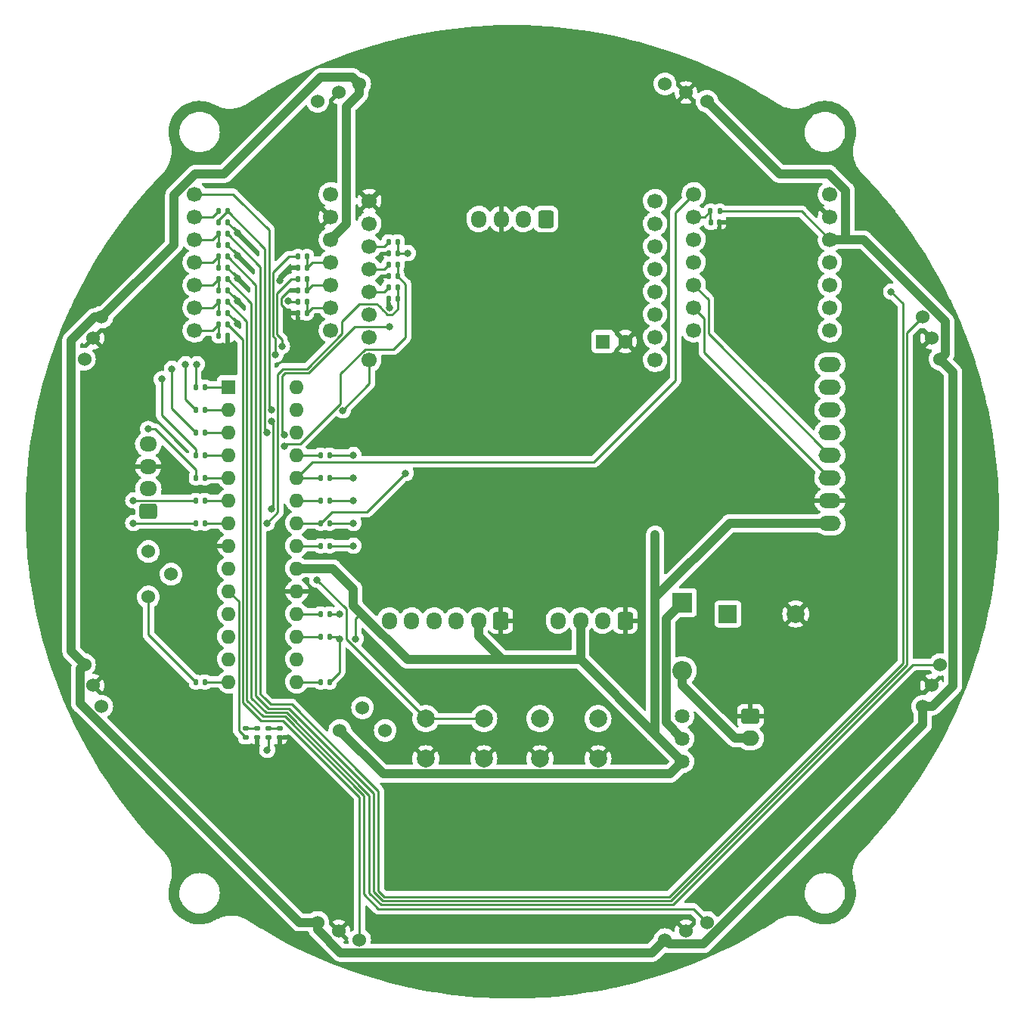
<source format=gbr>
%TF.GenerationSoftware,KiCad,Pcbnew,(6.0.5)*%
%TF.CreationDate,2022-11-08T23:00:49+09:00*%
%TF.ProjectId,main_board_TJ3B,6d61696e-5f62-46f6-9172-645f544a3342,rev?*%
%TF.SameCoordinates,Original*%
%TF.FileFunction,Copper,L1,Top*%
%TF.FilePolarity,Positive*%
%FSLAX46Y46*%
G04 Gerber Fmt 4.6, Leading zero omitted, Abs format (unit mm)*
G04 Created by KiCad (PCBNEW (6.0.5)) date 2022-11-08 23:00:49*
%MOMM*%
%LPD*%
G01*
G04 APERTURE LIST*
G04 Aperture macros list*
%AMRoundRect*
0 Rectangle with rounded corners*
0 $1 Rounding radius*
0 $2 $3 $4 $5 $6 $7 $8 $9 X,Y pos of 4 corners*
0 Add a 4 corners polygon primitive as box body*
4,1,4,$2,$3,$4,$5,$6,$7,$8,$9,$2,$3,0*
0 Add four circle primitives for the rounded corners*
1,1,$1+$1,$2,$3*
1,1,$1+$1,$4,$5*
1,1,$1+$1,$6,$7*
1,1,$1+$1,$8,$9*
0 Add four rect primitives between the rounded corners*
20,1,$1+$1,$2,$3,$4,$5,0*
20,1,$1+$1,$4,$5,$6,$7,0*
20,1,$1+$1,$6,$7,$8,$9,0*
20,1,$1+$1,$8,$9,$2,$3,0*%
G04 Aperture macros list end*
%TA.AperFunction,SMDPad,CuDef*%
%ADD10RoundRect,0.140000X-0.140000X-0.170000X0.140000X-0.170000X0.140000X0.170000X-0.140000X0.170000X0*%
%TD*%
%TA.AperFunction,SMDPad,CuDef*%
%ADD11RoundRect,0.147500X0.172500X-0.147500X0.172500X0.147500X-0.172500X0.147500X-0.172500X-0.147500X0*%
%TD*%
%TA.AperFunction,SMDPad,CuDef*%
%ADD12RoundRect,0.135000X-0.135000X-0.185000X0.135000X-0.185000X0.135000X0.185000X-0.135000X0.185000X0*%
%TD*%
%TA.AperFunction,SMDPad,CuDef*%
%ADD13RoundRect,0.135000X0.185000X-0.135000X0.185000X0.135000X-0.185000X0.135000X-0.185000X-0.135000X0*%
%TD*%
%TA.AperFunction,SMDPad,CuDef*%
%ADD14RoundRect,0.135000X0.135000X0.185000X-0.135000X0.185000X-0.135000X-0.185000X0.135000X-0.185000X0*%
%TD*%
%TA.AperFunction,SMDPad,CuDef*%
%ADD15RoundRect,0.140000X0.140000X0.170000X-0.140000X0.170000X-0.140000X-0.170000X0.140000X-0.170000X0*%
%TD*%
%TA.AperFunction,ComponentPad*%
%ADD16C,1.700000*%
%TD*%
%TA.AperFunction,ComponentPad*%
%ADD17R,1.600000X1.600000*%
%TD*%
%TA.AperFunction,ComponentPad*%
%ADD18O,1.600000X1.600000*%
%TD*%
%TA.AperFunction,ComponentPad*%
%ADD19C,1.524000*%
%TD*%
%TA.AperFunction,ComponentPad*%
%ADD20O,2.500000X1.700000*%
%TD*%
%TA.AperFunction,ComponentPad*%
%ADD21C,1.635000*%
%TD*%
%TA.AperFunction,ComponentPad*%
%ADD22R,2.000000X2.000000*%
%TD*%
%TA.AperFunction,ComponentPad*%
%ADD23C,2.000000*%
%TD*%
%TA.AperFunction,ComponentPad*%
%ADD24C,1.600000*%
%TD*%
%TA.AperFunction,ComponentPad*%
%ADD25RoundRect,0.250000X0.725000X-0.600000X0.725000X0.600000X-0.725000X0.600000X-0.725000X-0.600000X0*%
%TD*%
%TA.AperFunction,ComponentPad*%
%ADD26O,1.950000X1.700000*%
%TD*%
%TA.AperFunction,ComponentPad*%
%ADD27RoundRect,0.250000X0.600000X0.725000X-0.600000X0.725000X-0.600000X-0.725000X0.600000X-0.725000X0*%
%TD*%
%TA.AperFunction,ComponentPad*%
%ADD28O,1.700000X1.950000*%
%TD*%
%TA.AperFunction,ComponentPad*%
%ADD29RoundRect,0.250000X-0.750000X0.600000X-0.750000X-0.600000X0.750000X-0.600000X0.750000X0.600000X0*%
%TD*%
%TA.AperFunction,ComponentPad*%
%ADD30O,2.000000X1.700000*%
%TD*%
%TA.AperFunction,ComponentPad*%
%ADD31R,2.200000X2.200000*%
%TD*%
%TA.AperFunction,ComponentPad*%
%ADD32O,2.200000X2.200000*%
%TD*%
%TA.AperFunction,ViaPad*%
%ADD33C,0.800000*%
%TD*%
%TA.AperFunction,Conductor*%
%ADD34C,0.250000*%
%TD*%
%TA.AperFunction,Conductor*%
%ADD35C,1.000000*%
%TD*%
G04 APERTURE END LIST*
D10*
%TO.P,C14,1*%
%TO.N,IR3*%
X125885000Y-70485000D03*
%TO.P,C14,2*%
%TO.N,GND*%
X126845000Y-70485000D03*
%TD*%
D11*
%TO.P,D3,1,K*%
%TO.N,GND*%
X132715000Y-120500000D03*
%TO.P,D3,2,A*%
%TO.N,Net-(D3-Pad2)*%
X132715000Y-119530000D03*
%TD*%
D12*
%TO.P,R12,1*%
%TO.N,+5V*%
X123315000Y-83820000D03*
%TO.P,R12,2*%
%TO.N,IR Data 1*%
X124335000Y-83820000D03*
%TD*%
%TO.P,R11,1*%
%TO.N,+5V*%
X123315000Y-86360000D03*
%TO.P,R11,2*%
%TO.N,IR Data 2*%
X124335000Y-86360000D03*
%TD*%
D13*
%TO.P,R14,1*%
%TO.N,MON LED*%
X128905000Y-120525000D03*
%TO.P,R14,2*%
%TO.N,Net-(D2-Pad2)*%
X128905000Y-119505000D03*
%TD*%
D14*
%TO.P,R19,1*%
%TO.N,+5V*%
X138305000Y-96520000D03*
%TO.P,R19,2*%
%TO.N,AD8*%
X137285000Y-96520000D03*
%TD*%
%TO.P,R22,1*%
%TO.N,+5V*%
X138305000Y-109220000D03*
%TO.P,R22,2*%
%TO.N,TX*%
X137285000Y-109220000D03*
%TD*%
D12*
%TO.P,R13,1*%
%TO.N,+5V*%
X123315000Y-81280000D03*
%TO.P,R13,2*%
%TO.N,MCLR*%
X124335000Y-81280000D03*
%TD*%
D15*
%TO.P,C3,1*%
%TO.N,AD4*%
X145895000Y-68834000D03*
%TO.P,C3,2*%
%TO.N,GND*%
X144935000Y-68834000D03*
%TD*%
D10*
%TO.P,C13,1*%
%TO.N,IR2*%
X125885000Y-67945000D03*
%TO.P,C13,2*%
%TO.N,GND*%
X126845000Y-67945000D03*
%TD*%
D15*
%TO.P,C2,1*%
%TO.N,AD5*%
X145895000Y-71374000D03*
%TO.P,C2,2*%
%TO.N,GND*%
X144935000Y-71374000D03*
%TD*%
D11*
%TO.P,D2,1,K*%
%TO.N,GND*%
X130175000Y-120500000D03*
%TO.P,D2,2,A*%
%TO.N,Net-(D2-Pad2)*%
X130175000Y-119530000D03*
%TD*%
D12*
%TO.P,R2,1*%
%TO.N,Net-(R2-Pad1)*%
X144905000Y-67564000D03*
%TO.P,R2,2*%
%TO.N,AD4*%
X145925000Y-67564000D03*
%TD*%
D14*
%TO.P,R20,1*%
%TO.N,+5V*%
X138305000Y-99060000D03*
%TO.P,R20,2*%
%TO.N,AD10*%
X137285000Y-99060000D03*
%TD*%
D16*
%TO.P,U3,1,DAC*%
%TO.N,Gyro*%
X179070000Y-59690000D03*
%TO.P,U3,2*%
%TO.N,Gyro Reset*%
X179070000Y-62230000D03*
%TO.P,U3,3*%
%TO.N,Net-(BZ1-Pad1)*%
X179070000Y-64770000D03*
%TO.P,U3,4*%
%TO.N,unconnected-(U3-Pad4)*%
X179070000Y-67310000D03*
%TO.P,U3,5,SDA*%
%TO.N,Net-(U1-Pad5)*%
X179070000Y-69850000D03*
%TO.P,U3,6,SCL*%
%TO.N,Net-(U1-Pad6)*%
X179070000Y-72390000D03*
%TO.P,U3,7,TX*%
%TO.N,unconnected-(U3-Pad7)*%
X179070000Y-74930000D03*
%TO.P,U3,8,RX*%
%TO.N,unconnected-(U3-Pad8)*%
X194310000Y-74930000D03*
%TO.P,U3,9,SCK*%
%TO.N,unconnected-(U3-Pad9)*%
X194310000Y-72390000D03*
%TO.P,U3,10,MISO*%
%TO.N,unconnected-(U3-Pad10)*%
X194310000Y-69850000D03*
%TO.P,U3,11,MOSI*%
%TO.N,unconnected-(U3-Pad11)*%
X194310000Y-67310000D03*
%TO.P,U3,12,3V3*%
%TO.N,+3V3*%
X194310000Y-64770000D03*
%TO.P,U3,13,GND*%
%TO.N,GND*%
X194310000Y-62230000D03*
%TO.P,U3,14,5V*%
%TO.N,+5V*%
X194310000Y-59690000D03*
%TD*%
D14*
%TO.P,R5,1*%
%TO.N,+3V3*%
X181965000Y-61595000D03*
%TO.P,R5,2*%
%TO.N,Gyro Reset*%
X180945000Y-61595000D03*
%TD*%
D10*
%TO.P,C11,1*%
%TO.N,GND*%
X134775000Y-73025000D03*
%TO.P,C11,2*%
%TO.N,IR8*%
X135735000Y-73025000D03*
%TD*%
D12*
%TO.P,R26,1*%
%TO.N,Net-(R26-Pad1)*%
X134745000Y-69215000D03*
%TO.P,R26,2*%
%TO.N,IR7*%
X135765000Y-69215000D03*
%TD*%
D17*
%TO.P,U4,1,~{MCLR}/RE3*%
%TO.N,MCLR*%
X127010000Y-81265000D03*
D18*
%TO.P,U4,2,RA0/AN0*%
%TO.N,IR Data 1*%
X127010000Y-83805000D03*
%TO.P,U4,3,RA1/AN1*%
%TO.N,IR Data 2*%
X127010000Y-86345000D03*
%TO.P,U4,4,RA2/Vref-AN2*%
%TO.N,AD3*%
X127010000Y-88885000D03*
%TO.P,U4,5,RA3/Vref+AN3*%
%TO.N,AD4*%
X127010000Y-91425000D03*
%TO.P,U4,6,RA4*%
%TO.N,RA4*%
X127010000Y-93965000D03*
%TO.P,U4,7,RA5/AN4*%
%TO.N,AD5*%
X127010000Y-96505000D03*
%TO.P,U4,8,Vss*%
%TO.N,GND*%
X127010000Y-99045000D03*
%TO.P,U4,9,RA7/OSC1/CLKIN*%
%TO.N,PWR LED*%
X127010000Y-101585000D03*
%TO.P,U4,10,RA6/OSC2/CLKOUT*%
%TO.N,MON LED*%
X127010000Y-104125000D03*
%TO.P,U4,11,RC0*%
%TO.N,unconnected-(U4-Pad11)*%
X127010000Y-106665000D03*
%TO.P,U4,12,CCP2/RC1*%
%TO.N,unconnected-(U4-Pad12)*%
X127010000Y-109205000D03*
%TO.P,U4,13,CCP1/RC2*%
%TO.N,unconnected-(U4-Pad13)*%
X127010000Y-111745000D03*
%TO.P,U4,14,SCL/SCK/RC3*%
%TO.N,SCL*%
X127010000Y-114285000D03*
%TO.P,U4,15,SDA/SDI/RC4*%
%TO.N,SDA*%
X134630000Y-114285000D03*
%TO.P,U4,16,SDO/RC5*%
%TO.N,unconnected-(U4-Pad16)*%
X134630000Y-111745000D03*
%TO.P,U4,17,TX/RC6*%
%TO.N,TX*%
X134630000Y-109205000D03*
%TO.P,U4,18,RX/RC7*%
%TO.N,RX*%
X134630000Y-106665000D03*
%TO.P,U4,19,Vss*%
%TO.N,GND*%
X134630000Y-104125000D03*
%TO.P,U4,20,Vdd*%
%TO.N,+5V*%
X134630000Y-101585000D03*
%TO.P,U4,21,AN12/INT0/RB0*%
%TO.N,AD10*%
X134630000Y-99045000D03*
%TO.P,U4,22,AN10/INT1/RB1*%
%TO.N,AD8*%
X134630000Y-96505000D03*
%TO.P,U4,23,AN8/INT2/RB2*%
%TO.N,AD6*%
X134630000Y-93965000D03*
%TO.P,U4,24,AN9/RB3*%
%TO.N,Gyro*%
X134630000Y-91425000D03*
%TO.P,U4,25,AN11/RB4*%
%TO.N,AD9*%
X134630000Y-88885000D03*
%TO.P,U4,26,PGM/RB5*%
%TO.N,unconnected-(U4-Pad26)*%
X134630000Y-86345000D03*
%TO.P,U4,27,PGC/RB6*%
%TO.N,unconnected-(U4-Pad27)*%
X134630000Y-83805000D03*
%TO.P,U4,28,PGD/RB7*%
%TO.N,unconnected-(U4-Pad28)*%
X134630000Y-81265000D03*
%TD*%
D14*
%TO.P,R17,1*%
%TO.N,+5V*%
X138305000Y-91440000D03*
%TO.P,R17,2*%
%TO.N,Gyro*%
X137285000Y-91440000D03*
%TD*%
D10*
%TO.P,C15,1*%
%TO.N,IR4*%
X125885000Y-73025000D03*
%TO.P,C15,2*%
%TO.N,GND*%
X126845000Y-73025000D03*
%TD*%
D12*
%TO.P,R8,1*%
%TO.N,+5V*%
X123315000Y-93980000D03*
%TO.P,R8,2*%
%TO.N,RA4*%
X124335000Y-93980000D03*
%TD*%
D10*
%TO.P,C12,1*%
%TO.N,IR1*%
X125885000Y-65405000D03*
%TO.P,C12,2*%
%TO.N,GND*%
X126845000Y-65405000D03*
%TD*%
D19*
%TO.P,R33,1*%
%TO.N,+5V*%
X139446000Y-119729000D03*
%TO.P,R33,2*%
%TO.N,Net-(J5-Pad1)*%
X141986000Y-117189000D03*
%TO.P,R33,3*%
%TO.N,N/C*%
X144526000Y-119729000D03*
%TD*%
D14*
%TO.P,R18,1*%
%TO.N,+5V*%
X138305000Y-93980000D03*
%TO.P,R18,2*%
%TO.N,AD6*%
X137285000Y-93980000D03*
%TD*%
D12*
%TO.P,R9,1*%
%TO.N,+5V*%
X123315000Y-91440000D03*
%TO.P,R9,2*%
%TO.N,AD4*%
X124335000Y-91440000D03*
%TD*%
D15*
%TO.P,C7,1*%
%TO.N,GND*%
X126845000Y-62865000D03*
%TO.P,C7,2*%
%TO.N,IR Data 2*%
X125885000Y-62865000D03*
%TD*%
D12*
%TO.P,R1,1*%
%TO.N,Net-(R1-Pad1)*%
X144905000Y-70104000D03*
%TO.P,R1,2*%
%TO.N,AD5*%
X145925000Y-70104000D03*
%TD*%
D14*
%TO.P,R24,1*%
%TO.N,Net-(R24-Pad1)*%
X126875000Y-74295000D03*
%TO.P,R24,2*%
%TO.N,IR5*%
X125855000Y-74295000D03*
%TD*%
D10*
%TO.P,C5,1*%
%TO.N,Gyro Reset*%
X180975000Y-62865000D03*
%TO.P,C5,2*%
%TO.N,GND*%
X181935000Y-62865000D03*
%TD*%
D12*
%TO.P,R32,1*%
%TO.N,IR4*%
X125855000Y-71755000D03*
%TO.P,R32,2*%
%TO.N,Net-(R32-Pad2)*%
X126875000Y-71755000D03*
%TD*%
%TO.P,R6,1*%
%TO.N,+5V*%
X123315000Y-114300000D03*
%TO.P,R6,2*%
%TO.N,SCL*%
X124335000Y-114300000D03*
%TD*%
%TO.P,R31,1*%
%TO.N,IR3*%
X125855000Y-69215000D03*
%TO.P,R31,2*%
%TO.N,Net-(R31-Pad2)*%
X126875000Y-69215000D03*
%TD*%
D14*
%TO.P,R23,1*%
%TO.N,+5V*%
X138305000Y-114300000D03*
%TO.P,R23,2*%
%TO.N,SDA*%
X137285000Y-114300000D03*
%TD*%
%TO.P,R28,1*%
%TO.N,IR Data 2*%
X126875000Y-61595000D03*
%TO.P,R28,2*%
%TO.N,Net-(R28-Pad2)*%
X125855000Y-61595000D03*
%TD*%
D10*
%TO.P,C9,1*%
%TO.N,GND*%
X134775000Y-67945000D03*
%TO.P,C9,2*%
%TO.N,IR6*%
X135735000Y-67945000D03*
%TD*%
D12*
%TO.P,R29,1*%
%TO.N,IR1*%
X125855000Y-64135000D03*
%TO.P,R29,2*%
%TO.N,Net-(R29-Pad2)*%
X126875000Y-64135000D03*
%TD*%
D14*
%TO.P,R21,1*%
%TO.N,+5V*%
X138305000Y-106680000D03*
%TO.P,R21,2*%
%TO.N,RX*%
X137285000Y-106680000D03*
%TD*%
D20*
%TO.P,U1,1,INT*%
%TO.N,unconnected-(U1-Pad1)*%
X194310000Y-78740000D03*
%TO.P,U1,2,ADO*%
%TO.N,unconnected-(U1-Pad2)*%
X194310000Y-81280000D03*
%TO.P,U1,3,XCL*%
%TO.N,unconnected-(U1-Pad3)*%
X194310000Y-83820000D03*
%TO.P,U1,4,XDA*%
%TO.N,unconnected-(U1-Pad4)*%
X194310000Y-86360000D03*
%TO.P,U1,5,SDA*%
%TO.N,Net-(U1-Pad5)*%
X194310000Y-88900000D03*
%TO.P,U1,6,SCL*%
%TO.N,Net-(U1-Pad6)*%
X194310000Y-91440000D03*
%TO.P,U1,7,GND*%
%TO.N,GND*%
X194310000Y-93980000D03*
%TO.P,U1,8,VCC*%
%TO.N,+5V*%
X194310000Y-96520000D03*
%TD*%
D15*
%TO.P,C8,1*%
%TO.N,GND*%
X126845000Y-75565000D03*
%TO.P,C8,2*%
%TO.N,IR5*%
X125885000Y-75565000D03*
%TD*%
D12*
%TO.P,R7,1*%
%TO.N,+5V*%
X123315000Y-96520000D03*
%TO.P,R7,2*%
%TO.N,AD5*%
X124335000Y-96520000D03*
%TD*%
D15*
%TO.P,C4,1*%
%TO.N,AD3*%
X145895000Y-66294000D03*
%TO.P,C4,2*%
%TO.N,GND*%
X144935000Y-66294000D03*
%TD*%
D12*
%TO.P,R30,1*%
%TO.N,IR2*%
X125855000Y-66675000D03*
%TO.P,R30,2*%
%TO.N,Net-(R30-Pad2)*%
X126875000Y-66675000D03*
%TD*%
%TO.P,R27,1*%
%TO.N,Net-(R27-Pad1)*%
X134745000Y-71755000D03*
%TO.P,R27,2*%
%TO.N,IR8*%
X135765000Y-71755000D03*
%TD*%
D16*
%TO.P,U9,1,DAC*%
%TO.N,IR Data 1*%
X123190000Y-59690000D03*
%TO.P,U9,2*%
%TO.N,Net-(R28-Pad2)*%
X123190000Y-62230000D03*
%TO.P,U9,3*%
%TO.N,IR1*%
X123190000Y-64770000D03*
%TO.P,U9,4*%
%TO.N,IR2*%
X123190000Y-67310000D03*
%TO.P,U9,5,SDA*%
%TO.N,IR3*%
X123190000Y-69850000D03*
%TO.P,U9,6,SCL*%
%TO.N,IR4*%
X123190000Y-72390000D03*
%TO.P,U9,7,TX*%
%TO.N,IR5*%
X123190000Y-74930000D03*
%TO.P,U9,8,RX*%
%TO.N,unconnected-(U9-Pad8)*%
X138430000Y-74930000D03*
%TO.P,U9,9,SCK*%
%TO.N,IR8*%
X138430000Y-72390000D03*
%TO.P,U9,10,MISO*%
%TO.N,IR7*%
X138430000Y-69850000D03*
%TO.P,U9,11,MOSI*%
%TO.N,IR6*%
X138430000Y-67310000D03*
%TO.P,U9,12,3V3*%
%TO.N,+3V3*%
X138430000Y-64770000D03*
%TO.P,U9,13,GND*%
%TO.N,GND*%
X138430000Y-62230000D03*
%TO.P,U9,14,5V*%
%TO.N,+5V*%
X138430000Y-59690000D03*
%TD*%
D12*
%TO.P,R10,1*%
%TO.N,+5V*%
X123315000Y-88900000D03*
%TO.P,R10,2*%
%TO.N,AD3*%
X124335000Y-88900000D03*
%TD*%
D13*
%TO.P,R15,1*%
%TO.N,PWR LED*%
X131445000Y-120525000D03*
%TO.P,R15,2*%
%TO.N,Net-(D3-Pad2)*%
X131445000Y-119505000D03*
%TD*%
D14*
%TO.P,R16,1*%
%TO.N,+5V*%
X138305000Y-88900000D03*
%TO.P,R16,2*%
%TO.N,AD9*%
X137285000Y-88900000D03*
%TD*%
D12*
%TO.P,R25,1*%
%TO.N,Net-(R25-Pad1)*%
X134745000Y-66675000D03*
%TO.P,R25,2*%
%TO.N,IR6*%
X135765000Y-66675000D03*
%TD*%
%TO.P,R3,1*%
%TO.N,Net-(R3-Pad1)*%
X144905000Y-65024000D03*
%TO.P,R3,2*%
%TO.N,AD3*%
X145925000Y-65024000D03*
%TD*%
D10*
%TO.P,C10,1*%
%TO.N,GND*%
X134775000Y-70485000D03*
%TO.P,C10,2*%
%TO.N,IR7*%
X135735000Y-70485000D03*
%TD*%
D21*
%TO.P,SW1,1*%
%TO.N,+5V*%
X177800000Y-123190000D03*
%TO.P,SW1,2*%
%TO.N,Net-(D1-Pad1)*%
X177800000Y-120650000D03*
%TO.P,SW1,3*%
%TO.N,N/C*%
X177800000Y-118110000D03*
%TD*%
D22*
%TO.P,BZ1,1,-*%
%TO.N,Net-(BZ1-Pad1)*%
X182890000Y-106680000D03*
D23*
%TO.P,BZ1,2,+*%
%TO.N,GND*%
X190490000Y-106680000D03*
%TD*%
D17*
%TO.P,C6,1*%
%TO.N,+5V*%
X168910000Y-76200000D03*
D24*
%TO.P,C6,2*%
%TO.N,GND*%
X171410000Y-76200000D03*
%TD*%
D23*
%TO.P,SW3,1*%
%TO.N,GND*%
X161850000Y-122900000D03*
X168350000Y-122900000D03*
%TO.P,SW3,2*%
%TO.N,Gyro Reset*%
X168350000Y-118400000D03*
X161850000Y-118400000D03*
%TD*%
D19*
%TO.P,R4,1*%
%TO.N,+5V*%
X118015000Y-104775000D03*
%TO.P,R4,2*%
%TO.N,Net-(J4-Pad1)*%
X120555000Y-102235000D03*
%TO.P,R4,3*%
%TO.N,N/C*%
X118015000Y-99695000D03*
%TD*%
D25*
%TO.P,J4,1,Pin_1*%
%TO.N,Net-(J4-Pad1)*%
X118000000Y-95190000D03*
D26*
%TO.P,J4,2,Pin_2*%
%TO.N,AD6*%
X118000000Y-92690000D03*
%TO.P,J4,3,Pin_3*%
%TO.N,GND*%
X118000000Y-90190000D03*
%TO.P,J4,4,Pin_4*%
%TO.N,+5V*%
X118000000Y-87690000D03*
%TD*%
D19*
%TO.P,U10,0,OUT*%
%TO.N,Net-(R29-Pad2)*%
X175843670Y-47344875D03*
%TO.P,U10,1,GND*%
%TO.N,GND*%
X178190324Y-48316891D03*
%TO.P,U10,2,Vin*%
%TO.N,+3V3*%
X180536978Y-49288907D03*
%TD*%
%TO.P,U7,0,OUT*%
%TO.N,Net-(R26-Pad1)*%
X110844949Y-78156404D03*
%TO.P,U7,1,GND*%
%TO.N,GND*%
X111816965Y-75809750D03*
%TO.P,U7,2,Vin*%
%TO.N,+3V3*%
X112788981Y-73463096D03*
%TD*%
D27*
%TO.P,J5,1,Pin_1*%
%TO.N,Net-(J5-Pad1)*%
X162500000Y-62467000D03*
D28*
%TO.P,J5,2,Pin_2*%
%TO.N,AD8*%
X160000000Y-62467000D03*
%TO.P,J5,3,Pin_3*%
%TO.N,GND*%
X157500000Y-62467000D03*
%TO.P,J5,4,Pin_4*%
%TO.N,+5V*%
X155000000Y-62467000D03*
%TD*%
D29*
%TO.P,J2,1,Pin_1*%
%TO.N,GND*%
X185420000Y-118110000D03*
D30*
%TO.P,J2,2,Pin_2*%
%TO.N,Net-(D1-Pad2)*%
X185420000Y-120610000D03*
%TD*%
D19*
%TO.P,U6,0,OUT*%
%TO.N,Net-(R25-Pad1)*%
X112789038Y-117037040D03*
%TO.P,U6,1,GND*%
%TO.N,GND*%
X111817022Y-114690386D03*
%TO.P,U6,2,Vin*%
%TO.N,+3V3*%
X110845006Y-112343732D03*
%TD*%
D27*
%TO.P,J1,1,Pin_1*%
%TO.N,GND*%
X157480000Y-107425000D03*
D28*
%TO.P,J1,2,Pin_2*%
%TO.N,+5V*%
X154980000Y-107425000D03*
%TO.P,J1,3,Pin_3*%
%TO.N,MCLR*%
X152480000Y-107425000D03*
%TO.P,J1,4,Pin_4*%
%TO.N,RA4*%
X149980000Y-107425000D03*
%TO.P,J1,5,Pin_5*%
%TO.N,TX*%
X147480000Y-107425000D03*
%TO.P,J1,6,Pin_6*%
%TO.N,RX*%
X144980000Y-107425000D03*
%TD*%
D19*
%TO.P,U8,0,OUT*%
%TO.N,Net-(R27-Pad1)*%
X136963034Y-49288964D03*
%TO.P,U8,1,GND*%
%TO.N,GND*%
X139309688Y-48316948D03*
%TO.P,U8,2,Vin*%
%TO.N,+3V3*%
X141656342Y-47344932D03*
%TD*%
D23*
%TO.P,SW2,1,1*%
%TO.N,Net-(SW2-Pad1)*%
X155575000Y-118400000D03*
X149075000Y-118400000D03*
%TO.P,SW2,2,2*%
%TO.N,GND*%
X149075000Y-122900000D03*
X155575000Y-122900000D03*
%TD*%
D27*
%TO.P,J3,1,Pin_1*%
%TO.N,GND*%
X171390000Y-107425000D03*
D28*
%TO.P,J3,2,Pin_2*%
%TO.N,SDA*%
X168890000Y-107425000D03*
%TO.P,J3,3,Pin_3*%
%TO.N,+5V*%
X166390000Y-107425000D03*
%TO.P,J3,4,Pin_4*%
%TO.N,SCL*%
X163890000Y-107425000D03*
%TD*%
D19*
%TO.P,U13,0,OUT*%
%TO.N,Net-(R32-Pad2)*%
X180537114Y-141211036D03*
%TO.P,U13,1,GND*%
%TO.N,GND*%
X178190460Y-142183052D03*
%TO.P,U13,2,Vin*%
%TO.N,+3V3*%
X175843806Y-143155068D03*
%TD*%
D31*
%TO.P,D1,1,K*%
%TO.N,Net-(D1-Pad1)*%
X177800000Y-105410000D03*
D32*
%TO.P,D1,2,A*%
%TO.N,Net-(D1-Pad2)*%
X177800000Y-113030000D03*
%TD*%
D19*
%TO.P,U12,0,OUT*%
%TO.N,Net-(R31-Pad2)*%
X206655199Y-112343596D03*
%TO.P,U12,1,GND*%
%TO.N,GND*%
X205683183Y-114690250D03*
%TO.P,U12,2,Vin*%
%TO.N,+3V3*%
X204711167Y-117036904D03*
%TD*%
D16*
%TO.P,U2,1,gnd*%
%TO.N,GND*%
X142750000Y-60452000D03*
%TO.P,U2,2,vin*%
%TO.N,+5V*%
X142750000Y-62992000D03*
%TO.P,U2,3,seru01*%
%TO.N,Net-(R3-Pad1)*%
X142750000Y-65532000D03*
%TO.P,U2,4,seru02*%
%TO.N,Net-(R2-Pad1)*%
X142750000Y-68072000D03*
%TO.P,U2,5,seru03*%
%TO.N,Net-(R1-Pad1)*%
X142750000Y-70612000D03*
%TO.P,U2,6,syn*%
%TO.N,unconnected-(U2-Pad6)*%
X142750000Y-73152000D03*
%TO.P,U2,7,boot*%
%TO.N,unconnected-(U2-Pad7)*%
X142750000Y-75692000D03*
%TO.P,U2,8,rst*%
%TO.N,Net-(SW2-Pad1)*%
X142750000Y-78232000D03*
%TO.P,U2,9,mosi*%
%TO.N,unconnected-(U2-Pad9)*%
X174750000Y-78232000D03*
%TO.P,U2,10,sclk*%
%TO.N,unconnected-(U2-Pad10)*%
X174750000Y-75692000D03*
%TO.P,U2,11,miso*%
%TO.N,unconnected-(U2-Pad11)*%
X174750000Y-73152000D03*
%TO.P,U2,12,ss*%
%TO.N,unconnected-(U2-Pad12)*%
X174750000Y-70612000D03*
%TO.P,U2,13,txo/scl*%
%TO.N,unconnected-(U2-Pad13)*%
X174750000Y-68072000D03*
%TO.P,U2,14,rxd/sca*%
%TO.N,unconnected-(U2-Pad14)*%
X174750000Y-65532000D03*
%TO.P,U2,15,adc/dac*%
%TO.N,unconnected-(U2-Pad15)*%
X174750000Y-62992000D03*
%TO.P,U2,16,3.3v*%
%TO.N,unconnected-(U2-Pad16)*%
X174750000Y-60452000D03*
%TD*%
D19*
%TO.P,U5,0,OUT*%
%TO.N,Net-(R24-Pad1)*%
X141656478Y-143155125D03*
%TO.P,U5,1,GND*%
%TO.N,GND*%
X139309824Y-142183109D03*
%TO.P,U5,2,Vin*%
%TO.N,+3V3*%
X136963170Y-141211093D03*
%TD*%
%TO.P,U11,0,OUT*%
%TO.N,Net-(R30-Pad2)*%
X204711110Y-73462960D03*
%TO.P,U11,1,GND*%
%TO.N,GND*%
X205683126Y-75809614D03*
%TO.P,U11,2,Vin*%
%TO.N,+3V3*%
X206655142Y-78156268D03*
%TD*%
D33*
%TO.N,GND*%
X147066000Y-84836000D03*
X152400000Y-120650000D03*
X147066000Y-98806000D03*
X132687540Y-69342000D03*
X165100000Y-73660000D03*
X128016000Y-74168000D03*
X187198000Y-93472000D03*
X128016000Y-71628000D03*
X165100000Y-120650000D03*
X152400000Y-73660000D03*
X152400000Y-68580000D03*
X189230000Y-59690000D03*
X180848000Y-82296000D03*
X169164000Y-98806000D03*
X186690000Y-67310000D03*
X123444000Y-98806000D03*
X173736000Y-90170000D03*
X144018000Y-66802000D03*
X144018000Y-69342000D03*
X165100000Y-68580000D03*
X166370000Y-63500000D03*
X162560000Y-84836000D03*
X145034000Y-72381402D03*
X180848000Y-92710000D03*
X128016000Y-69088000D03*
X165100000Y-78740000D03*
X187198000Y-89662000D03*
X132334000Y-105664000D03*
X130556000Y-59690000D03*
X152400000Y-78740000D03*
X187452000Y-78486000D03*
X128016000Y-66548000D03*
X135382000Y-75438000D03*
X135382000Y-64770000D03*
X186944000Y-72898000D03*
X123444000Y-101854000D03*
X135382000Y-59690000D03*
X151130000Y-63500000D03*
X128016000Y-64008000D03*
X132334000Y-111252000D03*
%TO.N,+5V*%
X140970000Y-93980000D03*
X118000000Y-85962000D03*
X140970000Y-88900000D03*
X120650000Y-79248000D03*
X119507000Y-80391000D03*
X116325480Y-93980000D03*
X140970000Y-96520000D03*
X140970000Y-103886000D03*
X123444000Y-78740000D03*
X140970000Y-91440000D03*
X139420980Y-106680000D03*
X116325480Y-96513480D03*
X141224000Y-109474000D03*
X139420988Y-109474126D03*
X140970000Y-99060000D03*
X174752000Y-97790000D03*
X141317324Y-106078676D03*
X122174000Y-78740000D03*
%TO.N,AD5*%
X131280500Y-96520000D03*
%TO.N,AD4*%
X133237511Y-87884000D03*
%TO.N,AD3*%
X147066000Y-66294000D03*
X145044441Y-74517489D03*
X133237511Y-86614000D03*
%TO.N,IR Data 2*%
X131280500Y-86360000D03*
%TO.N,MCLR*%
X131788511Y-94972951D03*
X131788511Y-85090000D03*
%TO.N,PWR LED*%
X131318000Y-121920000D03*
%TO.N,AD8*%
X146812000Y-90932000D03*
%TO.N,Net-(R25-Pad1)*%
X132238020Y-77640500D03*
%TO.N,Net-(R26-Pad1)*%
X132962520Y-76708000D03*
%TO.N,Net-(R27-Pad1)*%
X133687020Y-71628000D03*
%TO.N,Net-(R29-Pad2)*%
X201168000Y-70612000D03*
%TO.N,Net-(SW2-Pad1)*%
X136906000Y-102870000D03*
X139773804Y-83893804D03*
%TO.N,IR Data 1*%
X131788500Y-83820000D03*
%TD*%
D34*
%TO.N,GND*%
X126873000Y-73025000D02*
X128016000Y-74168000D01*
X134775000Y-73025000D02*
X133794474Y-73025000D01*
X134084540Y-67945000D02*
X132687540Y-69342000D01*
X126845000Y-67945000D02*
X126873000Y-67945000D01*
X126845000Y-62865000D02*
X126873000Y-62865000D01*
X133731000Y-70485000D02*
X132873737Y-71342263D01*
X126873000Y-67945000D02*
X128016000Y-69088000D01*
X126845000Y-65405000D02*
X126873000Y-65405000D01*
X144935000Y-72282402D02*
X145034000Y-72381402D01*
X126873000Y-62865000D02*
X128016000Y-64008000D01*
X126873000Y-65405000D02*
X128016000Y-66548000D01*
X133794474Y-73025000D02*
X132873737Y-72104263D01*
X126873000Y-70485000D02*
X128016000Y-71628000D01*
X134775000Y-67945000D02*
X134084540Y-67945000D01*
X126845000Y-73025000D02*
X126873000Y-73025000D01*
X126845000Y-70485000D02*
X126873000Y-70485000D01*
X134775000Y-70485000D02*
X133731000Y-70485000D01*
X132873737Y-71342263D02*
X132873737Y-72104263D01*
X144935000Y-71374000D02*
X144935000Y-72282402D01*
D35*
%TO.N,+5V*%
X141825324Y-106586676D02*
X147018648Y-111780000D01*
D34*
X123315000Y-88263000D02*
X119507000Y-84455000D01*
D35*
X147018648Y-111780000D02*
X158730000Y-111780000D01*
D34*
X123315000Y-78869000D02*
X123444000Y-78740000D01*
D35*
X140970000Y-104394000D02*
X140970000Y-105731352D01*
D34*
X120650000Y-83695000D02*
X120650000Y-79248000D01*
X138305000Y-109220000D02*
X139166862Y-109220000D01*
D35*
X176390489Y-124599511D02*
X144316511Y-124599511D01*
D34*
X141224000Y-109474000D02*
X141224000Y-107188000D01*
D35*
X183090978Y-96520000D02*
X174752000Y-104858978D01*
D34*
X118728000Y-85962000D02*
X118000000Y-85962000D01*
D35*
X174752000Y-120142000D02*
X166390000Y-111780000D01*
X158730000Y-111780000D02*
X166390000Y-111780000D01*
X144316511Y-124599511D02*
X139446000Y-119729000D01*
X157610000Y-111780000D02*
X158730000Y-111780000D01*
X140970000Y-103886000D02*
X140970000Y-104394000D01*
D34*
X123315000Y-86360000D02*
X120650000Y-83695000D01*
D35*
X141317324Y-106078676D02*
X141825324Y-106586676D01*
D34*
X138305000Y-106680000D02*
X139420980Y-106680000D01*
X122174000Y-82679000D02*
X122174000Y-78740000D01*
D35*
X166390000Y-111780000D02*
X166390000Y-107425000D01*
D34*
X123315000Y-88900000D02*
X123315000Y-88263000D01*
X118015000Y-109000000D02*
X118015000Y-104775000D01*
D35*
X140970000Y-105731352D02*
X141317324Y-106078676D01*
X134630000Y-101585000D02*
X138669000Y-101585000D01*
D34*
X138305000Y-114300000D02*
X139420988Y-113184012D01*
X139420988Y-113184012D02*
X139420988Y-109474126D01*
X138305000Y-99060000D02*
X140970000Y-99060000D01*
D35*
X154980000Y-107425000D02*
X154980000Y-109150000D01*
X174752000Y-105664000D02*
X174752000Y-120142000D01*
X174752000Y-97790000D02*
X174752000Y-105664000D01*
D34*
X123315000Y-114300000D02*
X118015000Y-109000000D01*
X138305000Y-88900000D02*
X140970000Y-88900000D01*
X116325480Y-93980000D02*
X123315000Y-93980000D01*
X138305000Y-91440000D02*
X140970000Y-91440000D01*
X123315000Y-96520000D02*
X116332000Y-96520000D01*
X119507000Y-84455000D02*
X119507000Y-80391000D01*
X123315000Y-83820000D02*
X122174000Y-82679000D01*
X123315000Y-91440000D02*
X123315000Y-90549000D01*
D35*
X154980000Y-109150000D02*
X157610000Y-111780000D01*
D34*
X139166862Y-109220000D02*
X139420988Y-109474126D01*
X123315000Y-90549000D02*
X118728000Y-85962000D01*
D35*
X177800000Y-123190000D02*
X174752000Y-120142000D01*
X177800000Y-123190000D02*
X176390489Y-124599511D01*
D34*
X141224000Y-107188000D02*
X141825324Y-106586676D01*
X138305000Y-93980000D02*
X140970000Y-93980000D01*
X123315000Y-81280000D02*
X123315000Y-78869000D01*
D35*
X174752000Y-104858978D02*
X174752000Y-105664000D01*
X194310000Y-96520000D02*
X183090978Y-96520000D01*
X138669000Y-101585000D02*
X140970000Y-103886000D01*
D34*
X138305000Y-96520000D02*
X140970000Y-96520000D01*
X116332000Y-96520000D02*
X116325480Y-96513480D01*
%TO.N,AD5*%
X139700000Y-75321010D02*
X135773010Y-79248000D01*
X145895000Y-72545000D02*
X145288000Y-73152000D01*
X132513011Y-79830989D02*
X132513011Y-95287489D01*
X133096000Y-79248000D02*
X132513011Y-79830989D01*
X145925000Y-70741000D02*
X145925000Y-71344000D01*
X139700000Y-73914000D02*
X141636511Y-71977489D01*
X124335000Y-96520000D02*
X124350000Y-96505000D01*
X145288000Y-73152000D02*
X144780000Y-73152000D01*
X143605489Y-71977489D02*
X143891000Y-72263000D01*
X143891000Y-72263000D02*
X144272000Y-72644000D01*
X145925000Y-71344000D02*
X145895000Y-71374000D01*
X145895000Y-71374000D02*
X145895000Y-72545000D01*
X145925000Y-70104000D02*
X145925000Y-70741000D01*
X144780000Y-73152000D02*
X143891000Y-72263000D01*
X139700000Y-73914000D02*
X139700000Y-75321010D01*
X132513011Y-95287489D02*
X131280500Y-96520000D01*
X124350000Y-96505000D02*
X127010000Y-96505000D01*
X135773010Y-79248000D02*
X133096000Y-79248000D01*
X141636511Y-71977489D02*
X143605489Y-71977489D01*
%TO.N,AD4*%
X139515505Y-83127505D02*
X139515505Y-79805485D01*
X135013010Y-87630000D02*
X139515505Y-83127505D01*
X124350000Y-91425000D02*
X127010000Y-91425000D01*
X146812000Y-69751000D02*
X145895000Y-68834000D01*
X145895000Y-68834000D02*
X145895000Y-68933000D01*
X139515505Y-79805485D02*
X142263501Y-77057489D01*
X146812000Y-75692000D02*
X146812000Y-69751000D01*
X145925000Y-67564000D02*
X145925000Y-68804000D01*
X133237511Y-87884000D02*
X133491511Y-87630000D01*
X142263501Y-77057489D02*
X145446511Y-77057489D01*
X145925000Y-68804000D02*
X145895000Y-68834000D01*
X133491511Y-87630000D02*
X135013010Y-87630000D01*
X124335000Y-91440000D02*
X124350000Y-91425000D01*
X145446511Y-77057489D02*
X146812000Y-75692000D01*
%TO.N,AD3*%
X124335000Y-88900000D02*
X124350000Y-88885000D01*
X141139239Y-74517489D02*
X145044441Y-74517489D01*
X132962531Y-86339020D02*
X132962531Y-80017187D01*
X133237511Y-86614000D02*
X132962531Y-86339020D01*
X145925000Y-66264000D02*
X145895000Y-66294000D01*
X135959208Y-79697520D02*
X141139239Y-74517489D01*
X145925000Y-65024000D02*
X145925000Y-66264000D01*
X124350000Y-88885000D02*
X127010000Y-88885000D01*
X145895000Y-66294000D02*
X147066000Y-66294000D01*
X145895000Y-66300930D02*
X145895000Y-66294000D01*
X133282198Y-79697520D02*
X135959208Y-79697520D01*
X132962531Y-80017187D02*
X133282198Y-79697520D01*
%TO.N,Gyro Reset*%
X180310000Y-62230000D02*
X180945000Y-61595000D01*
X180945000Y-61595000D02*
X180945000Y-62835000D01*
X180945000Y-62835000D02*
X180975000Y-62865000D01*
X179070000Y-62230000D02*
X180310000Y-62230000D01*
%TO.N,IR Data 2*%
X131064000Y-71120000D02*
X131064000Y-86143500D01*
X125885000Y-62585000D02*
X126875000Y-61595000D01*
X126875000Y-61595000D02*
X131064000Y-65784000D01*
X124350000Y-86345000D02*
X127010000Y-86345000D01*
X131064000Y-65784000D02*
X131064000Y-71120000D01*
X124335000Y-86360000D02*
X124350000Y-86345000D01*
X131064000Y-86143500D02*
X131280500Y-86360000D01*
X125885000Y-62865000D02*
X125885000Y-62585000D01*
%TO.N,IR5*%
X125855000Y-74295000D02*
X125855000Y-75535000D01*
X123190000Y-74930000D02*
X125220000Y-74930000D01*
X125855000Y-75535000D02*
X125885000Y-75565000D01*
X125220000Y-74930000D02*
X125855000Y-74295000D01*
%TO.N,IR6*%
X138430000Y-67310000D02*
X136370000Y-67310000D01*
X135735000Y-66705000D02*
X135765000Y-66675000D01*
X136370000Y-67310000D02*
X135735000Y-67945000D01*
X135735000Y-67945000D02*
X135735000Y-66705000D01*
%TO.N,IR7*%
X138430000Y-69850000D02*
X136370000Y-69850000D01*
X136370000Y-69850000D02*
X135735000Y-70485000D01*
X135735000Y-70485000D02*
X135735000Y-69245000D01*
X135735000Y-69245000D02*
X135765000Y-69215000D01*
%TO.N,IR8*%
X138430000Y-72390000D02*
X136370000Y-72390000D01*
X136370000Y-72390000D02*
X135735000Y-73025000D01*
X135735000Y-71785000D02*
X135765000Y-71755000D01*
X135735000Y-73025000D02*
X135735000Y-71785000D01*
%TO.N,IR1*%
X123190000Y-64770000D02*
X125220000Y-64770000D01*
X125220000Y-64770000D02*
X125855000Y-64135000D01*
X125885000Y-65405000D02*
X125885000Y-64165000D01*
X125885000Y-64165000D02*
X125855000Y-64135000D01*
%TO.N,IR2*%
X125220000Y-67310000D02*
X123190000Y-67310000D01*
X125855000Y-66675000D02*
X125220000Y-67310000D01*
X125885000Y-66705000D02*
X125855000Y-66675000D01*
X125885000Y-67945000D02*
X125885000Y-66705000D01*
%TO.N,IR3*%
X125855000Y-69215000D02*
X125855000Y-70455000D01*
X123190000Y-69850000D02*
X125220000Y-69850000D01*
X125220000Y-69850000D02*
X125855000Y-69215000D01*
X125855000Y-70455000D02*
X125885000Y-70485000D01*
%TO.N,IR4*%
X125220000Y-72390000D02*
X125855000Y-71755000D01*
X123190000Y-72390000D02*
X125220000Y-72390000D01*
X125855000Y-72995000D02*
X125885000Y-73025000D01*
X125855000Y-71755000D02*
X125855000Y-72995000D01*
D35*
%TO.N,Net-(D1-Pad1)*%
X176000489Y-107209511D02*
X176000489Y-118850489D01*
X176000489Y-118850489D02*
X177800000Y-120650000D01*
X177800000Y-105410000D02*
X176000489Y-107209511D01*
%TO.N,Net-(D1-Pad2)*%
X183720000Y-120610000D02*
X177800000Y-114690000D01*
X185420000Y-120610000D02*
X183720000Y-120610000D01*
X177800000Y-114690000D02*
X177800000Y-113030000D01*
D34*
%TO.N,Net-(D2-Pad2)*%
X130150000Y-119505000D02*
X130175000Y-119530000D01*
X128905000Y-119505000D02*
X130150000Y-119505000D01*
%TO.N,Net-(D3-Pad2)*%
X131445000Y-119505000D02*
X132690000Y-119505000D01*
X132690000Y-119505000D02*
X132715000Y-119530000D01*
%TO.N,MCLR*%
X132005011Y-85306500D02*
X131788511Y-85090000D01*
X124350000Y-81265000D02*
X127010000Y-81265000D01*
X132005011Y-94756451D02*
X132005011Y-85306500D01*
X124335000Y-81280000D02*
X124350000Y-81265000D01*
X131788511Y-94972951D02*
X132005011Y-94756451D01*
%TO.N,RA4*%
X124335000Y-93980000D02*
X124350000Y-93965000D01*
X124350000Y-93965000D02*
X127010000Y-93965000D01*
%TO.N,TX*%
X137270000Y-109205000D02*
X137285000Y-109220000D01*
X134630000Y-109205000D02*
X137270000Y-109205000D01*
%TO.N,RX*%
X134630000Y-106665000D02*
X137270000Y-106665000D01*
X137270000Y-106665000D02*
X137285000Y-106680000D01*
%TO.N,SDA*%
X134630000Y-114285000D02*
X137270000Y-114285000D01*
X137270000Y-114285000D02*
X137285000Y-114300000D01*
%TO.N,SCL*%
X124350000Y-114285000D02*
X127010000Y-114285000D01*
X124335000Y-114300000D02*
X124350000Y-114285000D01*
%TO.N,AD6*%
X134630000Y-93965000D02*
X137270000Y-93965000D01*
X137270000Y-93965000D02*
X137285000Y-93980000D01*
%TO.N,Net-(R1-Pad1)*%
X144397000Y-70612000D02*
X144905000Y-70104000D01*
X142750000Y-70612000D02*
X144397000Y-70612000D01*
%TO.N,Net-(R2-Pad1)*%
X142750000Y-68072000D02*
X144397000Y-68072000D01*
X144397000Y-68072000D02*
X144905000Y-67564000D01*
%TO.N,Net-(R3-Pad1)*%
X144397000Y-65532000D02*
X144905000Y-65024000D01*
X142750000Y-65532000D02*
X144397000Y-65532000D01*
D35*
%TO.N,+3V3*%
X206655142Y-78156268D02*
X208116710Y-79617836D01*
X137313067Y-46582933D02*
X126492000Y-57404000D01*
X196342000Y-64770000D02*
X198085040Y-64770000D01*
X110845006Y-112343732D02*
X109383438Y-110882164D01*
X205797096Y-117036904D02*
X204711167Y-117036904D01*
X112788981Y-73463096D02*
X120904000Y-65348077D01*
X208116710Y-114717290D02*
X205797096Y-117036904D01*
X208116710Y-79617836D02*
X208116710Y-114717290D01*
X196088000Y-64516000D02*
X196342000Y-64770000D01*
D34*
X181965000Y-61595000D02*
X191135000Y-61595000D01*
D35*
X207264000Y-77547410D02*
X206655142Y-78156268D01*
X136963170Y-141211093D02*
X134896201Y-141211093D01*
X180170477Y-143644563D02*
X176333301Y-143644563D01*
X196088000Y-59276659D02*
X196088000Y-64516000D01*
X204711167Y-117036904D02*
X204711167Y-119103873D01*
X140894343Y-46582933D02*
X137313067Y-46582933D01*
X188652071Y-57404000D02*
X194215341Y-57404000D01*
X120904000Y-65348077D02*
X120904000Y-59784659D01*
X174382238Y-144616636D02*
X139536636Y-144616636D01*
X136963170Y-142043170D02*
X136963170Y-141211093D01*
X194215341Y-57404000D02*
X196088000Y-59276659D01*
X138430000Y-64770000D02*
X140208000Y-62992000D01*
X109383438Y-76036562D02*
X111956904Y-73463096D01*
X140208000Y-62992000D02*
X140208000Y-49870904D01*
X110355511Y-116670403D02*
X110355511Y-112833227D01*
X180536978Y-49288907D02*
X188652071Y-57404000D01*
X134896201Y-141211093D02*
X110355511Y-116670403D01*
X120904000Y-59784659D02*
X123284659Y-57404000D01*
X141656342Y-48422562D02*
X141656342Y-47344932D01*
X109383438Y-110882164D02*
X109383438Y-76036562D01*
X110355511Y-112833227D02*
X110845006Y-112343732D01*
X207264000Y-73948960D02*
X207264000Y-77547410D01*
X198085040Y-64770000D02*
X207264000Y-73948960D01*
X204711167Y-119103873D02*
X180170477Y-143644563D01*
X175843806Y-143155068D02*
X174382238Y-144616636D01*
X111956904Y-73463096D02*
X112788981Y-73463096D01*
X123284659Y-57404000D02*
X126492000Y-57404000D01*
X194310000Y-64770000D02*
X196342000Y-64770000D01*
X140208000Y-49870904D02*
X141656342Y-48422562D01*
D34*
X191135000Y-61595000D02*
X194310000Y-64770000D01*
D35*
X176333301Y-143644563D02*
X175843806Y-143155068D01*
X139536636Y-144616636D02*
X136963170Y-142043170D01*
X141656342Y-47344932D02*
X140894343Y-46582933D01*
D34*
%TO.N,MON LED*%
X128134511Y-105249511D02*
X127010000Y-104125000D01*
X128134511Y-119754511D02*
X128134511Y-105249511D01*
X128905000Y-120525000D02*
X128134511Y-119754511D01*
%TO.N,PWR LED*%
X131445000Y-121793000D02*
X131318000Y-121920000D01*
X131445000Y-120525000D02*
X131445000Y-121793000D01*
%TO.N,AD9*%
X137270000Y-88885000D02*
X137285000Y-88900000D01*
X134630000Y-88885000D02*
X137270000Y-88885000D01*
%TO.N,AD8*%
X137285000Y-96520000D02*
X138555000Y-95250000D01*
X137270000Y-96505000D02*
X137285000Y-96520000D01*
X138555000Y-95250000D02*
X140970000Y-95250000D01*
X140970000Y-95250000D02*
X142494000Y-95250000D01*
X142494000Y-95250000D02*
X146812000Y-90932000D01*
X134630000Y-96505000D02*
X137270000Y-96505000D01*
%TO.N,AD10*%
X134630000Y-99045000D02*
X137270000Y-99045000D01*
X137270000Y-99045000D02*
X137285000Y-99060000D01*
%TO.N,Net-(R24-Pad1)*%
X130616031Y-118618000D02*
X133096000Y-118618000D01*
X133096000Y-118618000D02*
X141656478Y-127178478D01*
X128584031Y-116586000D02*
X130616031Y-118618000D01*
X141656478Y-127178478D02*
X141656478Y-143155125D01*
X128584031Y-76004031D02*
X128584031Y-116586000D01*
X126875000Y-74295000D02*
X128584031Y-76004031D01*
%TO.N,Net-(R25-Pad1)*%
X131963040Y-75575040D02*
X131963040Y-68442960D01*
X132238020Y-77640500D02*
X132238020Y-75850020D01*
X131963040Y-68442960D02*
X133731000Y-66675000D01*
X132238020Y-75850020D02*
X131963040Y-75575040D01*
X133731000Y-66675000D02*
X134745000Y-66675000D01*
%TO.N,Net-(R26-Pad1)*%
X132962520Y-75938803D02*
X132962520Y-76708000D01*
X134745000Y-69215000D02*
X133985000Y-69215000D01*
X132424217Y-75400500D02*
X132962520Y-75938803D01*
X132424217Y-70775783D02*
X132424217Y-75400500D01*
X133985000Y-69215000D02*
X132424217Y-70775783D01*
%TO.N,Net-(R27-Pad1)*%
X133687020Y-71628000D02*
X133814020Y-71755000D01*
X133814020Y-71755000D02*
X134745000Y-71755000D01*
%TO.N,Net-(R28-Pad2)*%
X123190000Y-62230000D02*
X125220000Y-62230000D01*
X125220000Y-62230000D02*
X125855000Y-61595000D01*
%TO.N,Net-(R29-Pad2)*%
X145542000Y-138351440D02*
X176353124Y-138351440D01*
X132334000Y-116819920D02*
X134091920Y-116819920D01*
X134091920Y-116819920D02*
X142240000Y-124968000D01*
X144448876Y-138351440D02*
X145542000Y-138351440D01*
X202496480Y-112208084D02*
X202496480Y-108712000D01*
X130556000Y-115696282D02*
X131000859Y-116141141D01*
X131679638Y-116819920D02*
X132334000Y-116819920D01*
X130556000Y-67816000D02*
X130556000Y-71628000D01*
X202496480Y-71940480D02*
X201168000Y-70612000D01*
X176353124Y-138351440D02*
X201548282Y-113156282D01*
X143764000Y-136398000D02*
X143764000Y-137666564D01*
X142240000Y-124968000D02*
X143764000Y-126492000D01*
X131000859Y-116141141D02*
X131679638Y-116819920D01*
X130556000Y-71628000D02*
X130556000Y-115696282D01*
X201548282Y-113156282D02*
X202496480Y-112208084D01*
X126875000Y-64135000D02*
X130556000Y-67816000D01*
X202496480Y-108712000D02*
X202496480Y-71940480D01*
X143764000Y-137666564D02*
X144448876Y-138351440D01*
X143764000Y-126492000D02*
X143764000Y-136398000D01*
%TO.N,Net-(R30-Pad2)*%
X130048000Y-69848000D02*
X130048000Y-115824000D01*
X130048000Y-115824000D02*
X131493440Y-117269440D01*
X143256000Y-126746000D02*
X143256000Y-137794282D01*
X144262678Y-138800960D02*
X176539322Y-138800960D01*
X202946000Y-112394282D02*
X202946000Y-75228070D01*
X126875000Y-66675000D02*
X130048000Y-69848000D01*
X133779440Y-117269440D02*
X143256000Y-126746000D01*
X176539322Y-138800960D02*
X202946000Y-112394282D01*
X143256000Y-137794282D02*
X144262678Y-138800960D01*
X202946000Y-75228070D02*
X204711110Y-73462960D01*
X131493440Y-117269440D02*
X133779440Y-117269440D01*
%TO.N,Net-(R31-Pad2)*%
X176725520Y-139250480D02*
X144076480Y-139250480D01*
X144076480Y-139250480D02*
X142748000Y-137922000D01*
X206655199Y-112343596D02*
X203632404Y-112343596D01*
X142748000Y-137922000D02*
X142748000Y-126998565D01*
X131180960Y-117718960D02*
X129540000Y-116078000D01*
X129540000Y-116078000D02*
X129540000Y-71882000D01*
X133468395Y-117718960D02*
X131180960Y-117718960D01*
X203632404Y-112343596D02*
X176725520Y-139250480D01*
X126875000Y-69217000D02*
X126875000Y-69215000D01*
X142748000Y-126998565D02*
X133468395Y-117718960D01*
X129540000Y-71882000D02*
X126875000Y-69217000D01*
%TO.N,Net-(R32-Pad2)*%
X179026078Y-139700000D02*
X143764000Y-139700000D01*
X129033551Y-73913551D02*
X129033551Y-116078000D01*
X131572000Y-118168480D02*
X133282197Y-118168480D01*
X133282197Y-118168480D02*
X142105998Y-126992281D01*
X126875000Y-71755000D02*
X129033551Y-73913551D01*
X129033551Y-116333551D02*
X130868480Y-118168480D01*
X130868480Y-118168480D02*
X131572000Y-118168480D01*
X129033551Y-116078000D02*
X129033551Y-116333551D01*
X142105998Y-126992281D02*
X142105998Y-138041998D01*
X143764000Y-139700000D02*
X142105998Y-138041998D01*
X180537114Y-141211036D02*
X179026078Y-139700000D01*
%TO.N,Net-(SW2-Pad1)*%
X142750000Y-80917608D02*
X142750000Y-78232000D01*
X149075000Y-118400000D02*
X140145480Y-109470480D01*
X139773804Y-83893804D02*
X142750000Y-80917608D01*
X140145480Y-109470480D02*
X140145480Y-106109480D01*
X149075000Y-118400000D02*
X155575000Y-118400000D01*
X140145480Y-106109480D02*
X136906000Y-102870000D01*
%TO.N,Net-(U1-Pad5)*%
X194310000Y-88900000D02*
X180694031Y-75284031D01*
X180694031Y-75284031D02*
X180694031Y-71474031D01*
X180694031Y-71474031D02*
X179070000Y-69850000D01*
%TO.N,Net-(U1-Pad6)*%
X194310000Y-91440000D02*
X180244511Y-77374511D01*
X180244511Y-77374511D02*
X180244511Y-73564511D01*
X180244511Y-73564511D02*
X179070000Y-72390000D01*
%TO.N,Gyro*%
X134630000Y-91425000D02*
X136393000Y-89662000D01*
X167894000Y-89662000D02*
X177038000Y-80518000D01*
X134630000Y-91425000D02*
X137270000Y-91425000D01*
X177038000Y-61722000D02*
X179070000Y-59690000D01*
X136393000Y-89662000D02*
X167894000Y-89662000D01*
X137270000Y-91425000D02*
X137285000Y-91440000D01*
X177038000Y-80518000D02*
X177038000Y-61722000D01*
%TO.N,IR Data 1*%
X127508000Y-59690000D02*
X128270000Y-60452000D01*
X124335000Y-83820000D02*
X124350000Y-83805000D01*
X123190000Y-59690000D02*
X127508000Y-59690000D01*
X131513520Y-74168000D02*
X131513520Y-83545020D01*
X131513520Y-83545020D02*
X131788500Y-83820000D01*
X128270000Y-60452000D02*
X131513520Y-63695520D01*
X131513520Y-63695520D02*
X131513520Y-74168000D01*
X124350000Y-83805000D02*
X127010000Y-83805000D01*
%TD*%
%TA.AperFunction,Conductor*%
%TO.N,GND*%
G36*
X159749402Y-40771590D02*
G01*
X160175612Y-40777172D01*
X160178886Y-40777258D01*
X161601867Y-40833197D01*
X161605101Y-40833366D01*
X162658410Y-40902442D01*
X163026085Y-40926554D01*
X163029375Y-40926813D01*
X164447402Y-41057182D01*
X164450685Y-41057527D01*
X165864826Y-41224993D01*
X165868098Y-41225424D01*
X167277380Y-41429872D01*
X167280639Y-41430389D01*
X168684044Y-41671671D01*
X168687289Y-41672273D01*
X170083891Y-41950228D01*
X170087105Y-41950911D01*
X170415458Y-42025251D01*
X171476007Y-42265363D01*
X171479216Y-42266134D01*
X172046795Y-42410362D01*
X172859387Y-42616850D01*
X172862544Y-42617697D01*
X173949106Y-42924313D01*
X174233050Y-43004439D01*
X174236214Y-43005377D01*
X175596081Y-43427870D01*
X175599220Y-43428890D01*
X176947600Y-43886870D01*
X176950710Y-43887972D01*
X178286632Y-44381109D01*
X178289713Y-44382293D01*
X179612217Y-44910233D01*
X179615232Y-44911482D01*
X180170771Y-45150305D01*
X180923514Y-45473905D01*
X180926529Y-45475248D01*
X182219625Y-46071740D01*
X182222603Y-46073162D01*
X183499571Y-46703286D01*
X183502512Y-46704785D01*
X184762599Y-47368170D01*
X184765499Y-47369746D01*
X185668790Y-47875941D01*
X185988536Y-48055123D01*
X186007724Y-48065876D01*
X186010578Y-48067524D01*
X186602594Y-48419969D01*
X187234206Y-48795987D01*
X187237020Y-48797713D01*
X188399386Y-49531607D01*
X188417350Y-49545349D01*
X188429211Y-49556243D01*
X188434204Y-49559575D01*
X188434409Y-49559759D01*
X188434658Y-49559878D01*
X188439652Y-49563211D01*
X188444063Y-49565255D01*
X188444062Y-49565255D01*
X188444224Y-49565330D01*
X188454615Y-49570747D01*
X188736239Y-49734641D01*
X188736246Y-49734645D01*
X188738929Y-49736206D01*
X188741753Y-49737496D01*
X188741756Y-49737498D01*
X188959565Y-49837026D01*
X189053290Y-49879854D01*
X189056199Y-49880851D01*
X189056209Y-49880855D01*
X189297136Y-49963429D01*
X189380247Y-49991914D01*
X189716633Y-50071300D01*
X189719704Y-50071712D01*
X189719710Y-50071713D01*
X190056119Y-50116832D01*
X190056125Y-50116832D01*
X190059193Y-50117244D01*
X190286969Y-50125195D01*
X190401511Y-50129194D01*
X190401515Y-50129194D01*
X190404610Y-50129302D01*
X190749539Y-50107356D01*
X190982900Y-50069224D01*
X191087583Y-50052119D01*
X191087586Y-50052118D01*
X191090642Y-50051619D01*
X191318485Y-49990910D01*
X191421623Y-49963429D01*
X191421628Y-49963428D01*
X191424617Y-49962631D01*
X191645294Y-49879862D01*
X191745338Y-49842339D01*
X191745343Y-49842337D01*
X191748230Y-49841254D01*
X191884910Y-49774001D01*
X192029377Y-49702917D01*
X192043002Y-49697179D01*
X192043184Y-49697115D01*
X192043186Y-49697114D01*
X192047783Y-49695489D01*
X192053078Y-49692635D01*
X192053335Y-49692541D01*
X192053555Y-49692378D01*
X192058833Y-49689534D01*
X192062705Y-49686598D01*
X192062710Y-49686595D01*
X192070620Y-49680598D01*
X192091425Y-49667796D01*
X192291710Y-49569926D01*
X192376332Y-49528575D01*
X192388367Y-49523451D01*
X192716728Y-49403370D01*
X192729223Y-49399522D01*
X193068294Y-49314151D01*
X193081126Y-49311621D01*
X193309864Y-49278753D01*
X193427203Y-49261892D01*
X193440239Y-49260706D01*
X193559705Y-49256071D01*
X193789603Y-49247151D01*
X193802679Y-49247323D01*
X194151587Y-49270090D01*
X194164574Y-49271618D01*
X194509225Y-49330459D01*
X194521989Y-49333328D01*
X194858673Y-49427610D01*
X194871077Y-49431789D01*
X195196155Y-49560489D01*
X195208060Y-49565934D01*
X195518029Y-49727666D01*
X195529304Y-49734316D01*
X195730250Y-49867366D01*
X195819686Y-49926583D01*
X195820820Y-49927334D01*
X195831340Y-49935114D01*
X195997251Y-50071708D01*
X196101267Y-50157344D01*
X196110927Y-50166178D01*
X196337188Y-50395778D01*
X196356333Y-50415206D01*
X196365019Y-50424988D01*
X196583265Y-50698133D01*
X196583272Y-50698142D01*
X196590894Y-50708770D01*
X196779626Y-51003090D01*
X196779627Y-51003092D01*
X196786111Y-51014463D01*
X196943284Y-51326767D01*
X196948554Y-51338750D01*
X197072482Y-51665690D01*
X197076479Y-51678154D01*
X197165814Y-52016168D01*
X197168497Y-52028981D01*
X197222282Y-52374450D01*
X197223621Y-52387472D01*
X197241272Y-52736652D01*
X197241253Y-52749742D01*
X197222582Y-53098870D01*
X197221205Y-53111888D01*
X197166411Y-53457197D01*
X197163691Y-53470001D01*
X197083725Y-53769032D01*
X197073768Y-53794657D01*
X197072933Y-53796260D01*
X197072929Y-53796269D01*
X197070684Y-53800582D01*
X197068763Y-53806275D01*
X197068642Y-53806514D01*
X197068593Y-53806777D01*
X197066670Y-53812476D01*
X197065841Y-53817276D01*
X197065828Y-53817328D01*
X197063317Y-53828693D01*
X196977411Y-54146432D01*
X196920430Y-54487331D01*
X196920223Y-54490410D01*
X196920222Y-54490417D01*
X196897552Y-54827340D01*
X196897226Y-54832180D01*
X196908024Y-55177640D01*
X196908426Y-55180722D01*
X196908426Y-55180723D01*
X196944681Y-55458727D01*
X196952719Y-55520367D01*
X197030879Y-55857042D01*
X197141747Y-56184407D01*
X197143022Y-56187223D01*
X197143023Y-56187227D01*
X197272156Y-56472567D01*
X197284250Y-56499291D01*
X197457008Y-56798647D01*
X197658348Y-57079576D01*
X197660373Y-57081883D01*
X197660390Y-57081905D01*
X197865020Y-57315085D01*
X197874113Y-57326765D01*
X197874159Y-57326831D01*
X197876981Y-57330932D01*
X197881111Y-57335300D01*
X197881266Y-57335520D01*
X197881477Y-57335688D01*
X197885605Y-57340054D01*
X197889448Y-57343031D01*
X197889455Y-57343037D01*
X197904532Y-57354715D01*
X197919030Y-57367868D01*
X198865137Y-58370874D01*
X198881058Y-58387752D01*
X198883317Y-58390211D01*
X199014150Y-58536507D01*
X199845645Y-59466272D01*
X199847842Y-59468796D01*
X200110504Y-59778680D01*
X200781242Y-60570006D01*
X200783311Y-60572512D01*
X201616203Y-61609768D01*
X201687213Y-61698201D01*
X201689273Y-61700838D01*
X202562901Y-62850042D01*
X202564890Y-62852732D01*
X203407703Y-64024734D01*
X203409620Y-64027476D01*
X204221012Y-65221432D01*
X204222856Y-65224224D01*
X204777550Y-66088982D01*
X205002278Y-66439330D01*
X205004046Y-66442169D01*
X205750916Y-67677514D01*
X205752609Y-67680400D01*
X206466417Y-68935144D01*
X206468033Y-68938074D01*
X206645484Y-69270220D01*
X207148310Y-70211390D01*
X207149809Y-70214289D01*
X207688734Y-71290866D01*
X207796014Y-71505173D01*
X207797472Y-71508184D01*
X208179409Y-72324617D01*
X208387475Y-72769381D01*
X208409181Y-72815781D01*
X208410556Y-72818826D01*
X208986463Y-74140210D01*
X208987320Y-74142177D01*
X208988609Y-74145245D01*
X209220970Y-74719553D01*
X209530035Y-75483447D01*
X209531249Y-75486565D01*
X210036962Y-76838694D01*
X210038092Y-76841843D01*
X210507715Y-78206889D01*
X210508761Y-78210066D01*
X210748363Y-78971674D01*
X210939146Y-79578101D01*
X210941976Y-79587098D01*
X210942933Y-79590286D01*
X211190024Y-80455293D01*
X211339444Y-80978378D01*
X211340320Y-80981607D01*
X211699828Y-82379703D01*
X211700618Y-82382954D01*
X211838868Y-82986617D01*
X211972839Y-83571598D01*
X212022876Y-83790085D01*
X212023577Y-83793342D01*
X212308147Y-85207477D01*
X212308372Y-85208596D01*
X212308982Y-85211854D01*
X212395793Y-85711500D01*
X212556096Y-86634143D01*
X212556625Y-86637447D01*
X212680435Y-87482523D01*
X212761215Y-88033891D01*
X212765887Y-88065783D01*
X212766326Y-88069087D01*
X212934495Y-89476562D01*
X212937591Y-89502475D01*
X212937941Y-89505771D01*
X213070050Y-90932000D01*
X213071092Y-90943249D01*
X213071355Y-90946568D01*
X213121614Y-91709168D01*
X213166288Y-92387015D01*
X213166464Y-92390356D01*
X213223119Y-93832834D01*
X213223206Y-93836178D01*
X213227362Y-94163365D01*
X213241430Y-95270716D01*
X213241543Y-95279648D01*
X213241541Y-95282979D01*
X213233214Y-95884059D01*
X213221545Y-96726443D01*
X213221454Y-96729788D01*
X213163142Y-98172161D01*
X213162963Y-98175502D01*
X213113238Y-98917000D01*
X213068025Y-99591226D01*
X213066370Y-99615898D01*
X213066102Y-99619221D01*
X212992487Y-100404140D01*
X212931308Y-101056455D01*
X212930952Y-101059781D01*
X212906564Y-101261920D01*
X212761804Y-102461776D01*
X212758037Y-102492997D01*
X212757596Y-102496280D01*
X212546689Y-103924408D01*
X212546158Y-103927696D01*
X212364741Y-104964789D01*
X212297413Y-105349678D01*
X212296793Y-105352966D01*
X212284706Y-105412676D01*
X212018424Y-106728114D01*
X212010380Y-106767849D01*
X212009676Y-106771105D01*
X211685791Y-108177914D01*
X211684999Y-108181156D01*
X211333502Y-109541612D01*
X211323882Y-109578845D01*
X211323011Y-109582040D01*
X210935732Y-110931933D01*
X210924909Y-110969658D01*
X210923952Y-110972836D01*
X210740025Y-111555137D01*
X210489137Y-112349429D01*
X210488087Y-112352605D01*
X210016895Y-113717109D01*
X210015761Y-113720257D01*
X209839433Y-114190060D01*
X209508501Y-115071784D01*
X209507284Y-115074900D01*
X208964319Y-116412481D01*
X208963019Y-116415564D01*
X208384745Y-117738230D01*
X208383364Y-117741278D01*
X207770145Y-119048185D01*
X207768684Y-119051195D01*
X207476824Y-119632555D01*
X207124929Y-120333500D01*
X207121021Y-120341284D01*
X207119494Y-120344230D01*
X206437752Y-121616769D01*
X206436163Y-121619644D01*
X205720875Y-122873632D01*
X205719178Y-122876515D01*
X204970900Y-124110983D01*
X204969128Y-124113821D01*
X204188332Y-125327994D01*
X204186486Y-125330784D01*
X203373689Y-126523857D01*
X203371768Y-126526597D01*
X202527626Y-127697604D01*
X202525634Y-127700292D01*
X201650671Y-128848510D01*
X201648608Y-128851144D01*
X200743475Y-129975717D01*
X200741343Y-129978295D01*
X199806674Y-131078434D01*
X199804477Y-131080951D01*
X199203301Y-131751625D01*
X198840914Y-132155904D01*
X198838648Y-132158365D01*
X197880767Y-133171514D01*
X197863799Y-133186501D01*
X197854770Y-133193133D01*
X197850848Y-133196014D01*
X197846617Y-133200267D01*
X197846400Y-133200430D01*
X197846238Y-133200648D01*
X197841994Y-133204913D01*
X197839128Y-133208857D01*
X197838063Y-133210107D01*
X197832550Y-133217003D01*
X197612079Y-133468168D01*
X197612070Y-133468179D01*
X197609982Y-133470558D01*
X197405083Y-133757580D01*
X197403509Y-133760332D01*
X197403507Y-133760335D01*
X197306735Y-133929528D01*
X197229994Y-134063698D01*
X197086478Y-134385828D01*
X196975981Y-134720725D01*
X196975296Y-134723811D01*
X196975296Y-134723813D01*
X196947711Y-134848184D01*
X196899618Y-135065012D01*
X196858158Y-135415220D01*
X196852019Y-135767821D01*
X196852281Y-135770969D01*
X196852281Y-135770971D01*
X196852282Y-135770976D01*
X196881262Y-136119260D01*
X196881840Y-136122374D01*
X196941560Y-136444253D01*
X196945594Y-136465997D01*
X196975111Y-136567167D01*
X197035601Y-136774501D01*
X197038250Y-136786041D01*
X197038767Y-136788112D01*
X197039578Y-136792912D01*
X197041483Y-136798624D01*
X197041532Y-136798892D01*
X197041654Y-136799135D01*
X197043550Y-136804820D01*
X197050447Y-136818188D01*
X197059445Y-136840726D01*
X197145763Y-137137159D01*
X197148710Y-137149601D01*
X197202301Y-137441063D01*
X197210467Y-137485478D01*
X197212137Y-137498150D01*
X197214177Y-137523487D01*
X197239535Y-137838559D01*
X197239913Y-137851339D01*
X197232670Y-138192778D01*
X197231750Y-138205526D01*
X197226564Y-138247570D01*
X197189941Y-138544466D01*
X197187734Y-138557060D01*
X197111788Y-138890016D01*
X197108316Y-138902322D01*
X196999016Y-139225873D01*
X196994314Y-139237764D01*
X196852786Y-139548568D01*
X196846903Y-139559921D01*
X196674609Y-139854772D01*
X196667607Y-139865469D01*
X196466304Y-140141361D01*
X196458253Y-140151294D01*
X196238594Y-140395823D01*
X196230041Y-140405344D01*
X196221028Y-140414407D01*
X196150625Y-140478357D01*
X195968238Y-140644026D01*
X195958350Y-140652132D01*
X195683582Y-140854955D01*
X195672932Y-140862011D01*
X195379009Y-141035951D01*
X195367712Y-141041883D01*
X195057695Y-141185128D01*
X195045835Y-141189894D01*
X194968294Y-141216568D01*
X194722883Y-141300987D01*
X194710596Y-141304527D01*
X194568406Y-141337788D01*
X194378064Y-141382313D01*
X194365492Y-141384588D01*
X194148513Y-141412573D01*
X194026783Y-141428273D01*
X194014035Y-141429263D01*
X193856130Y-141433487D01*
X193672645Y-141438395D01*
X193659870Y-141438088D01*
X193453951Y-141422661D01*
X193319309Y-141412573D01*
X193306624Y-141410972D01*
X193229635Y-141397256D01*
X192970397Y-141351072D01*
X192957953Y-141348197D01*
X192629539Y-141254533D01*
X192617443Y-141250409D01*
X192300204Y-141123940D01*
X192288586Y-141118610D01*
X192021268Y-140979146D01*
X191998542Y-140963943D01*
X191997230Y-140962842D01*
X191993498Y-140959709D01*
X191988359Y-140956602D01*
X191988148Y-140956429D01*
X191987897Y-140956322D01*
X191982756Y-140953214D01*
X191978253Y-140951367D01*
X191976793Y-140950631D01*
X191968762Y-140946896D01*
X191963891Y-140944351D01*
X191669736Y-140790681D01*
X191666824Y-140789515D01*
X191666814Y-140789510D01*
X191345305Y-140660730D01*
X191342364Y-140659552D01*
X191339323Y-140658676D01*
X191339318Y-140658674D01*
X191060746Y-140578404D01*
X191003495Y-140561907D01*
X190757343Y-140517085D01*
X190659652Y-140499296D01*
X190659650Y-140499296D01*
X190656543Y-140498730D01*
X190653389Y-140498478D01*
X190653388Y-140498478D01*
X190597024Y-140493977D01*
X190305005Y-140470658D01*
X190091779Y-140475082D01*
X189955590Y-140477908D01*
X189955584Y-140477908D01*
X189952424Y-140477974D01*
X189855906Y-140489728D01*
X189605487Y-140520223D01*
X189605480Y-140520224D01*
X189602353Y-140520605D01*
X189599281Y-140521297D01*
X189599276Y-140521298D01*
X189261411Y-140597423D01*
X189261401Y-140597426D01*
X189258320Y-140598120D01*
X189255308Y-140599125D01*
X188926807Y-140708732D01*
X188926801Y-140708734D01*
X188923793Y-140709738D01*
X188920899Y-140711039D01*
X188605025Y-140853038D01*
X188605018Y-140853041D01*
X188602143Y-140854334D01*
X188599408Y-140855910D01*
X188599409Y-140855910D01*
X188323712Y-141014830D01*
X188313143Y-141020128D01*
X188311244Y-141021125D01*
X188306773Y-141023050D01*
X188301682Y-141026248D01*
X188301435Y-141026358D01*
X188301229Y-141026533D01*
X188296144Y-141029727D01*
X188291985Y-141033341D01*
X188278082Y-141045421D01*
X188262348Y-141057076D01*
X187069588Y-141804549D01*
X187066719Y-141806295D01*
X186794047Y-141967213D01*
X185818586Y-142542882D01*
X185815743Y-142544510D01*
X185365209Y-142794447D01*
X184548453Y-143247548D01*
X184545494Y-143249138D01*
X183744694Y-143665872D01*
X183259964Y-143918124D01*
X183256986Y-143919624D01*
X181954029Y-144554132D01*
X181950993Y-144555561D01*
X180631586Y-145155116D01*
X180628625Y-145156414D01*
X179293670Y-145720603D01*
X179290593Y-145721855D01*
X178837495Y-145899266D01*
X177941156Y-146250228D01*
X177938013Y-146251410D01*
X176574937Y-146743643D01*
X176571786Y-146744734D01*
X175463852Y-147111753D01*
X175196120Y-147200443D01*
X175192918Y-147201457D01*
X173805572Y-147620344D01*
X173802344Y-147621272D01*
X172404310Y-148003036D01*
X172401058Y-148003877D01*
X170993408Y-148348227D01*
X170990135Y-148348982D01*
X170295544Y-148499397D01*
X169573743Y-148655704D01*
X169570485Y-148656365D01*
X168146380Y-148925232D01*
X168143153Y-148925797D01*
X166712375Y-149156612D01*
X166709092Y-149157096D01*
X165916499Y-149263369D01*
X165272761Y-149349682D01*
X165269427Y-149350084D01*
X164182917Y-149466379D01*
X163828457Y-149504318D01*
X163825124Y-149504630D01*
X162380560Y-149620402D01*
X162377214Y-149620626D01*
X161653633Y-149659239D01*
X160930055Y-149697853D01*
X160926699Y-149697987D01*
X159478039Y-149736614D01*
X159474681Y-149736659D01*
X158025467Y-149736659D01*
X158022109Y-149736614D01*
X156573449Y-149697987D01*
X156570093Y-149697853D01*
X155846515Y-149659239D01*
X155122934Y-149620626D01*
X155119588Y-149620402D01*
X153675024Y-149504630D01*
X153671691Y-149504318D01*
X153317231Y-149466379D01*
X152230721Y-149350084D01*
X152227387Y-149349682D01*
X151583649Y-149263369D01*
X150791056Y-149157096D01*
X150787773Y-149156612D01*
X149356995Y-148925797D01*
X149353768Y-148925232D01*
X147929663Y-148656365D01*
X147926405Y-148655704D01*
X147204604Y-148499397D01*
X146510013Y-148348982D01*
X146506740Y-148348227D01*
X145099090Y-148003877D01*
X145095838Y-148003036D01*
X143697804Y-147621272D01*
X143694576Y-147620344D01*
X142307230Y-147201457D01*
X142304028Y-147200443D01*
X142036296Y-147111753D01*
X140928362Y-146744734D01*
X140925211Y-146743643D01*
X139562135Y-146251410D01*
X139558992Y-146250228D01*
X138662653Y-145899266D01*
X138209555Y-145721855D01*
X138206478Y-145720603D01*
X136871523Y-145156414D01*
X136868562Y-145155116D01*
X135549155Y-144555561D01*
X135546119Y-144554132D01*
X134243162Y-143919624D01*
X134240184Y-143918124D01*
X133755454Y-143665872D01*
X132954654Y-143249138D01*
X132951695Y-143247548D01*
X132134939Y-142794447D01*
X131684405Y-142544510D01*
X131681562Y-142542882D01*
X130706101Y-141967213D01*
X130433429Y-141806295D01*
X130430560Y-141804549D01*
X129963605Y-141511920D01*
X129244353Y-141061183D01*
X129226319Y-141047479D01*
X129218069Y-141039948D01*
X129218067Y-141039946D01*
X129214473Y-141036666D01*
X129209457Y-141033341D01*
X129209259Y-141033165D01*
X129209019Y-141033051D01*
X129204010Y-141029731D01*
X129199582Y-141027695D01*
X129198369Y-141027020D01*
X129190147Y-141022772D01*
X129024161Y-140927090D01*
X128900736Y-140855941D01*
X128900729Y-140855937D01*
X128897996Y-140854362D01*
X128576348Y-140709761D01*
X128241823Y-140598139D01*
X127897793Y-140520620D01*
X127894654Y-140520238D01*
X127894650Y-140520237D01*
X127785054Y-140506890D01*
X127547723Y-140477985D01*
X127544565Y-140477919D01*
X127544559Y-140477919D01*
X127396792Y-140474851D01*
X127195143Y-140470664D01*
X126843605Y-140498731D01*
X126840493Y-140499298D01*
X126840490Y-140499298D01*
X126499761Y-140561336D01*
X126499759Y-140561337D01*
X126496653Y-140561902D01*
X126493617Y-140562777D01*
X126493616Y-140562777D01*
X126160831Y-140658665D01*
X126157784Y-140659543D01*
X126076952Y-140691919D01*
X125833331Y-140789497D01*
X125833324Y-140789500D01*
X125830411Y-140790667D01*
X125693820Y-140862021D01*
X125545572Y-140939464D01*
X125534723Y-140944351D01*
X125532840Y-140945243D01*
X125528295Y-140946979D01*
X125523074Y-140949964D01*
X125522825Y-140950063D01*
X125522613Y-140950228D01*
X125517398Y-140953210D01*
X125509260Y-140959709D01*
X125505652Y-140962590D01*
X125485307Y-140975842D01*
X125384342Y-141028516D01*
X125211590Y-141118641D01*
X125199976Y-141123969D01*
X124882731Y-141250437D01*
X124870642Y-141254559D01*
X124707845Y-141300987D01*
X124542218Y-141348222D01*
X124529760Y-141351100D01*
X124193549Y-141410994D01*
X124180864Y-141412595D01*
X123840303Y-141438107D01*
X123827529Y-141438414D01*
X123666645Y-141434109D01*
X123486139Y-141429279D01*
X123473391Y-141428289D01*
X123237875Y-141397912D01*
X123134685Y-141384603D01*
X123122105Y-141382326D01*
X122789573Y-141304537D01*
X122777291Y-141300997D01*
X122454350Y-141189906D01*
X122442486Y-141185139D01*
X122132476Y-141041896D01*
X122121155Y-141035951D01*
X121827251Y-140862021D01*
X121816592Y-140854959D01*
X121541830Y-140652138D01*
X121531942Y-140644032D01*
X121279161Y-140414421D01*
X121270144Y-140405355D01*
X121041925Y-140151294D01*
X121033874Y-140141361D01*
X120832572Y-139865472D01*
X120825579Y-139854789D01*
X120653275Y-139559919D01*
X120647399Y-139548578D01*
X120505869Y-139237770D01*
X120501167Y-139225879D01*
X120391867Y-138902328D01*
X120388395Y-138890022D01*
X120312449Y-138557066D01*
X120310242Y-138544472D01*
X120273618Y-138247570D01*
X120268432Y-138205532D01*
X120267513Y-138192786D01*
X120264893Y-138069267D01*
X120262322Y-137948105D01*
X121486728Y-137948105D01*
X121486998Y-137952224D01*
X121503601Y-138205539D01*
X121506091Y-138243531D01*
X121563850Y-138533902D01*
X121659015Y-138814250D01*
X121789959Y-139079778D01*
X121829330Y-139138700D01*
X121942283Y-139307747D01*
X121954441Y-139325943D01*
X121957155Y-139329037D01*
X121957159Y-139329043D01*
X121958743Y-139330849D01*
X122149647Y-139548532D01*
X122152736Y-139551241D01*
X122369136Y-139741020D01*
X122369142Y-139741024D01*
X122372236Y-139743738D01*
X122375662Y-139746027D01*
X122375667Y-139746031D01*
X122538410Y-139854772D01*
X122618401Y-139908220D01*
X122622100Y-139910044D01*
X122622105Y-139910047D01*
X122716382Y-139956539D01*
X122883929Y-140039164D01*
X122887834Y-140040489D01*
X122887835Y-140040490D01*
X123160364Y-140133001D01*
X123160368Y-140133002D01*
X123164277Y-140134329D01*
X123168321Y-140135133D01*
X123168327Y-140135135D01*
X123450609Y-140191285D01*
X123450615Y-140191286D01*
X123454648Y-140192088D01*
X123458753Y-140192357D01*
X123458760Y-140192358D01*
X123745955Y-140211181D01*
X123750074Y-140211451D01*
X123754193Y-140211181D01*
X124041388Y-140192358D01*
X124041395Y-140192357D01*
X124045500Y-140192088D01*
X124049533Y-140191286D01*
X124049539Y-140191285D01*
X124331821Y-140135135D01*
X124331827Y-140135133D01*
X124335871Y-140134329D01*
X124339780Y-140133002D01*
X124339784Y-140133001D01*
X124612313Y-140040490D01*
X124612314Y-140040489D01*
X124616219Y-140039164D01*
X124783766Y-139956539D01*
X124878043Y-139910047D01*
X124878048Y-139910044D01*
X124881747Y-139908220D01*
X124961738Y-139854772D01*
X125124481Y-139746031D01*
X125124486Y-139746027D01*
X125127912Y-139743738D01*
X125131006Y-139741024D01*
X125131012Y-139741020D01*
X125347412Y-139551241D01*
X125350501Y-139548532D01*
X125541405Y-139330849D01*
X125542989Y-139329043D01*
X125542993Y-139329037D01*
X125545707Y-139325943D01*
X125557866Y-139307747D01*
X125670818Y-139138700D01*
X125710189Y-139079778D01*
X125841133Y-138814250D01*
X125936298Y-138533902D01*
X125994057Y-138243531D01*
X125996548Y-138205539D01*
X126013150Y-137952224D01*
X126013420Y-137948105D01*
X126006659Y-137844950D01*
X125994327Y-137656791D01*
X125994326Y-137656784D01*
X125994057Y-137652679D01*
X125963322Y-137498162D01*
X125937104Y-137366358D01*
X125937102Y-137366352D01*
X125936298Y-137362308D01*
X125861959Y-137143310D01*
X125842459Y-137085866D01*
X125842458Y-137085865D01*
X125841133Y-137081960D01*
X125725629Y-136847741D01*
X125712016Y-136820136D01*
X125712013Y-136820131D01*
X125710189Y-136816432D01*
X125545707Y-136570267D01*
X125542993Y-136567173D01*
X125542989Y-136567167D01*
X125353210Y-136350767D01*
X125350501Y-136347678D01*
X125187965Y-136205137D01*
X125131012Y-136155190D01*
X125131006Y-136155186D01*
X125127912Y-136152472D01*
X125124486Y-136150183D01*
X125124481Y-136150179D01*
X124885180Y-135990284D01*
X124881747Y-135987990D01*
X124878048Y-135986166D01*
X124878043Y-135986163D01*
X124741761Y-135918957D01*
X124616219Y-135857046D01*
X124612313Y-135855720D01*
X124339784Y-135763209D01*
X124339780Y-135763208D01*
X124335871Y-135761881D01*
X124331827Y-135761077D01*
X124331821Y-135761075D01*
X124049539Y-135704925D01*
X124049533Y-135704924D01*
X124045500Y-135704122D01*
X124041395Y-135703853D01*
X124041388Y-135703852D01*
X123754193Y-135685029D01*
X123750074Y-135684759D01*
X123745955Y-135685029D01*
X123458760Y-135703852D01*
X123458753Y-135703853D01*
X123454648Y-135704122D01*
X123450615Y-135704924D01*
X123450609Y-135704925D01*
X123168327Y-135761075D01*
X123168321Y-135761077D01*
X123164277Y-135761881D01*
X123160368Y-135763208D01*
X123160364Y-135763209D01*
X122887835Y-135855720D01*
X122883929Y-135857046D01*
X122758387Y-135918957D01*
X122622105Y-135986163D01*
X122622100Y-135986166D01*
X122618401Y-135987990D01*
X122614968Y-135990284D01*
X122375667Y-136150179D01*
X122375662Y-136150183D01*
X122372236Y-136152472D01*
X122369142Y-136155186D01*
X122369136Y-136155190D01*
X122312183Y-136205137D01*
X122149647Y-136347678D01*
X122146938Y-136350767D01*
X121957159Y-136567167D01*
X121957155Y-136567173D01*
X121954441Y-136570267D01*
X121789959Y-136816432D01*
X121788135Y-136820131D01*
X121788132Y-136820136D01*
X121774519Y-136847741D01*
X121659015Y-137081960D01*
X121657690Y-137085865D01*
X121657689Y-137085866D01*
X121638190Y-137143310D01*
X121563850Y-137362308D01*
X121563046Y-137366352D01*
X121563044Y-137366358D01*
X121536827Y-137498162D01*
X121506091Y-137652679D01*
X121505822Y-137656784D01*
X121505821Y-137656791D01*
X121493489Y-137844950D01*
X121486728Y-137948105D01*
X120262322Y-137948105D01*
X120260269Y-137851339D01*
X120260647Y-137838567D01*
X120274841Y-137662207D01*
X120288044Y-137498155D01*
X120289714Y-137485485D01*
X120289716Y-137485478D01*
X120351470Y-137149605D01*
X120354417Y-137137164D01*
X120438692Y-136847741D01*
X120449143Y-136822467D01*
X120450000Y-136820901D01*
X120452335Y-136816635D01*
X120454374Y-136810985D01*
X120454500Y-136810748D01*
X120454554Y-136810485D01*
X120456596Y-136804828D01*
X120457525Y-136800046D01*
X120458254Y-136797402D01*
X120459897Y-136790621D01*
X120554607Y-136466016D01*
X120603010Y-136205144D01*
X120618366Y-136122384D01*
X120618367Y-136122380D01*
X120618943Y-136119273D01*
X120640765Y-135857046D01*
X120647927Y-135770976D01*
X120647927Y-135770971D01*
X120648189Y-135767826D01*
X120642049Y-135415218D01*
X120600587Y-135065003D01*
X120552494Y-134848184D01*
X120524905Y-134723800D01*
X120524903Y-134723793D01*
X120524219Y-134720709D01*
X120414720Y-134388849D01*
X120414705Y-134388805D01*
X120414704Y-134388803D01*
X120413716Y-134385808D01*
X120270191Y-134063673D01*
X120185880Y-133916275D01*
X120096657Y-133760292D01*
X120096654Y-133760288D01*
X120095090Y-133757553D01*
X120093259Y-133754988D01*
X120093253Y-133754979D01*
X119892019Y-133473108D01*
X119892017Y-133473105D01*
X119890179Y-133470531D01*
X119678166Y-133229017D01*
X119670878Y-133219670D01*
X119669542Y-133218022D01*
X119666775Y-133214012D01*
X119662649Y-133209657D01*
X119662492Y-133209436D01*
X119662279Y-133209268D01*
X119658141Y-133204900D01*
X119654293Y-133201927D01*
X119654288Y-133201922D01*
X119639207Y-133190268D01*
X119624694Y-133177131D01*
X118661500Y-132158364D01*
X118659234Y-132155903D01*
X117695674Y-131080955D01*
X117693474Y-131078434D01*
X116758805Y-129978294D01*
X116756673Y-129975716D01*
X115851540Y-128851143D01*
X115849477Y-128848509D01*
X114974514Y-127700292D01*
X114972522Y-127697604D01*
X114128380Y-126526597D01*
X114126459Y-126523857D01*
X113313662Y-125330783D01*
X113311816Y-125327993D01*
X112531020Y-124113820D01*
X112529248Y-124110982D01*
X111780970Y-122876515D01*
X111779273Y-122873632D01*
X111063984Y-121619643D01*
X111062395Y-121616768D01*
X111060335Y-121612922D01*
X110380653Y-120344230D01*
X110379126Y-120341284D01*
X110375219Y-120333500D01*
X109731462Y-119051192D01*
X109730003Y-119048186D01*
X109116784Y-117741278D01*
X109115403Y-117738230D01*
X108537128Y-116415564D01*
X108535828Y-116412481D01*
X107992863Y-115074900D01*
X107991646Y-115071784D01*
X107660714Y-114190060D01*
X107484386Y-113720257D01*
X107483252Y-113717109D01*
X107012061Y-112352605D01*
X107011011Y-112349429D01*
X106761297Y-111558854D01*
X106576195Y-110972836D01*
X106575238Y-110969658D01*
X106564415Y-110931933D01*
X106177136Y-109582040D01*
X106176265Y-109578845D01*
X106166646Y-109541612D01*
X105815148Y-108181156D01*
X105814356Y-108177914D01*
X105490471Y-106771105D01*
X105489767Y-106767849D01*
X105481724Y-106728114D01*
X105215441Y-105412676D01*
X105203354Y-105352966D01*
X105202734Y-105349678D01*
X105114576Y-104845713D01*
X104953990Y-103927696D01*
X104953459Y-103924408D01*
X104742551Y-102496280D01*
X104742110Y-102492997D01*
X104738344Y-102461776D01*
X104593583Y-101261920D01*
X104569195Y-101059781D01*
X104568839Y-101056455D01*
X104488564Y-100200529D01*
X104434045Y-99619222D01*
X104433777Y-99615899D01*
X104432123Y-99591226D01*
X104395860Y-99050475D01*
X104337184Y-98175502D01*
X104337005Y-98172161D01*
X104278693Y-96729788D01*
X104278602Y-96726443D01*
X104266933Y-95884059D01*
X104258606Y-95282979D01*
X104258604Y-95279648D01*
X104258718Y-95270716D01*
X104272785Y-94163365D01*
X104276941Y-93836178D01*
X104277028Y-93832834D01*
X104333683Y-92390356D01*
X104333859Y-92387015D01*
X104378533Y-91709168D01*
X104428792Y-90946568D01*
X104429055Y-90943249D01*
X104430097Y-90932000D01*
X104562206Y-89505771D01*
X104562556Y-89502475D01*
X104565653Y-89476562D01*
X104733821Y-88069087D01*
X104734260Y-88065783D01*
X104738933Y-88033891D01*
X104819712Y-87482523D01*
X104943522Y-86637447D01*
X104944051Y-86634143D01*
X105104354Y-85711500D01*
X105191165Y-85211854D01*
X105191775Y-85208596D01*
X105192001Y-85207477D01*
X105476570Y-83793342D01*
X105477271Y-83790085D01*
X105527309Y-83571598D01*
X105661279Y-82986617D01*
X105799529Y-82382954D01*
X105800319Y-82379703D01*
X106159827Y-80981607D01*
X106160703Y-80978378D01*
X106297936Y-80497960D01*
X106557221Y-79590266D01*
X106558175Y-79587088D01*
X106558979Y-79584534D01*
X106991386Y-78210066D01*
X106992428Y-78206899D01*
X106992432Y-78206889D01*
X107377816Y-77086699D01*
X107462055Y-76841843D01*
X107463185Y-76838694D01*
X107764516Y-76033024D01*
X108370064Y-76033024D01*
X108372032Y-76053842D01*
X108374379Y-76078671D01*
X108374938Y-76090529D01*
X108374938Y-110820321D01*
X108374201Y-110833928D01*
X108370114Y-110871552D01*
X108370651Y-110877687D01*
X108374488Y-110921552D01*
X108374817Y-110926378D01*
X108374938Y-110928850D01*
X108374938Y-110931933D01*
X108375239Y-110935001D01*
X108379128Y-110974670D01*
X108379250Y-110975983D01*
X108387351Y-111068577D01*
X108388838Y-111073696D01*
X108389358Y-111078997D01*
X108416229Y-111167998D01*
X108416564Y-111169131D01*
X108437852Y-111242401D01*
X108442529Y-111258500D01*
X108444982Y-111263232D01*
X108446522Y-111268333D01*
X108449416Y-111273776D01*
X108490169Y-111350424D01*
X108490781Y-111351590D01*
X108524643Y-111416914D01*
X108533546Y-111434090D01*
X108536869Y-111438253D01*
X108539372Y-111442960D01*
X108598193Y-111515082D01*
X108598884Y-111515938D01*
X108630176Y-111555137D01*
X108632680Y-111557641D01*
X108633322Y-111558359D01*
X108637023Y-111562692D01*
X108664373Y-111596226D01*
X108699705Y-111625455D01*
X108708475Y-111633436D01*
X109057624Y-111982584D01*
X109389827Y-112314787D01*
X109423852Y-112377100D01*
X109417884Y-112443157D01*
X109419950Y-112443789D01*
X109419949Y-112443790D01*
X109392749Y-112532758D01*
X109392429Y-112533786D01*
X109364276Y-112622533D01*
X109363682Y-112627829D01*
X109362124Y-112632925D01*
X109354250Y-112710441D01*
X109352729Y-112725410D01*
X109352589Y-112726720D01*
X109347011Y-112776454D01*
X109347011Y-112779982D01*
X109346956Y-112780966D01*
X109346509Y-112786646D01*
X109342137Y-112829689D01*
X109342717Y-112835820D01*
X109346452Y-112875336D01*
X109347011Y-112887194D01*
X109347011Y-116608560D01*
X109346274Y-116622167D01*
X109345205Y-116632013D01*
X109342187Y-116659791D01*
X109342724Y-116665926D01*
X109346561Y-116709791D01*
X109346890Y-116714617D01*
X109347011Y-116717089D01*
X109347011Y-116720172D01*
X109347312Y-116723240D01*
X109351201Y-116762909D01*
X109351323Y-116764222D01*
X109352652Y-116779414D01*
X109359424Y-116856816D01*
X109360911Y-116861935D01*
X109361431Y-116867236D01*
X109388302Y-116956237D01*
X109388637Y-116957370D01*
X109411745Y-117036904D01*
X109414602Y-117046739D01*
X109417055Y-117051471D01*
X109418595Y-117056572D01*
X109421489Y-117062015D01*
X109462242Y-117138663D01*
X109462854Y-117139829D01*
X109490528Y-117193216D01*
X109505619Y-117222329D01*
X109508942Y-117226492D01*
X109511445Y-117231199D01*
X109570266Y-117303321D01*
X109570957Y-117304177D01*
X109602249Y-117343376D01*
X109604753Y-117345880D01*
X109605395Y-117346598D01*
X109609096Y-117350931D01*
X109636446Y-117384465D01*
X109641193Y-117388392D01*
X109641195Y-117388394D01*
X109671773Y-117413690D01*
X109680553Y-117421680D01*
X134139346Y-141880472D01*
X134148448Y-141890615D01*
X134172169Y-141920118D01*
X134176897Y-141924085D01*
X134210622Y-141952384D01*
X134214271Y-141955566D01*
X134216084Y-141957210D01*
X134218276Y-141959402D01*
X134251477Y-141986673D01*
X134252365Y-141987411D01*
X134287638Y-142017008D01*
X134318954Y-142043286D01*
X134318957Y-142043288D01*
X134323675Y-142047247D01*
X134328348Y-142049816D01*
X134332463Y-142053196D01*
X134337892Y-142056107D01*
X134337895Y-142056109D01*
X134414381Y-142097121D01*
X134415539Y-142097750D01*
X134451081Y-142117289D01*
X134496988Y-142142526D01*
X134502066Y-142144137D01*
X134506764Y-142146656D01*
X134595699Y-142173846D01*
X134596903Y-142174221D01*
X134685507Y-142202328D01*
X134690798Y-142202921D01*
X134695899Y-142204481D01*
X134788512Y-142213888D01*
X134789632Y-142214008D01*
X134839428Y-142219593D01*
X134842957Y-142219593D01*
X134843940Y-142219648D01*
X134849627Y-142220096D01*
X134869884Y-142222153D01*
X134886537Y-142223845D01*
X134886540Y-142223845D01*
X134892664Y-142224467D01*
X134938313Y-142220152D01*
X134950170Y-142219593D01*
X135869352Y-142219593D01*
X135937473Y-142239595D01*
X135983966Y-142293251D01*
X135989971Y-142309165D01*
X135995961Y-142329004D01*
X135996296Y-142330137D01*
X136019424Y-142409740D01*
X136022261Y-142419506D01*
X136024714Y-142424238D01*
X136026254Y-142429339D01*
X136029148Y-142434782D01*
X136069901Y-142511430D01*
X136070513Y-142512596D01*
X136096332Y-142562405D01*
X136113278Y-142595096D01*
X136116601Y-142599259D01*
X136119104Y-142603966D01*
X136177925Y-142676088D01*
X136178616Y-142676944D01*
X136209908Y-142716143D01*
X136212412Y-142718647D01*
X136213054Y-142719365D01*
X136216755Y-142723698D01*
X136244105Y-142757232D01*
X136248852Y-142761159D01*
X136248854Y-142761161D01*
X136279432Y-142786457D01*
X136288212Y-142794447D01*
X138779785Y-145286020D01*
X138788887Y-145296163D01*
X138812604Y-145325661D01*
X138851086Y-145357951D01*
X138854698Y-145361103D01*
X138856524Y-145362759D01*
X138858711Y-145364946D01*
X138861094Y-145366903D01*
X138861099Y-145366908D01*
X138891904Y-145392212D01*
X138892888Y-145393029D01*
X138964110Y-145452790D01*
X138968783Y-145455359D01*
X138972898Y-145458739D01*
X138978327Y-145461650D01*
X138978330Y-145461652D01*
X139054816Y-145502664D01*
X139055974Y-145503293D01*
X139132024Y-145545101D01*
X139137423Y-145548069D01*
X139142501Y-145549680D01*
X139147199Y-145552199D01*
X139236134Y-145579389D01*
X139237338Y-145579764D01*
X139325942Y-145607871D01*
X139331233Y-145608464D01*
X139336334Y-145610024D01*
X139428947Y-145619431D01*
X139430067Y-145619551D01*
X139479863Y-145625136D01*
X139483392Y-145625136D01*
X139484375Y-145625191D01*
X139490062Y-145625639D01*
X139510319Y-145627696D01*
X139526972Y-145629388D01*
X139526975Y-145629388D01*
X139533099Y-145630010D01*
X139578748Y-145625695D01*
X139590605Y-145625136D01*
X174320395Y-145625136D01*
X174334002Y-145625873D01*
X174365500Y-145629295D01*
X174365505Y-145629295D01*
X174371626Y-145629960D01*
X174397876Y-145627663D01*
X174421626Y-145625586D01*
X174426452Y-145625257D01*
X174428924Y-145625136D01*
X174432007Y-145625136D01*
X174443976Y-145623962D01*
X174474744Y-145620946D01*
X174476057Y-145620824D01*
X174520322Y-145616951D01*
X174568651Y-145612723D01*
X174573770Y-145611236D01*
X174579071Y-145610716D01*
X174668072Y-145583845D01*
X174669205Y-145583510D01*
X174752652Y-145559266D01*
X174752656Y-145559264D01*
X174758574Y-145557545D01*
X174763306Y-145555092D01*
X174768407Y-145553552D01*
X174780598Y-145547070D01*
X174850498Y-145509905D01*
X174851664Y-145509293D01*
X174928691Y-145469365D01*
X174934164Y-145466528D01*
X174938327Y-145463205D01*
X174943034Y-145460702D01*
X175015156Y-145401881D01*
X175016012Y-145401190D01*
X175055211Y-145369898D01*
X175057715Y-145367394D01*
X175058433Y-145366752D01*
X175062766Y-145363051D01*
X175096300Y-145335701D01*
X175125529Y-145300369D01*
X175133510Y-145291599D01*
X175814861Y-144610247D01*
X175877174Y-144576222D01*
X175943231Y-144582190D01*
X175943863Y-144580124D01*
X175943864Y-144580125D01*
X176032832Y-144607325D01*
X176033860Y-144607645D01*
X176122607Y-144635798D01*
X176127903Y-144636392D01*
X176132999Y-144637950D01*
X176225523Y-144647348D01*
X176226643Y-144647468D01*
X176259965Y-144651205D01*
X176273031Y-144652671D01*
X176273035Y-144652671D01*
X176276528Y-144653063D01*
X176280055Y-144653063D01*
X176281058Y-144653119D01*
X176286742Y-144653566D01*
X176312158Y-144656148D01*
X176323637Y-144657314D01*
X176323639Y-144657314D01*
X176329763Y-144657936D01*
X176375402Y-144653622D01*
X176387258Y-144653063D01*
X180108634Y-144653063D01*
X180122241Y-144653800D01*
X180153739Y-144657222D01*
X180153744Y-144657222D01*
X180159865Y-144657887D01*
X180186115Y-144655590D01*
X180209865Y-144653513D01*
X180214691Y-144653184D01*
X180217163Y-144653063D01*
X180220246Y-144653063D01*
X180232215Y-144651889D01*
X180262983Y-144648873D01*
X180264296Y-144648751D01*
X180308561Y-144644878D01*
X180356890Y-144640650D01*
X180362009Y-144639163D01*
X180367310Y-144638643D01*
X180456311Y-144611772D01*
X180457444Y-144611437D01*
X180540891Y-144587193D01*
X180540895Y-144587191D01*
X180546813Y-144585472D01*
X180551545Y-144583019D01*
X180556646Y-144581479D01*
X180562089Y-144578585D01*
X180638737Y-144537832D01*
X180639903Y-144537220D01*
X180716930Y-144497292D01*
X180722403Y-144494455D01*
X180726566Y-144491132D01*
X180731273Y-144488629D01*
X180803395Y-144429808D01*
X180804251Y-144429117D01*
X180843450Y-144397825D01*
X180845954Y-144395321D01*
X180846672Y-144394679D01*
X180851005Y-144390978D01*
X180884539Y-144363628D01*
X180913765Y-144328300D01*
X180921754Y-144319521D01*
X187293170Y-137948105D01*
X191486728Y-137948105D01*
X191486998Y-137952224D01*
X191503601Y-138205539D01*
X191506091Y-138243531D01*
X191563850Y-138533902D01*
X191659015Y-138814250D01*
X191789959Y-139079778D01*
X191829330Y-139138700D01*
X191942283Y-139307747D01*
X191954441Y-139325943D01*
X191957155Y-139329037D01*
X191957159Y-139329043D01*
X191958743Y-139330849D01*
X192149647Y-139548532D01*
X192152736Y-139551241D01*
X192369136Y-139741020D01*
X192369142Y-139741024D01*
X192372236Y-139743738D01*
X192375662Y-139746027D01*
X192375667Y-139746031D01*
X192538410Y-139854772D01*
X192618401Y-139908220D01*
X192622100Y-139910044D01*
X192622105Y-139910047D01*
X192716382Y-139956539D01*
X192883929Y-140039164D01*
X192887834Y-140040489D01*
X192887835Y-140040490D01*
X193160364Y-140133001D01*
X193160368Y-140133002D01*
X193164277Y-140134329D01*
X193168321Y-140135133D01*
X193168327Y-140135135D01*
X193450609Y-140191285D01*
X193450615Y-140191286D01*
X193454648Y-140192088D01*
X193458753Y-140192357D01*
X193458760Y-140192358D01*
X193745955Y-140211181D01*
X193750074Y-140211451D01*
X193754193Y-140211181D01*
X194041388Y-140192358D01*
X194041395Y-140192357D01*
X194045500Y-140192088D01*
X194049533Y-140191286D01*
X194049539Y-140191285D01*
X194331821Y-140135135D01*
X194331827Y-140135133D01*
X194335871Y-140134329D01*
X194339780Y-140133002D01*
X194339784Y-140133001D01*
X194612313Y-140040490D01*
X194612314Y-140040489D01*
X194616219Y-140039164D01*
X194783766Y-139956539D01*
X194878043Y-139910047D01*
X194878048Y-139910044D01*
X194881747Y-139908220D01*
X194961738Y-139854772D01*
X195124481Y-139746031D01*
X195124486Y-139746027D01*
X195127912Y-139743738D01*
X195131006Y-139741024D01*
X195131012Y-139741020D01*
X195347412Y-139551241D01*
X195350501Y-139548532D01*
X195541405Y-139330849D01*
X195542989Y-139329043D01*
X195542993Y-139329037D01*
X195545707Y-139325943D01*
X195557866Y-139307747D01*
X195670818Y-139138700D01*
X195710189Y-139079778D01*
X195841133Y-138814250D01*
X195936298Y-138533902D01*
X195994057Y-138243531D01*
X195996548Y-138205539D01*
X196013150Y-137952224D01*
X196013420Y-137948105D01*
X196006659Y-137844950D01*
X195994327Y-137656791D01*
X195994326Y-137656784D01*
X195994057Y-137652679D01*
X195963322Y-137498162D01*
X195937104Y-137366358D01*
X195937102Y-137366352D01*
X195936298Y-137362308D01*
X195861959Y-137143310D01*
X195842459Y-137085866D01*
X195842458Y-137085865D01*
X195841133Y-137081960D01*
X195725629Y-136847741D01*
X195712016Y-136820136D01*
X195712013Y-136820131D01*
X195710189Y-136816432D01*
X195545707Y-136570267D01*
X195542993Y-136567173D01*
X195542989Y-136567167D01*
X195353210Y-136350767D01*
X195350501Y-136347678D01*
X195187965Y-136205137D01*
X195131012Y-136155190D01*
X195131006Y-136155186D01*
X195127912Y-136152472D01*
X195124486Y-136150183D01*
X195124481Y-136150179D01*
X194885180Y-135990284D01*
X194881747Y-135987990D01*
X194878048Y-135986166D01*
X194878043Y-135986163D01*
X194741761Y-135918957D01*
X194616219Y-135857046D01*
X194612313Y-135855720D01*
X194339784Y-135763209D01*
X194339780Y-135763208D01*
X194335871Y-135761881D01*
X194331827Y-135761077D01*
X194331821Y-135761075D01*
X194049539Y-135704925D01*
X194049533Y-135704924D01*
X194045500Y-135704122D01*
X194041395Y-135703853D01*
X194041388Y-135703852D01*
X193754193Y-135685029D01*
X193750074Y-135684759D01*
X193745955Y-135685029D01*
X193458760Y-135703852D01*
X193458753Y-135703853D01*
X193454648Y-135704122D01*
X193450615Y-135704924D01*
X193450609Y-135704925D01*
X193168327Y-135761075D01*
X193168321Y-135761077D01*
X193164277Y-135761881D01*
X193160368Y-135763208D01*
X193160364Y-135763209D01*
X192887835Y-135855720D01*
X192883929Y-135857046D01*
X192758387Y-135918957D01*
X192622105Y-135986163D01*
X192622100Y-135986166D01*
X192618401Y-135987990D01*
X192614968Y-135990284D01*
X192375667Y-136150179D01*
X192375662Y-136150183D01*
X192372236Y-136152472D01*
X192369142Y-136155186D01*
X192369136Y-136155190D01*
X192312183Y-136205137D01*
X192149647Y-136347678D01*
X192146938Y-136350767D01*
X191957159Y-136567167D01*
X191957155Y-136567173D01*
X191954441Y-136570267D01*
X191789959Y-136816432D01*
X191788135Y-136820131D01*
X191788132Y-136820136D01*
X191774519Y-136847741D01*
X191659015Y-137081960D01*
X191657690Y-137085865D01*
X191657689Y-137085866D01*
X191638190Y-137143310D01*
X191563850Y-137362308D01*
X191563046Y-137366352D01*
X191563044Y-137366358D01*
X191536827Y-137498162D01*
X191506091Y-137652679D01*
X191505822Y-137656784D01*
X191505821Y-137656791D01*
X191493489Y-137844950D01*
X191486728Y-137948105D01*
X187293170Y-137948105D01*
X205380546Y-119860728D01*
X205390689Y-119851626D01*
X205415385Y-119831770D01*
X205420192Y-119827905D01*
X205452459Y-119789451D01*
X205455640Y-119785803D01*
X205457284Y-119783990D01*
X205459476Y-119781798D01*
X205486747Y-119748597D01*
X205487529Y-119747655D01*
X205489209Y-119745654D01*
X205525548Y-119702347D01*
X205543360Y-119681120D01*
X205543362Y-119681117D01*
X205547321Y-119676399D01*
X205549890Y-119671726D01*
X205553270Y-119667611D01*
X205573884Y-119629168D01*
X205597195Y-119585693D01*
X205597824Y-119584535D01*
X205639632Y-119508485D01*
X205639632Y-119508484D01*
X205642600Y-119503086D01*
X205644211Y-119498008D01*
X205646730Y-119493310D01*
X205673920Y-119404375D01*
X205674303Y-119403145D01*
X205700538Y-119320443D01*
X205702402Y-119314567D01*
X205702995Y-119309276D01*
X205704555Y-119304175D01*
X205713962Y-119211562D01*
X205714082Y-119210442D01*
X205719667Y-119160646D01*
X205719667Y-119157117D01*
X205719722Y-119156134D01*
X205720171Y-119150429D01*
X205723919Y-119113537D01*
X205723919Y-119113534D01*
X205724541Y-119107410D01*
X205720226Y-119061761D01*
X205719667Y-119049904D01*
X205719667Y-118171532D01*
X205739669Y-118103411D01*
X205793325Y-118056918D01*
X205834706Y-118046010D01*
X205836504Y-118045853D01*
X205841310Y-118045525D01*
X205843782Y-118045404D01*
X205846865Y-118045404D01*
X205858834Y-118044230D01*
X205889602Y-118041214D01*
X205890915Y-118041092D01*
X205935180Y-118037219D01*
X205983509Y-118032991D01*
X205988628Y-118031504D01*
X205993929Y-118030984D01*
X206082930Y-118004113D01*
X206084063Y-118003778D01*
X206167510Y-117979534D01*
X206167514Y-117979532D01*
X206173432Y-117977813D01*
X206178164Y-117975360D01*
X206183265Y-117973820D01*
X206246781Y-117940049D01*
X206265356Y-117930173D01*
X206266522Y-117929561D01*
X206343549Y-117889633D01*
X206349022Y-117886796D01*
X206353185Y-117883473D01*
X206357892Y-117880970D01*
X206430014Y-117822149D01*
X206430870Y-117821458D01*
X206470069Y-117790166D01*
X206472573Y-117787662D01*
X206473291Y-117787020D01*
X206477624Y-117783319D01*
X206511158Y-117755969D01*
X206523312Y-117741278D01*
X206540383Y-117720642D01*
X206548373Y-117711862D01*
X208786089Y-115474145D01*
X208796232Y-115465043D01*
X208820928Y-115445187D01*
X208825735Y-115441322D01*
X208858002Y-115402868D01*
X208861183Y-115399220D01*
X208862827Y-115397407D01*
X208865019Y-115395215D01*
X208892290Y-115362014D01*
X208893072Y-115361072D01*
X208948903Y-115294537D01*
X208948905Y-115294534D01*
X208952864Y-115289816D01*
X208955433Y-115285143D01*
X208958813Y-115281028D01*
X209002738Y-115199110D01*
X209003367Y-115197952D01*
X209045175Y-115121902D01*
X209045175Y-115121901D01*
X209048143Y-115116503D01*
X209049754Y-115111425D01*
X209052273Y-115106727D01*
X209079463Y-115017792D01*
X209079846Y-115016562D01*
X209093910Y-114972229D01*
X209107945Y-114927984D01*
X209108538Y-114922693D01*
X209110098Y-114917592D01*
X209119505Y-114824979D01*
X209119625Y-114823859D01*
X209125210Y-114774063D01*
X209125210Y-114770534D01*
X209125265Y-114769551D01*
X209125714Y-114763846D01*
X209129462Y-114726954D01*
X209129462Y-114726951D01*
X209130084Y-114720827D01*
X209125769Y-114675178D01*
X209125210Y-114663321D01*
X209125210Y-79679678D01*
X209125947Y-79666071D01*
X209129369Y-79634573D01*
X209129369Y-79634568D01*
X209130034Y-79628447D01*
X209128311Y-79608751D01*
X209125660Y-79578445D01*
X209125331Y-79573620D01*
X209125210Y-79571149D01*
X209125210Y-79568067D01*
X209121642Y-79531683D01*
X209121019Y-79525325D01*
X209120897Y-79524010D01*
X209116538Y-79474184D01*
X209112797Y-79431423D01*
X209111310Y-79426304D01*
X209110790Y-79421003D01*
X209108422Y-79413158D01*
X209102287Y-79392839D01*
X209083928Y-79332030D01*
X209083572Y-79330830D01*
X209057619Y-79241499D01*
X209055165Y-79236765D01*
X209053626Y-79231667D01*
X209050731Y-79226222D01*
X209010026Y-79149667D01*
X209009412Y-79148499D01*
X208969436Y-79071377D01*
X208969435Y-79071376D01*
X208966602Y-79065910D01*
X208963279Y-79061747D01*
X208960776Y-79057040D01*
X208901955Y-78984918D01*
X208901264Y-78984062D01*
X208869972Y-78944863D01*
X208867468Y-78942359D01*
X208866826Y-78941641D01*
X208863125Y-78937308D01*
X208835775Y-78903774D01*
X208800447Y-78874548D01*
X208791668Y-78866559D01*
X208147892Y-78222783D01*
X208113866Y-78160471D01*
X208118931Y-78089656D01*
X208125942Y-78074148D01*
X208139728Y-78048437D01*
X208150012Y-78029257D01*
X208150584Y-78028203D01*
X208152577Y-78024579D01*
X208172038Y-77989178D01*
X208192464Y-77952024D01*
X208192465Y-77952022D01*
X208195433Y-77946623D01*
X208197045Y-77941541D01*
X208199562Y-77936847D01*
X208226762Y-77847879D01*
X208227108Y-77846768D01*
X208228985Y-77840854D01*
X208255235Y-77758104D01*
X208255829Y-77752808D01*
X208257387Y-77747712D01*
X208266790Y-77655153D01*
X208266911Y-77654017D01*
X208271058Y-77617041D01*
X208272108Y-77607680D01*
X208272108Y-77607676D01*
X208272500Y-77604183D01*
X208272500Y-77600656D01*
X208272555Y-77599671D01*
X208273002Y-77593991D01*
X208277374Y-77550948D01*
X208273059Y-77505301D01*
X208272500Y-77493443D01*
X208272500Y-74010810D01*
X208273237Y-73997202D01*
X208274880Y-73982077D01*
X208277325Y-73959572D01*
X208272947Y-73909530D01*
X208272621Y-73904748D01*
X208272500Y-73902270D01*
X208272500Y-73899191D01*
X208272201Y-73896137D01*
X208272200Y-73896126D01*
X208268313Y-73856489D01*
X208268191Y-73855175D01*
X208260623Y-73768678D01*
X208260087Y-73762547D01*
X208258600Y-73757428D01*
X208258080Y-73752127D01*
X208231209Y-73663126D01*
X208230874Y-73661993D01*
X208206630Y-73578546D01*
X208206628Y-73578542D01*
X208204909Y-73572624D01*
X208202456Y-73567892D01*
X208200916Y-73562791D01*
X208194380Y-73550498D01*
X208157269Y-73480700D01*
X208156657Y-73479534D01*
X208116729Y-73402507D01*
X208113892Y-73397034D01*
X208110569Y-73392871D01*
X208108066Y-73388164D01*
X208097796Y-73375571D01*
X208049261Y-73316062D01*
X208048433Y-73315035D01*
X208019469Y-73278752D01*
X208019464Y-73278747D01*
X208017262Y-73275988D01*
X208014761Y-73273487D01*
X208014119Y-73272769D01*
X208010406Y-73268421D01*
X208001919Y-73258015D01*
X207983065Y-73234898D01*
X207978323Y-73230975D01*
X207978321Y-73230973D01*
X207947727Y-73205663D01*
X207938947Y-73197673D01*
X198841895Y-64100621D01*
X198832793Y-64090478D01*
X198812937Y-64065782D01*
X198809072Y-64060975D01*
X198770618Y-64028708D01*
X198766971Y-64025528D01*
X198765159Y-64023885D01*
X198762965Y-64021691D01*
X198729691Y-63994358D01*
X198728893Y-63993696D01*
X198657566Y-63933846D01*
X198652896Y-63931278D01*
X198648779Y-63927897D01*
X198588289Y-63895463D01*
X198566954Y-63884023D01*
X198565795Y-63883394D01*
X198489659Y-63841538D01*
X198489651Y-63841535D01*
X198484253Y-63838567D01*
X198479171Y-63836955D01*
X198474477Y-63834438D01*
X198385509Y-63807238D01*
X198384481Y-63806918D01*
X198295734Y-63778765D01*
X198290438Y-63778171D01*
X198285342Y-63776613D01*
X198192783Y-63767210D01*
X198191647Y-63767089D01*
X198158032Y-63763319D01*
X198145310Y-63761892D01*
X198145306Y-63761892D01*
X198141813Y-63761500D01*
X198138286Y-63761500D01*
X198137301Y-63761445D01*
X198131621Y-63760998D01*
X198102215Y-63758011D01*
X198094703Y-63757248D01*
X198094701Y-63757248D01*
X198088578Y-63756626D01*
X198046299Y-63760623D01*
X198042931Y-63760941D01*
X198031073Y-63761500D01*
X197222500Y-63761500D01*
X197154379Y-63741498D01*
X197107886Y-63687842D01*
X197096500Y-63635500D01*
X197096500Y-59338502D01*
X197097237Y-59324895D01*
X197100659Y-59293397D01*
X197100659Y-59293392D01*
X197101324Y-59287271D01*
X197098125Y-59250702D01*
X197096950Y-59237271D01*
X197096621Y-59232445D01*
X197096500Y-59229973D01*
X197096500Y-59226890D01*
X197093688Y-59198209D01*
X197092310Y-59184153D01*
X197092188Y-59182840D01*
X197087185Y-59125661D01*
X197084087Y-59090246D01*
X197082600Y-59085127D01*
X197082080Y-59079826D01*
X197055209Y-58990825D01*
X197054874Y-58989692D01*
X197030630Y-58906245D01*
X197030628Y-58906241D01*
X197028909Y-58900323D01*
X197026456Y-58895591D01*
X197024916Y-58890490D01*
X197010096Y-58862617D01*
X196981269Y-58808399D01*
X196980657Y-58807233D01*
X196940729Y-58730206D01*
X196937892Y-58724733D01*
X196934569Y-58720570D01*
X196932066Y-58715863D01*
X196873261Y-58643761D01*
X196872433Y-58642734D01*
X196843469Y-58606451D01*
X196843464Y-58606446D01*
X196841262Y-58603687D01*
X196838761Y-58601186D01*
X196838119Y-58600468D01*
X196834406Y-58596120D01*
X196820822Y-58579465D01*
X196807065Y-58562597D01*
X196802323Y-58558674D01*
X196802321Y-58558672D01*
X196771727Y-58533362D01*
X196762947Y-58525372D01*
X194972196Y-56734621D01*
X194963094Y-56724478D01*
X194943238Y-56699782D01*
X194939373Y-56694975D01*
X194900919Y-56662708D01*
X194897272Y-56659528D01*
X194895460Y-56657885D01*
X194893266Y-56655691D01*
X194859992Y-56628358D01*
X194859194Y-56627696D01*
X194787867Y-56567846D01*
X194783197Y-56565278D01*
X194779080Y-56561897D01*
X194697255Y-56518023D01*
X194696096Y-56517394D01*
X194619960Y-56475538D01*
X194619952Y-56475535D01*
X194614554Y-56472567D01*
X194609472Y-56470955D01*
X194604778Y-56468438D01*
X194515810Y-56441238D01*
X194514782Y-56440918D01*
X194426035Y-56412765D01*
X194420739Y-56412171D01*
X194415643Y-56410613D01*
X194323084Y-56401210D01*
X194321948Y-56401089D01*
X194288333Y-56397319D01*
X194275611Y-56395892D01*
X194275607Y-56395892D01*
X194272114Y-56395500D01*
X194268587Y-56395500D01*
X194267602Y-56395445D01*
X194261922Y-56394998D01*
X194232516Y-56392011D01*
X194225004Y-56391248D01*
X194225002Y-56391248D01*
X194218879Y-56390626D01*
X194176600Y-56394623D01*
X194173232Y-56394941D01*
X194161374Y-56395500D01*
X189121995Y-56395500D01*
X189053874Y-56375498D01*
X189032900Y-56358595D01*
X185412410Y-52738105D01*
X191486728Y-52738105D01*
X191506091Y-53033531D01*
X191506893Y-53037564D01*
X191506894Y-53037570D01*
X191520390Y-53105417D01*
X191563850Y-53323902D01*
X191565177Y-53327811D01*
X191565178Y-53327815D01*
X191611295Y-53463671D01*
X191659015Y-53604250D01*
X191660839Y-53607948D01*
X191777221Y-53843947D01*
X191789959Y-53869778D01*
X191954441Y-54115943D01*
X191957155Y-54119037D01*
X191957159Y-54119043D01*
X192146938Y-54335443D01*
X192149647Y-54338532D01*
X192152736Y-54341241D01*
X192369136Y-54531020D01*
X192369142Y-54531024D01*
X192372236Y-54533738D01*
X192375662Y-54536027D01*
X192375667Y-54536031D01*
X192553279Y-54654707D01*
X192618401Y-54698220D01*
X192622100Y-54700044D01*
X192622105Y-54700047D01*
X192758387Y-54767253D01*
X192883929Y-54829164D01*
X192887834Y-54830489D01*
X192887835Y-54830490D01*
X193160364Y-54923001D01*
X193160368Y-54923002D01*
X193164277Y-54924329D01*
X193168321Y-54925133D01*
X193168327Y-54925135D01*
X193450609Y-54981285D01*
X193450615Y-54981286D01*
X193454648Y-54982088D01*
X193458753Y-54982357D01*
X193458760Y-54982358D01*
X193745955Y-55001181D01*
X193750074Y-55001451D01*
X193754193Y-55001181D01*
X194041388Y-54982358D01*
X194041395Y-54982357D01*
X194045500Y-54982088D01*
X194049533Y-54981286D01*
X194049539Y-54981285D01*
X194331821Y-54925135D01*
X194331827Y-54925133D01*
X194335871Y-54924329D01*
X194339780Y-54923002D01*
X194339784Y-54923001D01*
X194612313Y-54830490D01*
X194612314Y-54830489D01*
X194616219Y-54829164D01*
X194741761Y-54767253D01*
X194878043Y-54700047D01*
X194878048Y-54700044D01*
X194881747Y-54698220D01*
X194946869Y-54654707D01*
X195124481Y-54536031D01*
X195124486Y-54536027D01*
X195127912Y-54533738D01*
X195131006Y-54531024D01*
X195131012Y-54531020D01*
X195347412Y-54341241D01*
X195350501Y-54338532D01*
X195353210Y-54335443D01*
X195542989Y-54119043D01*
X195542993Y-54119037D01*
X195545707Y-54115943D01*
X195710189Y-53869778D01*
X195722928Y-53843947D01*
X195839309Y-53607948D01*
X195841133Y-53604250D01*
X195888853Y-53463671D01*
X195934970Y-53327815D01*
X195934971Y-53327811D01*
X195936298Y-53323902D01*
X195979758Y-53105417D01*
X195993254Y-53037570D01*
X195993255Y-53037564D01*
X195994057Y-53033531D01*
X196013420Y-52738105D01*
X195997304Y-52492218D01*
X195994327Y-52446791D01*
X195994326Y-52446784D01*
X195994057Y-52442679D01*
X195983075Y-52387465D01*
X195937104Y-52156358D01*
X195937102Y-52156352D01*
X195936298Y-52152308D01*
X195841133Y-51871960D01*
X195779222Y-51746418D01*
X195712016Y-51610136D01*
X195712013Y-51610131D01*
X195710189Y-51606432D01*
X195545707Y-51360267D01*
X195542993Y-51357173D01*
X195542989Y-51357167D01*
X195353210Y-51140767D01*
X195350501Y-51137678D01*
X195197036Y-51003092D01*
X195131012Y-50945190D01*
X195131006Y-50945186D01*
X195127912Y-50942472D01*
X195124486Y-50940183D01*
X195124481Y-50940179D01*
X194885180Y-50780284D01*
X194881747Y-50777990D01*
X194878048Y-50776166D01*
X194878043Y-50776163D01*
X194730210Y-50703260D01*
X194616219Y-50647046D01*
X194612313Y-50645720D01*
X194339784Y-50553209D01*
X194339780Y-50553208D01*
X194335871Y-50551881D01*
X194331827Y-50551077D01*
X194331821Y-50551075D01*
X194049539Y-50494925D01*
X194049533Y-50494924D01*
X194045500Y-50494122D01*
X194041395Y-50493853D01*
X194041388Y-50493852D01*
X193754193Y-50475029D01*
X193750074Y-50474759D01*
X193745955Y-50475029D01*
X193458760Y-50493852D01*
X193458753Y-50493853D01*
X193454648Y-50494122D01*
X193450615Y-50494924D01*
X193450609Y-50494925D01*
X193168327Y-50551075D01*
X193168321Y-50551077D01*
X193164277Y-50551881D01*
X193160368Y-50553208D01*
X193160364Y-50553209D01*
X192887835Y-50645720D01*
X192883929Y-50647046D01*
X192769938Y-50703260D01*
X192622105Y-50776163D01*
X192622100Y-50776166D01*
X192618401Y-50777990D01*
X192614968Y-50780284D01*
X192375667Y-50940179D01*
X192375662Y-50940183D01*
X192372236Y-50942472D01*
X192369142Y-50945186D01*
X192369136Y-50945190D01*
X192303112Y-51003092D01*
X192149647Y-51137678D01*
X192146938Y-51140767D01*
X191957159Y-51357167D01*
X191957155Y-51357173D01*
X191954441Y-51360267D01*
X191789959Y-51606432D01*
X191788135Y-51610131D01*
X191788132Y-51610136D01*
X191720926Y-51746418D01*
X191659015Y-51871960D01*
X191563850Y-52152308D01*
X191563046Y-52156352D01*
X191563044Y-52156358D01*
X191517074Y-52387465D01*
X191506091Y-52442679D01*
X191505822Y-52446784D01*
X191505821Y-52446791D01*
X191502844Y-52492218D01*
X191486728Y-52738105D01*
X185412410Y-52738105D01*
X181830294Y-49155989D01*
X181796268Y-49093677D01*
X181793868Y-49077870D01*
X181793436Y-49072924D01*
X181793435Y-49072917D01*
X181792956Y-49067444D01*
X181782946Y-49030084D01*
X181736841Y-48858021D01*
X181736840Y-48858019D01*
X181735418Y-48852711D01*
X181729741Y-48840537D01*
X181643792Y-48656218D01*
X181643789Y-48656213D01*
X181641466Y-48651231D01*
X181621614Y-48622879D01*
X181517114Y-48473637D01*
X181517112Y-48473634D01*
X181513955Y-48469126D01*
X181356759Y-48311930D01*
X181352251Y-48308773D01*
X181352248Y-48308771D01*
X181236685Y-48227853D01*
X181174655Y-48184419D01*
X181169673Y-48182096D01*
X181169668Y-48182093D01*
X180978156Y-48092790D01*
X180978155Y-48092789D01*
X180973174Y-48090467D01*
X180967866Y-48089045D01*
X180967864Y-48089044D01*
X180841269Y-48055123D01*
X180758441Y-48032929D01*
X180536978Y-48013554D01*
X180315515Y-48032929D01*
X180232687Y-48055123D01*
X180106092Y-48089044D01*
X180106090Y-48089045D01*
X180100782Y-48090467D01*
X180095801Y-48092789D01*
X180095800Y-48092790D01*
X179904289Y-48182093D01*
X179904284Y-48182096D01*
X179899302Y-48184419D01*
X179894795Y-48187575D01*
X179894793Y-48187576D01*
X179721708Y-48308771D01*
X179721705Y-48308773D01*
X179717197Y-48311930D01*
X179676117Y-48353010D01*
X179613805Y-48387036D01*
X179542990Y-48381971D01*
X179486154Y-48339424D01*
X179461501Y-48274897D01*
X179446286Y-48100995D01*
X179444383Y-48090200D01*
X179389715Y-47886176D01*
X179385969Y-47875884D01*
X179296701Y-47684450D01*
X179291221Y-47674959D01*
X179260530Y-47631126D01*
X179250053Y-47622751D01*
X179236606Y-47629819D01*
X178562346Y-48304079D01*
X178554732Y-48318023D01*
X178554863Y-48319856D01*
X178559114Y-48326471D01*
X179240989Y-49008346D01*
X179275015Y-49070658D01*
X179277415Y-49108422D01*
X179261625Y-49288907D01*
X179281000Y-49510370D01*
X179303152Y-49593042D01*
X179331039Y-49697115D01*
X179338538Y-49725103D01*
X179340860Y-49730084D01*
X179340861Y-49730085D01*
X179430164Y-49921596D01*
X179430167Y-49921601D01*
X179432490Y-49926583D01*
X179435646Y-49931090D01*
X179435647Y-49931092D01*
X179533822Y-50071300D01*
X179560001Y-50108688D01*
X179717197Y-50265884D01*
X179721705Y-50269041D01*
X179721708Y-50269043D01*
X179749694Y-50288639D01*
X179899301Y-50393395D01*
X179904283Y-50395718D01*
X179904288Y-50395721D01*
X179967065Y-50424994D01*
X180100782Y-50487347D01*
X180106090Y-50488769D01*
X180106092Y-50488770D01*
X180126066Y-50494122D01*
X180315515Y-50544885D01*
X180320992Y-50545364D01*
X180320997Y-50545365D01*
X180325940Y-50545797D01*
X180392059Y-50571657D01*
X180404059Y-50582223D01*
X187895216Y-58073379D01*
X187904318Y-58083522D01*
X187928039Y-58113025D01*
X187932767Y-58116992D01*
X187966492Y-58145291D01*
X187970141Y-58148473D01*
X187971954Y-58150117D01*
X187974146Y-58152309D01*
X188007347Y-58179580D01*
X188008235Y-58180318D01*
X188043508Y-58209915D01*
X188074824Y-58236193D01*
X188074827Y-58236195D01*
X188079545Y-58240154D01*
X188084218Y-58242723D01*
X188088333Y-58246103D01*
X188093762Y-58249014D01*
X188093765Y-58249016D01*
X188170251Y-58290028D01*
X188171409Y-58290657D01*
X188243275Y-58330165D01*
X188252858Y-58335433D01*
X188257936Y-58337044D01*
X188262634Y-58339563D01*
X188351569Y-58366753D01*
X188352773Y-58367128D01*
X188441377Y-58395235D01*
X188446668Y-58395828D01*
X188451769Y-58397388D01*
X188544382Y-58406795D01*
X188545502Y-58406915D01*
X188595298Y-58412500D01*
X188598827Y-58412500D01*
X188599810Y-58412555D01*
X188605497Y-58413003D01*
X188625754Y-58415060D01*
X188642407Y-58416752D01*
X188642410Y-58416752D01*
X188648534Y-58417374D01*
X188694183Y-58413059D01*
X188706040Y-58412500D01*
X193371100Y-58412500D01*
X193439221Y-58432502D01*
X193485714Y-58486158D01*
X193495818Y-58556432D01*
X193466324Y-58621012D01*
X193446755Y-58639258D01*
X193404965Y-58670635D01*
X193401393Y-58674373D01*
X193273315Y-58808399D01*
X193250629Y-58832138D01*
X193247715Y-58836410D01*
X193247714Y-58836411D01*
X193207344Y-58895591D01*
X193124743Y-59016680D01*
X193081832Y-59109124D01*
X193033823Y-59212552D01*
X193030688Y-59219305D01*
X192970989Y-59434570D01*
X192947251Y-59656695D01*
X192947548Y-59661848D01*
X192947548Y-59661851D01*
X192957057Y-59826768D01*
X192960110Y-59879715D01*
X192961247Y-59884761D01*
X192961248Y-59884767D01*
X192982275Y-59978069D01*
X193009222Y-60097639D01*
X193093266Y-60304616D01*
X193142285Y-60384608D01*
X193185400Y-60454965D01*
X193209987Y-60495088D01*
X193356250Y-60663938D01*
X193528126Y-60806632D01*
X193541986Y-60814731D01*
X193601955Y-60849774D01*
X193650679Y-60901412D01*
X193663750Y-60971195D01*
X193637019Y-61036967D01*
X193596562Y-61070327D01*
X193588460Y-61074544D01*
X193579734Y-61080039D01*
X193559677Y-61095099D01*
X193551223Y-61106427D01*
X193557968Y-61118758D01*
X194580115Y-62140905D01*
X194614141Y-62203217D01*
X194609076Y-62274032D01*
X194580115Y-62319095D01*
X194399095Y-62500115D01*
X194336783Y-62534141D01*
X194265968Y-62529076D01*
X194220905Y-62500115D01*
X193199849Y-61479059D01*
X193188313Y-61472759D01*
X193176031Y-61482382D01*
X193128089Y-61552662D01*
X193123004Y-61561613D01*
X193033338Y-61754783D01*
X193029775Y-61764470D01*
X192972864Y-61969681D01*
X192970933Y-61979800D01*
X192948302Y-62191574D01*
X192947924Y-62207036D01*
X192946565Y-62207003D01*
X192931944Y-62270014D01*
X192881053Y-62319517D01*
X192811477Y-62333649D01*
X192745306Y-62307921D01*
X192733106Y-62297201D01*
X191638652Y-61202747D01*
X191631112Y-61194461D01*
X191627000Y-61187982D01*
X191615768Y-61177434D01*
X191577349Y-61141357D01*
X191574507Y-61138602D01*
X191554770Y-61118865D01*
X191551573Y-61116385D01*
X191542551Y-61108680D01*
X191516100Y-61083841D01*
X191510321Y-61078414D01*
X191503375Y-61074595D01*
X191503372Y-61074593D01*
X191492566Y-61068652D01*
X191476047Y-61057801D01*
X191470792Y-61053725D01*
X191460041Y-61045386D01*
X191452772Y-61042241D01*
X191452768Y-61042238D01*
X191419463Y-61027826D01*
X191408813Y-61022609D01*
X191370060Y-61001305D01*
X191350437Y-60996267D01*
X191331734Y-60989863D01*
X191320420Y-60984967D01*
X191320419Y-60984967D01*
X191313145Y-60981819D01*
X191305322Y-60980580D01*
X191305312Y-60980577D01*
X191269476Y-60974901D01*
X191257856Y-60972495D01*
X191222711Y-60963472D01*
X191222710Y-60963472D01*
X191215030Y-60961500D01*
X191194776Y-60961500D01*
X191175065Y-60959949D01*
X191164446Y-60958267D01*
X191155057Y-60956780D01*
X191147165Y-60957526D01*
X191111039Y-60960941D01*
X191099181Y-60961500D01*
X182613737Y-60961500D01*
X182545616Y-60941498D01*
X182524642Y-60924595D01*
X182497541Y-60897494D01*
X182477287Y-60885516D01*
X182364419Y-60818766D01*
X182364418Y-60818766D01*
X182357596Y-60814731D01*
X182349985Y-60812520D01*
X182349983Y-60812519D01*
X182207644Y-60771166D01*
X182207645Y-60771166D01*
X182201466Y-60769371D01*
X182195059Y-60768867D01*
X182195055Y-60768866D01*
X182167444Y-60766693D01*
X182167438Y-60766693D01*
X182164989Y-60766500D01*
X181965122Y-60766500D01*
X181765012Y-60766501D01*
X181728534Y-60769371D01*
X181631730Y-60797495D01*
X181580017Y-60812519D01*
X181580015Y-60812520D01*
X181572404Y-60814731D01*
X181565579Y-60818767D01*
X181565575Y-60818769D01*
X181519139Y-60846231D01*
X181450323Y-60863691D01*
X181390861Y-60846231D01*
X181344425Y-60818769D01*
X181344421Y-60818767D01*
X181337596Y-60814731D01*
X181329985Y-60812520D01*
X181329983Y-60812519D01*
X181187644Y-60771166D01*
X181187645Y-60771166D01*
X181181466Y-60769371D01*
X181175059Y-60768867D01*
X181175055Y-60768866D01*
X181147444Y-60766693D01*
X181147438Y-60766693D01*
X181144989Y-60766500D01*
X180945122Y-60766500D01*
X180745012Y-60766501D01*
X180708534Y-60769371D01*
X180611730Y-60797495D01*
X180560017Y-60812519D01*
X180560015Y-60812520D01*
X180552404Y-60814731D01*
X180545582Y-60818766D01*
X180545581Y-60818766D01*
X180432713Y-60885516D01*
X180412459Y-60897494D01*
X180297494Y-61012459D01*
X180293460Y-61019280D01*
X180231533Y-61123994D01*
X180214731Y-61152404D01*
X180212520Y-61160015D01*
X180212519Y-61160017D01*
X180207459Y-61177434D01*
X180169246Y-61237270D01*
X180104749Y-61266947D01*
X180034447Y-61257043D01*
X180001540Y-61235106D01*
X179999670Y-61233051D01*
X179904990Y-61158277D01*
X179828414Y-61097800D01*
X179828410Y-61097798D01*
X179824359Y-61094598D01*
X179783053Y-61071796D01*
X179733084Y-61021364D01*
X179718312Y-60951921D01*
X179743428Y-60885516D01*
X179770780Y-60858909D01*
X179827058Y-60818766D01*
X179949860Y-60731173D01*
X180108096Y-60573489D01*
X180145161Y-60521908D01*
X180235435Y-60396277D01*
X180238453Y-60392077D01*
X180242145Y-60384608D01*
X180335136Y-60196453D01*
X180335137Y-60196451D01*
X180337430Y-60191811D01*
X180402370Y-59978069D01*
X180431529Y-59756590D01*
X180432120Y-59732398D01*
X180433074Y-59693365D01*
X180433074Y-59693361D01*
X180433156Y-59690000D01*
X180414852Y-59467361D01*
X180360431Y-59250702D01*
X180271354Y-59045840D01*
X180177215Y-58900323D01*
X180152822Y-58862617D01*
X180152820Y-58862614D01*
X180150014Y-58858277D01*
X179999670Y-58693051D01*
X179995619Y-58689852D01*
X179995615Y-58689848D01*
X179828414Y-58557800D01*
X179828410Y-58557798D01*
X179824359Y-58554598D01*
X179628789Y-58446638D01*
X179623920Y-58444914D01*
X179623916Y-58444912D01*
X179423087Y-58373795D01*
X179423083Y-58373794D01*
X179418212Y-58372069D01*
X179413119Y-58371162D01*
X179413116Y-58371161D01*
X179203373Y-58333800D01*
X179203367Y-58333799D01*
X179198284Y-58332894D01*
X179124452Y-58331992D01*
X178980081Y-58330228D01*
X178980079Y-58330228D01*
X178974911Y-58330165D01*
X178754091Y-58363955D01*
X178541756Y-58433357D01*
X178343607Y-58536507D01*
X178339474Y-58539610D01*
X178339471Y-58539612D01*
X178169100Y-58667530D01*
X178164965Y-58670635D01*
X178161393Y-58674373D01*
X178033315Y-58808399D01*
X178010629Y-58832138D01*
X178007715Y-58836410D01*
X178007714Y-58836411D01*
X177967344Y-58895591D01*
X177884743Y-59016680D01*
X177841832Y-59109124D01*
X177793823Y-59212552D01*
X177790688Y-59219305D01*
X177730989Y-59434570D01*
X177707251Y-59656695D01*
X177707548Y-59661848D01*
X177707548Y-59661851D01*
X177717057Y-59826768D01*
X177720110Y-59879715D01*
X177721247Y-59884761D01*
X177721248Y-59884767D01*
X177753453Y-60027668D01*
X177748917Y-60098520D01*
X177719631Y-60144464D01*
X176645747Y-61218348D01*
X176637461Y-61225888D01*
X176630982Y-61230000D01*
X176625557Y-61235777D01*
X176584357Y-61279651D01*
X176581602Y-61282493D01*
X176561865Y-61302230D01*
X176559385Y-61305427D01*
X176551682Y-61314447D01*
X176521414Y-61346679D01*
X176517595Y-61353625D01*
X176517593Y-61353628D01*
X176511652Y-61364434D01*
X176500801Y-61380953D01*
X176488386Y-61396959D01*
X176485241Y-61404228D01*
X176485238Y-61404232D01*
X176470826Y-61437537D01*
X176465609Y-61448187D01*
X176444305Y-61486940D01*
X176442334Y-61494615D01*
X176442334Y-61494616D01*
X176439267Y-61506562D01*
X176432863Y-61525266D01*
X176424819Y-61543855D01*
X176423580Y-61551678D01*
X176423577Y-61551688D01*
X176417901Y-61587524D01*
X176415495Y-61599144D01*
X176412399Y-61611203D01*
X176404500Y-61641970D01*
X176404500Y-61662224D01*
X176402949Y-61681934D01*
X176399780Y-61701943D01*
X176400526Y-61709835D01*
X176403941Y-61745961D01*
X176404500Y-61757819D01*
X176404500Y-80203406D01*
X176384498Y-80271527D01*
X176367595Y-80292501D01*
X167668500Y-88991595D01*
X167606188Y-89025621D01*
X167579405Y-89028500D01*
X142008814Y-89028500D01*
X141940693Y-89008498D01*
X141894200Y-88954842D01*
X141883102Y-88903824D01*
X141883504Y-88900000D01*
X141876339Y-88831829D01*
X141864232Y-88716635D01*
X141864232Y-88716633D01*
X141863542Y-88710072D01*
X141804527Y-88528444D01*
X141795858Y-88513428D01*
X141735253Y-88408458D01*
X141709040Y-88363056D01*
X141606003Y-88248621D01*
X141585675Y-88226045D01*
X141585674Y-88226044D01*
X141581253Y-88221134D01*
X141446963Y-88123566D01*
X141432094Y-88112763D01*
X141432093Y-88112762D01*
X141426752Y-88108882D01*
X141420724Y-88106198D01*
X141420722Y-88106197D01*
X141258319Y-88033891D01*
X141258318Y-88033891D01*
X141252288Y-88031206D01*
X141158887Y-88011353D01*
X141071944Y-87992872D01*
X141071939Y-87992872D01*
X141065487Y-87991500D01*
X140874513Y-87991500D01*
X140868061Y-87992872D01*
X140868056Y-87992872D01*
X140781112Y-88011353D01*
X140687712Y-88031206D01*
X140681682Y-88033891D01*
X140681681Y-88033891D01*
X140519278Y-88106197D01*
X140519276Y-88106198D01*
X140513248Y-88108882D01*
X140507907Y-88112762D01*
X140507906Y-88112763D01*
X140493037Y-88123566D01*
X140358747Y-88221134D01*
X140354332Y-88226037D01*
X140349420Y-88230460D01*
X140348295Y-88229211D01*
X140294986Y-88262051D01*
X140261800Y-88266500D01*
X138953737Y-88266500D01*
X138885616Y-88246498D01*
X138864642Y-88229595D01*
X138837541Y-88202494D01*
X138829555Y-88197771D01*
X138704419Y-88123766D01*
X138704418Y-88123766D01*
X138697596Y-88119731D01*
X138689985Y-88117520D01*
X138689983Y-88117519D01*
X138586240Y-88087379D01*
X138541466Y-88074371D01*
X138535059Y-88073867D01*
X138535055Y-88073866D01*
X138507444Y-88071693D01*
X138507438Y-88071693D01*
X138504989Y-88071500D01*
X138305122Y-88071500D01*
X138105012Y-88071501D01*
X138068534Y-88074371D01*
X138005607Y-88092653D01*
X137920017Y-88117519D01*
X137920015Y-88117520D01*
X137912404Y-88119731D01*
X137905579Y-88123767D01*
X137905575Y-88123769D01*
X137859139Y-88151231D01*
X137790323Y-88168691D01*
X137730861Y-88151231D01*
X137684425Y-88123769D01*
X137684421Y-88123767D01*
X137677596Y-88119731D01*
X137669985Y-88117520D01*
X137669983Y-88117519D01*
X137566240Y-88087379D01*
X137521466Y-88074371D01*
X137515059Y-88073867D01*
X137515055Y-88073866D01*
X137487444Y-88071693D01*
X137487438Y-88071693D01*
X137484989Y-88071500D01*
X137285122Y-88071500D01*
X137085012Y-88071501D01*
X137048534Y-88074371D01*
X136985607Y-88092653D01*
X136900017Y-88117519D01*
X136900015Y-88117520D01*
X136892404Y-88119731D01*
X136885582Y-88123766D01*
X136885581Y-88123766D01*
X136760445Y-88197771D01*
X136752459Y-88202494D01*
X136740358Y-88214595D01*
X136678046Y-88248621D01*
X136651263Y-88251500D01*
X135849394Y-88251500D01*
X135781273Y-88231498D01*
X135746181Y-88197771D01*
X135668883Y-88087379D01*
X135640013Y-88046148D01*
X135617325Y-87978875D01*
X135634610Y-87910015D01*
X135654131Y-87884783D01*
X138975654Y-84563260D01*
X139037966Y-84529234D01*
X139108781Y-84534299D01*
X139152561Y-84564079D01*
X139153224Y-84563343D01*
X139158132Y-84567763D01*
X139162551Y-84572670D01*
X139167893Y-84576551D01*
X139167895Y-84576553D01*
X139311710Y-84681041D01*
X139317052Y-84684922D01*
X139323080Y-84687606D01*
X139323082Y-84687607D01*
X139475003Y-84755246D01*
X139491516Y-84762598D01*
X139584916Y-84782451D01*
X139671860Y-84800932D01*
X139671865Y-84800932D01*
X139678317Y-84802304D01*
X139869291Y-84802304D01*
X139875743Y-84800932D01*
X139875748Y-84800932D01*
X139962691Y-84782451D01*
X140056092Y-84762598D01*
X140072605Y-84755246D01*
X140224526Y-84687607D01*
X140224528Y-84687606D01*
X140230556Y-84684922D01*
X140256405Y-84666142D01*
X140309801Y-84627347D01*
X140385057Y-84572670D01*
X140415862Y-84538458D01*
X140508425Y-84435656D01*
X140508426Y-84435655D01*
X140512844Y-84430748D01*
X140608331Y-84265360D01*
X140667346Y-84083732D01*
X140669051Y-84067516D01*
X140684711Y-83918511D01*
X140711724Y-83852854D01*
X140720926Y-83842586D01*
X143142253Y-81421260D01*
X143150539Y-81413720D01*
X143157018Y-81409608D01*
X143203644Y-81359956D01*
X143206398Y-81357115D01*
X143226135Y-81337378D01*
X143228615Y-81334181D01*
X143236320Y-81325159D01*
X143261159Y-81298708D01*
X143266586Y-81292929D01*
X143270405Y-81285983D01*
X143270407Y-81285980D01*
X143276348Y-81275174D01*
X143287199Y-81258655D01*
X143294758Y-81248909D01*
X143299614Y-81242649D01*
X143302759Y-81235380D01*
X143302762Y-81235376D01*
X143317174Y-81202071D01*
X143322391Y-81191421D01*
X143343695Y-81152668D01*
X143348733Y-81133045D01*
X143355137Y-81114342D01*
X143360033Y-81103028D01*
X143360033Y-81103027D01*
X143363181Y-81095753D01*
X143364420Y-81087930D01*
X143364423Y-81087920D01*
X143370099Y-81052084D01*
X143372505Y-81040464D01*
X143381528Y-81005319D01*
X143381528Y-81005318D01*
X143383500Y-80997638D01*
X143383500Y-80977384D01*
X143385051Y-80957673D01*
X143386980Y-80945494D01*
X143388220Y-80937665D01*
X143384059Y-80893646D01*
X143383500Y-80881789D01*
X143383500Y-79512427D01*
X143403502Y-79444306D01*
X143444618Y-79404550D01*
X143447994Y-79402896D01*
X143629860Y-79273173D01*
X143639987Y-79263082D01*
X143753798Y-79149667D01*
X143788096Y-79115489D01*
X143819064Y-79072393D01*
X143915435Y-78938277D01*
X143918453Y-78934077D01*
X143932252Y-78906158D01*
X144015136Y-78738453D01*
X144015137Y-78738451D01*
X144017430Y-78733811D01*
X144065971Y-78574045D01*
X144080865Y-78525023D01*
X144080865Y-78525021D01*
X144082370Y-78520069D01*
X144111529Y-78298590D01*
X144113156Y-78232000D01*
X144110418Y-78198695D01*
X173387251Y-78198695D01*
X173387548Y-78203848D01*
X173387548Y-78203851D01*
X173395449Y-78340872D01*
X173400110Y-78421715D01*
X173401247Y-78426761D01*
X173401248Y-78426767D01*
X173414593Y-78485982D01*
X173449222Y-78639639D01*
X173505351Y-78777868D01*
X173524641Y-78825374D01*
X173533266Y-78846616D01*
X173580298Y-78923365D01*
X173647288Y-79032683D01*
X173649987Y-79037088D01*
X173796250Y-79205938D01*
X173921379Y-79309822D01*
X173959242Y-79341256D01*
X173968126Y-79348632D01*
X174161000Y-79461338D01*
X174165825Y-79463180D01*
X174165826Y-79463181D01*
X174238612Y-79490975D01*
X174369692Y-79541030D01*
X174374760Y-79542061D01*
X174374763Y-79542062D01*
X174466014Y-79560627D01*
X174588597Y-79585567D01*
X174593772Y-79585757D01*
X174593774Y-79585757D01*
X174806673Y-79593564D01*
X174806677Y-79593564D01*
X174811837Y-79593753D01*
X174816957Y-79593097D01*
X174816959Y-79593097D01*
X175028288Y-79566025D01*
X175028289Y-79566025D01*
X175033416Y-79565368D01*
X175039696Y-79563484D01*
X175242429Y-79502661D01*
X175242434Y-79502659D01*
X175247384Y-79501174D01*
X175447994Y-79402896D01*
X175629860Y-79273173D01*
X175639987Y-79263082D01*
X175753798Y-79149667D01*
X175788096Y-79115489D01*
X175819064Y-79072393D01*
X175915435Y-78938277D01*
X175918453Y-78934077D01*
X175932252Y-78906158D01*
X176015136Y-78738453D01*
X176015137Y-78738451D01*
X176017430Y-78733811D01*
X176065971Y-78574045D01*
X176080865Y-78525023D01*
X176080865Y-78525021D01*
X176082370Y-78520069D01*
X176111529Y-78298590D01*
X176113156Y-78232000D01*
X176094852Y-78009361D01*
X176040431Y-77792702D01*
X175951354Y-77587840D01*
X175896709Y-77503372D01*
X175832822Y-77404617D01*
X175832820Y-77404614D01*
X175830014Y-77400277D01*
X175679670Y-77235051D01*
X175675619Y-77231852D01*
X175675615Y-77231848D01*
X175508414Y-77099800D01*
X175508410Y-77099798D01*
X175504359Y-77096598D01*
X175463053Y-77073796D01*
X175413084Y-77023364D01*
X175398312Y-76953921D01*
X175423428Y-76887516D01*
X175450780Y-76860909D01*
X175517633Y-76813223D01*
X175629860Y-76733173D01*
X175788096Y-76575489D01*
X175796059Y-76564408D01*
X175915435Y-76398277D01*
X175918453Y-76394077D01*
X175923681Y-76383500D01*
X176015136Y-76198453D01*
X176015138Y-76198448D01*
X176017430Y-76193811D01*
X176061354Y-76049242D01*
X176080865Y-75985023D01*
X176080865Y-75985021D01*
X176082370Y-75980069D01*
X176111529Y-75758590D01*
X176111611Y-75755240D01*
X176113074Y-75695365D01*
X176113074Y-75695361D01*
X176113156Y-75692000D01*
X176094852Y-75469361D01*
X176040431Y-75252702D01*
X175951354Y-75047840D01*
X175887661Y-74949385D01*
X175832822Y-74864617D01*
X175832820Y-74864614D01*
X175830014Y-74860277D01*
X175679670Y-74695051D01*
X175675619Y-74691852D01*
X175675615Y-74691848D01*
X175508414Y-74559800D01*
X175508410Y-74559798D01*
X175504359Y-74556598D01*
X175463053Y-74533796D01*
X175413084Y-74483364D01*
X175398312Y-74413921D01*
X175423428Y-74347516D01*
X175450780Y-74320909D01*
X175504099Y-74282877D01*
X175629860Y-74193173D01*
X175670991Y-74152186D01*
X175776063Y-74047480D01*
X175788096Y-74035489D01*
X175843823Y-73957937D01*
X175915435Y-73858277D01*
X175918453Y-73854077D01*
X175923681Y-73843500D01*
X176015136Y-73658453D01*
X176015138Y-73658448D01*
X176017430Y-73653811D01*
X176069026Y-73483988D01*
X176080865Y-73445023D01*
X176080865Y-73445021D01*
X176082370Y-73440069D01*
X176111529Y-73218590D01*
X176113156Y-73152000D01*
X176094852Y-72929361D01*
X176040431Y-72712702D01*
X175951354Y-72507840D01*
X175911906Y-72446862D01*
X175832822Y-72324617D01*
X175832820Y-72324614D01*
X175830014Y-72320277D01*
X175679670Y-72155051D01*
X175675619Y-72151852D01*
X175675615Y-72151848D01*
X175508414Y-72019800D01*
X175508410Y-72019798D01*
X175504359Y-72016598D01*
X175463053Y-71993796D01*
X175413084Y-71943364D01*
X175398312Y-71873921D01*
X175423428Y-71807516D01*
X175450780Y-71780909D01*
X175507319Y-71740580D01*
X175629860Y-71653173D01*
X175642846Y-71640233D01*
X175755693Y-71527779D01*
X175788096Y-71495489D01*
X175794004Y-71487268D01*
X175915435Y-71318277D01*
X175918453Y-71314077D01*
X175928006Y-71294749D01*
X176015136Y-71118453D01*
X176015137Y-71118451D01*
X176017430Y-71113811D01*
X176082370Y-70900069D01*
X176111529Y-70678590D01*
X176112329Y-70645842D01*
X176113074Y-70615365D01*
X176113074Y-70615361D01*
X176113156Y-70612000D01*
X176094852Y-70389361D01*
X176040431Y-70172702D01*
X175951354Y-69967840D01*
X175860058Y-69826718D01*
X175832822Y-69784617D01*
X175832820Y-69784614D01*
X175830014Y-69780277D01*
X175679670Y-69615051D01*
X175675619Y-69611852D01*
X175675615Y-69611848D01*
X175508414Y-69479800D01*
X175508410Y-69479798D01*
X175504359Y-69476598D01*
X175463053Y-69453796D01*
X175413084Y-69403364D01*
X175398312Y-69333921D01*
X175423428Y-69267516D01*
X175450780Y-69240909D01*
X175506041Y-69201492D01*
X175629860Y-69113173D01*
X175640295Y-69102775D01*
X175776063Y-68967480D01*
X175788096Y-68955489D01*
X175847594Y-68872689D01*
X175915435Y-68778277D01*
X175918453Y-68774077D01*
X175922145Y-68766608D01*
X176015136Y-68578453D01*
X176015137Y-68578451D01*
X176017430Y-68573811D01*
X176082370Y-68360069D01*
X176111529Y-68138590D01*
X176113156Y-68072000D01*
X176094852Y-67849361D01*
X176040431Y-67632702D01*
X175951354Y-67427840D01*
X175875836Y-67311107D01*
X175832822Y-67244617D01*
X175832820Y-67244614D01*
X175830014Y-67240277D01*
X175679670Y-67075051D01*
X175675619Y-67071852D01*
X175675615Y-67071848D01*
X175508414Y-66939800D01*
X175508410Y-66939798D01*
X175504359Y-66936598D01*
X175463053Y-66913796D01*
X175413084Y-66863364D01*
X175398312Y-66793921D01*
X175423428Y-66727516D01*
X175450780Y-66700909D01*
X175509154Y-66659271D01*
X175629860Y-66573173D01*
X175640295Y-66562775D01*
X175755069Y-66448401D01*
X175788096Y-66415489D01*
X175847594Y-66332689D01*
X175915435Y-66238277D01*
X175918453Y-66234077D01*
X175922145Y-66226608D01*
X176015136Y-66038453D01*
X176015137Y-66038451D01*
X176017430Y-66033811D01*
X176077956Y-65834597D01*
X176080865Y-65825023D01*
X176080865Y-65825021D01*
X176082370Y-65820069D01*
X176111529Y-65598590D01*
X176113156Y-65532000D01*
X176094852Y-65309361D01*
X176040431Y-65092702D01*
X175951354Y-64887840D01*
X175860058Y-64746718D01*
X175832822Y-64704617D01*
X175832820Y-64704614D01*
X175830014Y-64700277D01*
X175679670Y-64535051D01*
X175675619Y-64531852D01*
X175675615Y-64531848D01*
X175508414Y-64399800D01*
X175508410Y-64399798D01*
X175504359Y-64396598D01*
X175463053Y-64373796D01*
X175413084Y-64323364D01*
X175398312Y-64253921D01*
X175423428Y-64187516D01*
X175450780Y-64160909D01*
X175506041Y-64121492D01*
X175629860Y-64033173D01*
X175668675Y-63994494D01*
X175734972Y-63928428D01*
X175788096Y-63875489D01*
X175807536Y-63848436D01*
X175915435Y-63698277D01*
X175918453Y-63694077D01*
X175922669Y-63685548D01*
X176015136Y-63498453D01*
X176015137Y-63498451D01*
X176017430Y-63493811D01*
X176061354Y-63349242D01*
X176080865Y-63285023D01*
X176080865Y-63285021D01*
X176082370Y-63280069D01*
X176111529Y-63058590D01*
X176111901Y-63043374D01*
X176113074Y-62995365D01*
X176113074Y-62995361D01*
X176113156Y-62992000D01*
X176094852Y-62769361D01*
X176040431Y-62552702D01*
X175951354Y-62347840D01*
X175884048Y-62243801D01*
X175832822Y-62164617D01*
X175832820Y-62164614D01*
X175830014Y-62160277D01*
X175679670Y-61995051D01*
X175675619Y-61991852D01*
X175675615Y-61991848D01*
X175508414Y-61859800D01*
X175508410Y-61859798D01*
X175504359Y-61856598D01*
X175463053Y-61833796D01*
X175413084Y-61783364D01*
X175398312Y-61713921D01*
X175423428Y-61647516D01*
X175450780Y-61620909D01*
X175515992Y-61574394D01*
X175629860Y-61493173D01*
X175644024Y-61479059D01*
X175727415Y-61395958D01*
X175788096Y-61335489D01*
X175798605Y-61320865D01*
X175915435Y-61158277D01*
X175918453Y-61154077D01*
X175920874Y-61149180D01*
X176015136Y-60958453D01*
X176015137Y-60958451D01*
X176017430Y-60953811D01*
X176082370Y-60740069D01*
X176111529Y-60518590D01*
X176113156Y-60452000D01*
X176094852Y-60229361D01*
X176040431Y-60012702D01*
X175951354Y-59807840D01*
X175866610Y-59676846D01*
X175832822Y-59624617D01*
X175832820Y-59624614D01*
X175830014Y-59620277D01*
X175679670Y-59455051D01*
X175675619Y-59451852D01*
X175675615Y-59451848D01*
X175508414Y-59319800D01*
X175508410Y-59319798D01*
X175504359Y-59316598D01*
X175458898Y-59291502D01*
X175376387Y-59245954D01*
X175308789Y-59208638D01*
X175303920Y-59206914D01*
X175303916Y-59206912D01*
X175103087Y-59135795D01*
X175103083Y-59135794D01*
X175098212Y-59134069D01*
X175093119Y-59133162D01*
X175093116Y-59133161D01*
X174883373Y-59095800D01*
X174883367Y-59095799D01*
X174878284Y-59094894D01*
X174804452Y-59093992D01*
X174660081Y-59092228D01*
X174660079Y-59092228D01*
X174654911Y-59092165D01*
X174434091Y-59125955D01*
X174221756Y-59195357D01*
X174023607Y-59298507D01*
X174019474Y-59301610D01*
X174019471Y-59301612D01*
X173849100Y-59429530D01*
X173844965Y-59432635D01*
X173810410Y-59468795D01*
X173698801Y-59585587D01*
X173690629Y-59594138D01*
X173687715Y-59598410D01*
X173687714Y-59598411D01*
X173644438Y-59661851D01*
X173564743Y-59778680D01*
X173539677Y-59832681D01*
X173473215Y-59975862D01*
X173470688Y-59981305D01*
X173410989Y-60196570D01*
X173387251Y-60418695D01*
X173387548Y-60423848D01*
X173387548Y-60423851D01*
X173399812Y-60636547D01*
X173400110Y-60641715D01*
X173401247Y-60646761D01*
X173401248Y-60646767D01*
X173421119Y-60734939D01*
X173449222Y-60859639D01*
X173504858Y-60996655D01*
X173529687Y-61057801D01*
X173533266Y-61066616D01*
X173565284Y-61118865D01*
X173639747Y-61240377D01*
X173649987Y-61257088D01*
X173796250Y-61425938D01*
X173915891Y-61525266D01*
X173959672Y-61561613D01*
X173968126Y-61568632D01*
X173994266Y-61583907D01*
X174041445Y-61611476D01*
X174090169Y-61663114D01*
X174103240Y-61732897D01*
X174076509Y-61798669D01*
X174036055Y-61832027D01*
X174023607Y-61838507D01*
X174019474Y-61841610D01*
X174019471Y-61841612D01*
X173995247Y-61859800D01*
X173844965Y-61972635D01*
X173690629Y-62134138D01*
X173687715Y-62138410D01*
X173687714Y-62138411D01*
X173640924Y-62207003D01*
X173564743Y-62318680D01*
X173521064Y-62412779D01*
X173484800Y-62490904D01*
X173470688Y-62521305D01*
X173410989Y-62736570D01*
X173387251Y-62958695D01*
X173387548Y-62963848D01*
X173387548Y-62963851D01*
X173399560Y-63172173D01*
X173400110Y-63181715D01*
X173401247Y-63186761D01*
X173401248Y-63186767D01*
X173421119Y-63274939D01*
X173449222Y-63399639D01*
X173533266Y-63606616D01*
X173563323Y-63655664D01*
X173639900Y-63780627D01*
X173649987Y-63797088D01*
X173653367Y-63800990D01*
X173658820Y-63807285D01*
X173796250Y-63965938D01*
X173968126Y-64108632D01*
X173997574Y-64125840D01*
X174041445Y-64151476D01*
X174090169Y-64203114D01*
X174103240Y-64272897D01*
X174076509Y-64338669D01*
X174036055Y-64372027D01*
X174023607Y-64378507D01*
X174019474Y-64381610D01*
X174019471Y-64381612D01*
X173849100Y-64509530D01*
X173844965Y-64512635D01*
X173690629Y-64674138D01*
X173687715Y-64678410D01*
X173687714Y-64678411D01*
X173647383Y-64737534D01*
X173564743Y-64858680D01*
X173470688Y-65061305D01*
X173410989Y-65276570D01*
X173387251Y-65498695D01*
X173387548Y-65503848D01*
X173387548Y-65503851D01*
X173397177Y-65670844D01*
X173400110Y-65721715D01*
X173401247Y-65726761D01*
X173401248Y-65726767D01*
X173420946Y-65814171D01*
X173449222Y-65939639D01*
X173504856Y-66076649D01*
X173531163Y-66141436D01*
X173533266Y-66146616D01*
X173564521Y-66197620D01*
X173621521Y-66290635D01*
X173649987Y-66337088D01*
X173796250Y-66505938D01*
X173968126Y-66648632D01*
X173997088Y-66665556D01*
X174041445Y-66691476D01*
X174090169Y-66743114D01*
X174103240Y-66812897D01*
X174076509Y-66878669D01*
X174036055Y-66912027D01*
X174023607Y-66918507D01*
X174019474Y-66921610D01*
X174019471Y-66921612D01*
X173849100Y-67049530D01*
X173844965Y-67052635D01*
X173811780Y-67087361D01*
X173701751Y-67202500D01*
X173690629Y-67214138D01*
X173687715Y-67218410D01*
X173687714Y-67218411D01*
X173647383Y-67277534D01*
X173564743Y-67398680D01*
X173528277Y-67477240D01*
X173475299Y-67591372D01*
X173470688Y-67601305D01*
X173410989Y-67816570D01*
X173387251Y-68038695D01*
X173387548Y-68043848D01*
X173387548Y-68043851D01*
X173396494Y-68199000D01*
X173400110Y-68261715D01*
X173401247Y-68266761D01*
X173401248Y-68266767D01*
X173420946Y-68354171D01*
X173449222Y-68479639D01*
X173500791Y-68606638D01*
X173528308Y-68674405D01*
X173533266Y-68686616D01*
X173548885Y-68712104D01*
X173621521Y-68830635D01*
X173649987Y-68877088D01*
X173796250Y-69045938D01*
X173968126Y-69188632D01*
X173997574Y-69205840D01*
X174041445Y-69231476D01*
X174090169Y-69283114D01*
X174103240Y-69352897D01*
X174076509Y-69418669D01*
X174036055Y-69452027D01*
X174023607Y-69458507D01*
X174019474Y-69461610D01*
X174019471Y-69461612D01*
X173849100Y-69589530D01*
X173844965Y-69592635D01*
X173823544Y-69615051D01*
X173735474Y-69707211D01*
X173690629Y-69754138D01*
X173687715Y-69758410D01*
X173687714Y-69758411D01*
X173647383Y-69817534D01*
X173564743Y-69938680D01*
X173521064Y-70032779D01*
X173485032Y-70110404D01*
X173470688Y-70141305D01*
X173410989Y-70356570D01*
X173387251Y-70578695D01*
X173387548Y-70583848D01*
X173387548Y-70583851D01*
X173396494Y-70739000D01*
X173400110Y-70801715D01*
X173401247Y-70806761D01*
X173401248Y-70806767D01*
X173420946Y-70894171D01*
X173449222Y-71019639D01*
X173533266Y-71226616D01*
X173548885Y-71252104D01*
X173643072Y-71405803D01*
X173649987Y-71417088D01*
X173796250Y-71585938D01*
X173968126Y-71728632D01*
X173997574Y-71745840D01*
X174041445Y-71771476D01*
X174090169Y-71823114D01*
X174103240Y-71892897D01*
X174076509Y-71958669D01*
X174036055Y-71992027D01*
X174023607Y-71998507D01*
X174019474Y-72001610D01*
X174019471Y-72001612D01*
X173878443Y-72107499D01*
X173844965Y-72132635D01*
X173841393Y-72136373D01*
X173720163Y-72263233D01*
X173690629Y-72294138D01*
X173687715Y-72298410D01*
X173687714Y-72298411D01*
X173644497Y-72361765D01*
X173564743Y-72478680D01*
X173537989Y-72536317D01*
X173482783Y-72655249D01*
X173470688Y-72681305D01*
X173410989Y-72896570D01*
X173387251Y-73118695D01*
X173387548Y-73123848D01*
X173387548Y-73123851D01*
X173396480Y-73278752D01*
X173400110Y-73341715D01*
X173401247Y-73346761D01*
X173401248Y-73346767D01*
X173420946Y-73434171D01*
X173449222Y-73559639D01*
X173499891Y-73684423D01*
X173527474Y-73752351D01*
X173533266Y-73766616D01*
X173564119Y-73816963D01*
X173627478Y-73920356D01*
X173649987Y-73957088D01*
X173796250Y-74125938D01*
X173968126Y-74268632D01*
X174005703Y-74290590D01*
X174041445Y-74311476D01*
X174090169Y-74363114D01*
X174103240Y-74432897D01*
X174076509Y-74498669D01*
X174036055Y-74532027D01*
X174023607Y-74538507D01*
X174019474Y-74541610D01*
X174019471Y-74541612D01*
X173849100Y-74669530D01*
X173844965Y-74672635D01*
X173690629Y-74834138D01*
X173687715Y-74838410D01*
X173687714Y-74838411D01*
X173647473Y-74897402D01*
X173564743Y-75018680D01*
X173549003Y-75052590D01*
X173486458Y-75187332D01*
X173470688Y-75221305D01*
X173410989Y-75436570D01*
X173387251Y-75658695D01*
X173387548Y-75663848D01*
X173387548Y-75663851D01*
X173397443Y-75835461D01*
X173400110Y-75881715D01*
X173401247Y-75886761D01*
X173401248Y-75886767D01*
X173420946Y-75974171D01*
X173449222Y-76099639D01*
X173501965Y-76229531D01*
X173522482Y-76280057D01*
X173533266Y-76306616D01*
X173649987Y-76497088D01*
X173796250Y-76665938D01*
X173968126Y-76808632D01*
X173975983Y-76813223D01*
X174041445Y-76851476D01*
X174090169Y-76903114D01*
X174103240Y-76972897D01*
X174076509Y-77038669D01*
X174036055Y-77072027D01*
X174023607Y-77078507D01*
X174019474Y-77081610D01*
X174019471Y-77081612D01*
X173849100Y-77209530D01*
X173844965Y-77212635D01*
X173690629Y-77374138D01*
X173687715Y-77378410D01*
X173687714Y-77378411D01*
X173634656Y-77456192D01*
X173564743Y-77558680D01*
X173520538Y-77653911D01*
X173474329Y-77753462D01*
X173470688Y-77761305D01*
X173410989Y-77976570D01*
X173387251Y-78198695D01*
X144110418Y-78198695D01*
X144094852Y-78009361D01*
X144087906Y-77981707D01*
X144054242Y-77847684D01*
X144057046Y-77776743D01*
X144097759Y-77718580D01*
X144163455Y-77691661D01*
X144176446Y-77690989D01*
X145367744Y-77690989D01*
X145378927Y-77691516D01*
X145386420Y-77693191D01*
X145394346Y-77692942D01*
X145394347Y-77692942D01*
X145454497Y-77691051D01*
X145458456Y-77690989D01*
X145486367Y-77690989D01*
X145490302Y-77690492D01*
X145490367Y-77690484D01*
X145502204Y-77689551D01*
X145534462Y-77688537D01*
X145538481Y-77688411D01*
X145546400Y-77688162D01*
X145565854Y-77682510D01*
X145585211Y-77678502D01*
X145597441Y-77676957D01*
X145597442Y-77676957D01*
X145605308Y-77675963D01*
X145612679Y-77673044D01*
X145612681Y-77673044D01*
X145646423Y-77659685D01*
X145657653Y-77655840D01*
X145692494Y-77645718D01*
X145692495Y-77645718D01*
X145700104Y-77643507D01*
X145706923Y-77639474D01*
X145706928Y-77639472D01*
X145717539Y-77633196D01*
X145735287Y-77624501D01*
X145754128Y-77617041D01*
X145789898Y-77591053D01*
X145799818Y-77584537D01*
X145831046Y-77566069D01*
X145831049Y-77566067D01*
X145837873Y-77562031D01*
X145852194Y-77547710D01*
X145867228Y-77534869D01*
X145883618Y-77522961D01*
X145911809Y-77488884D01*
X145919799Y-77480105D01*
X146351770Y-77048134D01*
X167601500Y-77048134D01*
X167608255Y-77110316D01*
X167659385Y-77246705D01*
X167746739Y-77363261D01*
X167863295Y-77450615D01*
X167999684Y-77501745D01*
X168061866Y-77508500D01*
X169758134Y-77508500D01*
X169820316Y-77501745D01*
X169956705Y-77450615D01*
X170073261Y-77363261D01*
X170131119Y-77286062D01*
X170688493Y-77286062D01*
X170697789Y-77298077D01*
X170748994Y-77333931D01*
X170758489Y-77339414D01*
X170955947Y-77431490D01*
X170966239Y-77435236D01*
X171176688Y-77491625D01*
X171187481Y-77493528D01*
X171404525Y-77512517D01*
X171415475Y-77512517D01*
X171632519Y-77493528D01*
X171643312Y-77491625D01*
X171853761Y-77435236D01*
X171864053Y-77431490D01*
X172061511Y-77339414D01*
X172071006Y-77333931D01*
X172123048Y-77297491D01*
X172131424Y-77287012D01*
X172124356Y-77273566D01*
X171422812Y-76572022D01*
X171408868Y-76564408D01*
X171407035Y-76564539D01*
X171400420Y-76568790D01*
X170694923Y-77274287D01*
X170688493Y-77286062D01*
X170131119Y-77286062D01*
X170160615Y-77246705D01*
X170211745Y-77110316D01*
X170218500Y-77048134D01*
X170218500Y-77044815D01*
X170242153Y-76977890D01*
X170288156Y-76942196D01*
X170287141Y-76940266D01*
X170298000Y-76934558D01*
X170298245Y-76934368D01*
X170298403Y-76934347D01*
X170336434Y-76914356D01*
X171037978Y-76212812D01*
X171044356Y-76201132D01*
X171774408Y-76201132D01*
X171774539Y-76202965D01*
X171778790Y-76209580D01*
X172484287Y-76915077D01*
X172496062Y-76921507D01*
X172508077Y-76912211D01*
X172543931Y-76861006D01*
X172549414Y-76851511D01*
X172641490Y-76654053D01*
X172645236Y-76643761D01*
X172701625Y-76433312D01*
X172703528Y-76422519D01*
X172722517Y-76205475D01*
X172722517Y-76194525D01*
X172703528Y-75977481D01*
X172701625Y-75966688D01*
X172645236Y-75756239D01*
X172641490Y-75745947D01*
X172549414Y-75548489D01*
X172543931Y-75538994D01*
X172507491Y-75486952D01*
X172497012Y-75478576D01*
X172483566Y-75485644D01*
X171782022Y-76187188D01*
X171774408Y-76201132D01*
X171044356Y-76201132D01*
X171045592Y-76198868D01*
X171045461Y-76197035D01*
X171041210Y-76190420D01*
X170335713Y-75484923D01*
X170293971Y-75462129D01*
X170283971Y-75459953D01*
X170233773Y-75409747D01*
X170218549Y-75356186D01*
X170218500Y-75355281D01*
X170218500Y-75351866D01*
X170211745Y-75289684D01*
X170160615Y-75153295D01*
X170130407Y-75112988D01*
X170688576Y-75112988D01*
X170695644Y-75126434D01*
X171397188Y-75827978D01*
X171411132Y-75835592D01*
X171412965Y-75835461D01*
X171419580Y-75831210D01*
X172125077Y-75125713D01*
X172131507Y-75113938D01*
X172122211Y-75101923D01*
X172071006Y-75066069D01*
X172061511Y-75060586D01*
X171864053Y-74968510D01*
X171853761Y-74964764D01*
X171643312Y-74908375D01*
X171632519Y-74906472D01*
X171415475Y-74887483D01*
X171404525Y-74887483D01*
X171187481Y-74906472D01*
X171176688Y-74908375D01*
X170966239Y-74964764D01*
X170955947Y-74968510D01*
X170758489Y-75060586D01*
X170748994Y-75066069D01*
X170696952Y-75102509D01*
X170688576Y-75112988D01*
X170130407Y-75112988D01*
X170073261Y-75036739D01*
X169956705Y-74949385D01*
X169820316Y-74898255D01*
X169758134Y-74891500D01*
X168061866Y-74891500D01*
X167999684Y-74898255D01*
X167863295Y-74949385D01*
X167746739Y-75036739D01*
X167659385Y-75153295D01*
X167608255Y-75289684D01*
X167601500Y-75351866D01*
X167601500Y-77048134D01*
X146351770Y-77048134D01*
X147204253Y-76195652D01*
X147212539Y-76188112D01*
X147219018Y-76184000D01*
X147265644Y-76134348D01*
X147268398Y-76131507D01*
X147288135Y-76111770D01*
X147290615Y-76108573D01*
X147298320Y-76099551D01*
X147317928Y-76078671D01*
X147328586Y-76067321D01*
X147332405Y-76060375D01*
X147332407Y-76060372D01*
X147338348Y-76049566D01*
X147349199Y-76033047D01*
X147353946Y-76026927D01*
X147361614Y-76017041D01*
X147364759Y-76009772D01*
X147364762Y-76009768D01*
X147379174Y-75976463D01*
X147384391Y-75965813D01*
X147405695Y-75927060D01*
X147410733Y-75907437D01*
X147417137Y-75888734D01*
X147422033Y-75877420D01*
X147422033Y-75877419D01*
X147425181Y-75870145D01*
X147426420Y-75862322D01*
X147426423Y-75862312D01*
X147432099Y-75826476D01*
X147434505Y-75814856D01*
X147443528Y-75779711D01*
X147443528Y-75779710D01*
X147445500Y-75772030D01*
X147445500Y-75751776D01*
X147447051Y-75732065D01*
X147448980Y-75719886D01*
X147450220Y-75712057D01*
X147446059Y-75668038D01*
X147445500Y-75656181D01*
X147445500Y-69829767D01*
X147446027Y-69818584D01*
X147447702Y-69811091D01*
X147446614Y-69776457D01*
X147445562Y-69743001D01*
X147445500Y-69739043D01*
X147445500Y-69711144D01*
X147444996Y-69707153D01*
X147444063Y-69695311D01*
X147442998Y-69661404D01*
X147442674Y-69651111D01*
X147440462Y-69643497D01*
X147440461Y-69643492D01*
X147437023Y-69631659D01*
X147433012Y-69612295D01*
X147431467Y-69600064D01*
X147430474Y-69592203D01*
X147427557Y-69584836D01*
X147427556Y-69584831D01*
X147414198Y-69551092D01*
X147410354Y-69539865D01*
X147400230Y-69505022D01*
X147398018Y-69497407D01*
X147387707Y-69479972D01*
X147379012Y-69462224D01*
X147371552Y-69443383D01*
X147349009Y-69412354D01*
X147345564Y-69407613D01*
X147339048Y-69397693D01*
X147320580Y-69366465D01*
X147320578Y-69366462D01*
X147316542Y-69359638D01*
X147302221Y-69345317D01*
X147289380Y-69330283D01*
X147282131Y-69320306D01*
X147277472Y-69313893D01*
X147271367Y-69308842D01*
X147271362Y-69308837D01*
X147243396Y-69285701D01*
X147234618Y-69277713D01*
X146720405Y-68763500D01*
X146686379Y-68701188D01*
X146683500Y-68674405D01*
X146683500Y-68598516D01*
X146683265Y-68595532D01*
X146681111Y-68568156D01*
X146681110Y-68568151D01*
X146680606Y-68561746D01*
X146640392Y-68423327D01*
X146637106Y-68412016D01*
X146637105Y-68412014D01*
X146634894Y-68404403D01*
X146576045Y-68304895D01*
X146558500Y-68240759D01*
X146558500Y-68204694D01*
X146576046Y-68140555D01*
X146651234Y-68013419D01*
X146651234Y-68013418D01*
X146655269Y-68006596D01*
X146700629Y-67850466D01*
X146703500Y-67813989D01*
X146703499Y-67314012D01*
X146703270Y-67311105D01*
X146703285Y-67311035D01*
X146703208Y-67309072D01*
X146703701Y-67309053D01*
X146717860Y-67241626D01*
X146767697Y-67191062D01*
X146836961Y-67175469D01*
X146855078Y-67177964D01*
X146964047Y-67201127D01*
X146964060Y-67201128D01*
X146970513Y-67202500D01*
X147161487Y-67202500D01*
X147167939Y-67201128D01*
X147167944Y-67201128D01*
X147276919Y-67177964D01*
X147348288Y-67162794D01*
X147489412Y-67099962D01*
X147516722Y-67087803D01*
X147516724Y-67087802D01*
X147522752Y-67085118D01*
X147558859Y-67058885D01*
X147662341Y-66983700D01*
X147677253Y-66972866D01*
X147709909Y-66936598D01*
X147800621Y-66835852D01*
X147800622Y-66835851D01*
X147805040Y-66830944D01*
X147885562Y-66691476D01*
X147897223Y-66671279D01*
X147897224Y-66671278D01*
X147900527Y-66665556D01*
X147959542Y-66483928D01*
X147960538Y-66474457D01*
X147978814Y-66300565D01*
X147979504Y-66294000D01*
X147972313Y-66225581D01*
X147960232Y-66110635D01*
X147960232Y-66110633D01*
X147959542Y-66104072D01*
X147900527Y-65922444D01*
X147894283Y-65911628D01*
X147838015Y-65814171D01*
X147805040Y-65757056D01*
X147791178Y-65741660D01*
X147681675Y-65620045D01*
X147681674Y-65620044D01*
X147677253Y-65615134D01*
X147522752Y-65502882D01*
X147516724Y-65500198D01*
X147516722Y-65500197D01*
X147354319Y-65427891D01*
X147354318Y-65427891D01*
X147348288Y-65425206D01*
X147227813Y-65399598D01*
X147167944Y-65386872D01*
X147167939Y-65386872D01*
X147161487Y-65385500D01*
X146970513Y-65385500D01*
X146964061Y-65386872D01*
X146964056Y-65386872D01*
X146855080Y-65410036D01*
X146784289Y-65404634D01*
X146727656Y-65361817D01*
X146703163Y-65295179D01*
X146703259Y-65278937D01*
X146703209Y-65278935D01*
X146703268Y-65277433D01*
X146703271Y-65276914D01*
X146703306Y-65276474D01*
X146703308Y-65276434D01*
X146703500Y-65273989D01*
X146703499Y-64774012D01*
X146700629Y-64737534D01*
X146655269Y-64581404D01*
X146572506Y-64441459D01*
X146457541Y-64326494D01*
X146439259Y-64315682D01*
X146324419Y-64247766D01*
X146324418Y-64247766D01*
X146317596Y-64243731D01*
X146309985Y-64241520D01*
X146309983Y-64241519D01*
X146167644Y-64200166D01*
X146167645Y-64200166D01*
X146161466Y-64198371D01*
X146155059Y-64197867D01*
X146155055Y-64197866D01*
X146127444Y-64195693D01*
X146127438Y-64195693D01*
X146124989Y-64195500D01*
X145925122Y-64195500D01*
X145725012Y-64195501D01*
X145688534Y-64198371D01*
X145609481Y-64221338D01*
X145540017Y-64241519D01*
X145540015Y-64241520D01*
X145532404Y-64243731D01*
X145525579Y-64247767D01*
X145525575Y-64247769D01*
X145479139Y-64275231D01*
X145410323Y-64292691D01*
X145350861Y-64275231D01*
X145304425Y-64247769D01*
X145304421Y-64247767D01*
X145297596Y-64243731D01*
X145289985Y-64241520D01*
X145289983Y-64241519D01*
X145147644Y-64200166D01*
X145147645Y-64200166D01*
X145141466Y-64198371D01*
X145135059Y-64197867D01*
X145135055Y-64197866D01*
X145107444Y-64195693D01*
X145107438Y-64195693D01*
X145104989Y-64195500D01*
X144905122Y-64195500D01*
X144705012Y-64195501D01*
X144668534Y-64198371D01*
X144589481Y-64221338D01*
X144520017Y-64241519D01*
X144520015Y-64241520D01*
X144512404Y-64243731D01*
X144505582Y-64247766D01*
X144505581Y-64247766D01*
X144390741Y-64315682D01*
X144372459Y-64326494D01*
X144257494Y-64441459D01*
X144174731Y-64581404D01*
X144129371Y-64737534D01*
X144128866Y-64743946D01*
X144128865Y-64743953D01*
X144128722Y-64745768D01*
X144128360Y-64746718D01*
X144127708Y-64750287D01*
X144127045Y-64750166D01*
X144103433Y-64812108D01*
X144046293Y-64854244D01*
X143975443Y-64858800D01*
X143913377Y-64824327D01*
X143897319Y-64804315D01*
X143897229Y-64804175D01*
X143860058Y-64746718D01*
X143832822Y-64704617D01*
X143832820Y-64704614D01*
X143830014Y-64700277D01*
X143679670Y-64535051D01*
X143675619Y-64531852D01*
X143675615Y-64531848D01*
X143508414Y-64399800D01*
X143508410Y-64399798D01*
X143504359Y-64396598D01*
X143463053Y-64373796D01*
X143413084Y-64323364D01*
X143398312Y-64253921D01*
X143423428Y-64187516D01*
X143450780Y-64160909D01*
X143506041Y-64121492D01*
X143629860Y-64033173D01*
X143668675Y-63994494D01*
X143734972Y-63928428D01*
X143788096Y-63875489D01*
X143807536Y-63848436D01*
X143915435Y-63698277D01*
X143918453Y-63694077D01*
X143922669Y-63685548D01*
X144015136Y-63498453D01*
X144015137Y-63498451D01*
X144017430Y-63493811D01*
X144061354Y-63349242D01*
X144080865Y-63285023D01*
X144080865Y-63285021D01*
X144082370Y-63280069D01*
X144111529Y-63058590D01*
X144111901Y-63043374D01*
X144113074Y-62995365D01*
X144113074Y-62995361D01*
X144113156Y-62992000D01*
X144094852Y-62769361D01*
X144064843Y-62649890D01*
X153641500Y-62649890D01*
X153656080Y-62821720D01*
X153657418Y-62826875D01*
X153657419Y-62826881D01*
X153712472Y-63038990D01*
X153713999Y-63044872D01*
X153716191Y-63049738D01*
X153716192Y-63049741D01*
X153755614Y-63137254D01*
X153808688Y-63255075D01*
X153937441Y-63446319D01*
X153941120Y-63450176D01*
X153941122Y-63450178D01*
X154001392Y-63513357D01*
X154096576Y-63613135D01*
X154100854Y-63616318D01*
X154158317Y-63659072D01*
X154281542Y-63750754D01*
X154286293Y-63753170D01*
X154286297Y-63753172D01*
X154338252Y-63779587D01*
X154487051Y-63855240D01*
X154492145Y-63856822D01*
X154492148Y-63856823D01*
X154657583Y-63908192D01*
X154707227Y-63923607D01*
X154712516Y-63924308D01*
X154930489Y-63953198D01*
X154930494Y-63953198D01*
X154935774Y-63953898D01*
X154941103Y-63953698D01*
X154941105Y-63953698D01*
X155050966Y-63949573D01*
X155166158Y-63945249D01*
X155188802Y-63940498D01*
X155281634Y-63921020D01*
X155391791Y-63897907D01*
X155396750Y-63895949D01*
X155396752Y-63895948D01*
X155601256Y-63815185D01*
X155601258Y-63815184D01*
X155606221Y-63813224D01*
X155611525Y-63810006D01*
X155798757Y-63696390D01*
X155798756Y-63696390D01*
X155803317Y-63693623D01*
X155828133Y-63672089D01*
X155973412Y-63546023D01*
X155973414Y-63546021D01*
X155977445Y-63542523D01*
X156051613Y-63452069D01*
X156120240Y-63368373D01*
X156120244Y-63368367D01*
X156123624Y-63364245D01*
X156130519Y-63352133D01*
X156141829Y-63332265D01*
X156192912Y-63282959D01*
X156262542Y-63269098D01*
X156328613Y-63295082D01*
X156355851Y-63324232D01*
X156434852Y-63441578D01*
X156441519Y-63449870D01*
X156593228Y-63608900D01*
X156601186Y-63615941D01*
X156777525Y-63747141D01*
X156786562Y-63752745D01*
X156982484Y-63852357D01*
X156992335Y-63856357D01*
X157202240Y-63921534D01*
X157212624Y-63923817D01*
X157228043Y-63925861D01*
X157242207Y-63923665D01*
X157246000Y-63910478D01*
X157246000Y-63908192D01*
X157754000Y-63908192D01*
X157757973Y-63921723D01*
X157768580Y-63923248D01*
X157886421Y-63898523D01*
X157896617Y-63895463D01*
X158101029Y-63814737D01*
X158110561Y-63810006D01*
X158298462Y-63695984D01*
X158307052Y-63689720D01*
X158473052Y-63545673D01*
X158480472Y-63538042D01*
X158619826Y-63368089D01*
X158625848Y-63359326D01*
X158641238Y-63332289D01*
X158692320Y-63282982D01*
X158761951Y-63269120D01*
X158828022Y-63295103D01*
X158855261Y-63324253D01*
X158884773Y-63368089D01*
X158937441Y-63446319D01*
X158941120Y-63450176D01*
X158941122Y-63450178D01*
X159001392Y-63513357D01*
X159096576Y-63613135D01*
X159100854Y-63616318D01*
X159158317Y-63659072D01*
X159281542Y-63750754D01*
X159286293Y-63753170D01*
X159286297Y-63753172D01*
X159338252Y-63779587D01*
X159487051Y-63855240D01*
X159492145Y-63856822D01*
X159492148Y-63856823D01*
X159657583Y-63908192D01*
X159707227Y-63923607D01*
X159712516Y-63924308D01*
X159930489Y-63953198D01*
X159930494Y-63953198D01*
X159935774Y-63953898D01*
X159941103Y-63953698D01*
X159941105Y-63953698D01*
X160050966Y-63949573D01*
X160166158Y-63945249D01*
X160188802Y-63940498D01*
X160281634Y-63921020D01*
X160391791Y-63897907D01*
X160396750Y-63895949D01*
X160396752Y-63895948D01*
X160601256Y-63815185D01*
X160601258Y-63815184D01*
X160606221Y-63813224D01*
X160611525Y-63810006D01*
X160798757Y-63696390D01*
X160798756Y-63696390D01*
X160803317Y-63693623D01*
X160828133Y-63672089D01*
X160973412Y-63546023D01*
X160973414Y-63546021D01*
X160977445Y-63542523D01*
X161006670Y-63506880D01*
X161065329Y-63466886D01*
X161136299Y-63464954D01*
X161197048Y-63501698D01*
X161211248Y-63520468D01*
X161279274Y-63630396D01*
X161301522Y-63666348D01*
X161426697Y-63791305D01*
X161432927Y-63795145D01*
X161432928Y-63795146D01*
X161570090Y-63879694D01*
X161577262Y-63884115D01*
X161656744Y-63910478D01*
X161738611Y-63937632D01*
X161738613Y-63937632D01*
X161745139Y-63939797D01*
X161751975Y-63940497D01*
X161751978Y-63940498D01*
X161787663Y-63944154D01*
X161849600Y-63950500D01*
X163150400Y-63950500D01*
X163153646Y-63950163D01*
X163153650Y-63950163D01*
X163249308Y-63940238D01*
X163249312Y-63940237D01*
X163256166Y-63939526D01*
X163262702Y-63937345D01*
X163262704Y-63937345D01*
X163412166Y-63887480D01*
X163423946Y-63883550D01*
X163574348Y-63790478D01*
X163585529Y-63779278D01*
X163694134Y-63670483D01*
X163699305Y-63665303D01*
X163716866Y-63636814D01*
X163788275Y-63520968D01*
X163788276Y-63520966D01*
X163792115Y-63514738D01*
X163826800Y-63410165D01*
X163845632Y-63353389D01*
X163845632Y-63353387D01*
X163847797Y-63346861D01*
X163849293Y-63332265D01*
X163853152Y-63294597D01*
X163858500Y-63242400D01*
X163858500Y-61691600D01*
X163855728Y-61664880D01*
X163848238Y-61592692D01*
X163848237Y-61592688D01*
X163847526Y-61585834D01*
X163844412Y-61576498D01*
X163793868Y-61425002D01*
X163791550Y-61418054D01*
X163698478Y-61267652D01*
X163687851Y-61257043D01*
X163578483Y-61147866D01*
X163573303Y-61142695D01*
X163542965Y-61123994D01*
X163428968Y-61053725D01*
X163428966Y-61053724D01*
X163422738Y-61049885D01*
X163309923Y-61012466D01*
X163261389Y-60996368D01*
X163261387Y-60996368D01*
X163254861Y-60994203D01*
X163248025Y-60993503D01*
X163248022Y-60993502D01*
X163204969Y-60989091D01*
X163150400Y-60983500D01*
X161849600Y-60983500D01*
X161846354Y-60983837D01*
X161846350Y-60983837D01*
X161750692Y-60993762D01*
X161750688Y-60993763D01*
X161743834Y-60994474D01*
X161737298Y-60996655D01*
X161737296Y-60996655D01*
X161605194Y-61040728D01*
X161576054Y-61050450D01*
X161425652Y-61143522D01*
X161300695Y-61268697D01*
X161296855Y-61274927D01*
X161296854Y-61274928D01*
X161292191Y-61282493D01*
X161218146Y-61402617D01*
X161210920Y-61414339D01*
X161158148Y-61461832D01*
X161088076Y-61473256D01*
X161022952Y-61444982D01*
X161012490Y-61435195D01*
X160952336Y-61372138D01*
X160903424Y-61320865D01*
X160857055Y-61286365D01*
X160722740Y-61186432D01*
X160722741Y-61186432D01*
X160718458Y-61183246D01*
X160713707Y-61180830D01*
X160713703Y-61180828D01*
X160595588Y-61120776D01*
X160512949Y-61078760D01*
X160507855Y-61077178D01*
X160507852Y-61077177D01*
X160297871Y-61011976D01*
X160292773Y-61010393D01*
X160287484Y-61009692D01*
X160069511Y-60980802D01*
X160069506Y-60980802D01*
X160064226Y-60980102D01*
X160058897Y-60980302D01*
X160058895Y-60980302D01*
X159949034Y-60984426D01*
X159833842Y-60988751D01*
X159828623Y-60989846D01*
X159797539Y-60996368D01*
X159608209Y-61036093D01*
X159603250Y-61038051D01*
X159603248Y-61038052D01*
X159398744Y-61118815D01*
X159398742Y-61118816D01*
X159393779Y-61120776D01*
X159389220Y-61123543D01*
X159389217Y-61123544D01*
X159268987Y-61196502D01*
X159196683Y-61240377D01*
X159192653Y-61243874D01*
X159034683Y-61380953D01*
X159022555Y-61391477D01*
X159003809Y-61414339D01*
X158879760Y-61565627D01*
X158879756Y-61565633D01*
X158876376Y-61569755D01*
X158873733Y-61574398D01*
X158858171Y-61601735D01*
X158807088Y-61651041D01*
X158737458Y-61664902D01*
X158671387Y-61638918D01*
X158644149Y-61609768D01*
X158565148Y-61492422D01*
X158558481Y-61484130D01*
X158406772Y-61325100D01*
X158398814Y-61318059D01*
X158222475Y-61186859D01*
X158213438Y-61181255D01*
X158017516Y-61081643D01*
X158007665Y-61077643D01*
X157797760Y-61012466D01*
X157787376Y-61010183D01*
X157771957Y-61008139D01*
X157757793Y-61010335D01*
X157754000Y-61023522D01*
X157754000Y-63908192D01*
X157246000Y-63908192D01*
X157246000Y-61025808D01*
X157242027Y-61012277D01*
X157231420Y-61010752D01*
X157113579Y-61035477D01*
X157103383Y-61038537D01*
X156898971Y-61119263D01*
X156889439Y-61123994D01*
X156701538Y-61238016D01*
X156692948Y-61244280D01*
X156526948Y-61388327D01*
X156519528Y-61395958D01*
X156380174Y-61565911D01*
X156374152Y-61574674D01*
X156358762Y-61601711D01*
X156307680Y-61651018D01*
X156238049Y-61664880D01*
X156171978Y-61638897D01*
X156144739Y-61609747D01*
X156105651Y-61551688D01*
X156062559Y-61487681D01*
X156052938Y-61477595D01*
X155970785Y-61391477D01*
X155903424Y-61320865D01*
X155857055Y-61286365D01*
X155722740Y-61186432D01*
X155722741Y-61186432D01*
X155718458Y-61183246D01*
X155713707Y-61180830D01*
X155713703Y-61180828D01*
X155595588Y-61120776D01*
X155512949Y-61078760D01*
X155507855Y-61077178D01*
X155507852Y-61077177D01*
X155297871Y-61011976D01*
X155292773Y-61010393D01*
X155287484Y-61009692D01*
X155069511Y-60980802D01*
X155069506Y-60980802D01*
X155064226Y-60980102D01*
X155058897Y-60980302D01*
X155058895Y-60980302D01*
X154949034Y-60984426D01*
X154833842Y-60988751D01*
X154828623Y-60989846D01*
X154797539Y-60996368D01*
X154608209Y-61036093D01*
X154603250Y-61038051D01*
X154603248Y-61038052D01*
X154398744Y-61118815D01*
X154398742Y-61118816D01*
X154393779Y-61120776D01*
X154389220Y-61123543D01*
X154389217Y-61123544D01*
X154268987Y-61196502D01*
X154196683Y-61240377D01*
X154192653Y-61243874D01*
X154034683Y-61380953D01*
X154022555Y-61391477D01*
X154003809Y-61414339D01*
X153879760Y-61565627D01*
X153879756Y-61565633D01*
X153876376Y-61569755D01*
X153873737Y-61574391D01*
X153873735Y-61574394D01*
X153823388Y-61662841D01*
X153762325Y-61770114D01*
X153683663Y-61986825D01*
X153682714Y-61992074D01*
X153682713Y-61992077D01*
X153643377Y-62209608D01*
X153643376Y-62209615D01*
X153642639Y-62213692D01*
X153641500Y-62237844D01*
X153641500Y-62649890D01*
X144064843Y-62649890D01*
X144040431Y-62552702D01*
X143951354Y-62347840D01*
X143884048Y-62243801D01*
X143832822Y-62164617D01*
X143832820Y-62164614D01*
X143830014Y-62160277D01*
X143679670Y-61995051D01*
X143675619Y-61991852D01*
X143675615Y-61991848D01*
X143508414Y-61859800D01*
X143508410Y-61859798D01*
X143504359Y-61856598D01*
X143462569Y-61833529D01*
X143412598Y-61783097D01*
X143397826Y-61713654D01*
X143422942Y-61647248D01*
X143450293Y-61620642D01*
X143499247Y-61585723D01*
X143507648Y-61575023D01*
X143500660Y-61561870D01*
X142762812Y-60824022D01*
X142748868Y-60816408D01*
X142747035Y-60816539D01*
X142740420Y-60820790D01*
X141996737Y-61564473D01*
X141989977Y-61576853D01*
X141995258Y-61583907D01*
X142041969Y-61611203D01*
X142090693Y-61662841D01*
X142103764Y-61732624D01*
X142077033Y-61798396D01*
X142036584Y-61831752D01*
X142023607Y-61838507D01*
X142019474Y-61841610D01*
X142019471Y-61841612D01*
X141995247Y-61859800D01*
X141844965Y-61972635D01*
X141690629Y-62134138D01*
X141687715Y-62138410D01*
X141687714Y-62138411D01*
X141640924Y-62207003D01*
X141564743Y-62318680D01*
X141521064Y-62412779D01*
X141484800Y-62490904D01*
X141470688Y-62521305D01*
X141463917Y-62545721D01*
X141426438Y-62606018D01*
X141362309Y-62636481D01*
X141291891Y-62627437D01*
X141237541Y-62581758D01*
X141216500Y-62512048D01*
X141216500Y-60930392D01*
X141236502Y-60862271D01*
X141290158Y-60815778D01*
X141360432Y-60805674D01*
X141425012Y-60835168D01*
X141459243Y-60882988D01*
X141531770Y-61061603D01*
X141536413Y-61070794D01*
X141616460Y-61201420D01*
X141626916Y-61210880D01*
X141635694Y-61207096D01*
X142377978Y-60464812D01*
X142384356Y-60453132D01*
X143114408Y-60453132D01*
X143114539Y-60454965D01*
X143118790Y-60461580D01*
X143860474Y-61203264D01*
X143872484Y-61209823D01*
X143884223Y-61200855D01*
X143915004Y-61158019D01*
X143920315Y-61149180D01*
X144014670Y-60958267D01*
X144018469Y-60948672D01*
X144080376Y-60744915D01*
X144082555Y-60734834D01*
X144110590Y-60521887D01*
X144111109Y-60515212D01*
X144112572Y-60455364D01*
X144112378Y-60448646D01*
X144094781Y-60234604D01*
X144093096Y-60224424D01*
X144041214Y-60017875D01*
X144037894Y-60008124D01*
X143952972Y-59812814D01*
X143948105Y-59803739D01*
X143883063Y-59703197D01*
X143872377Y-59693995D01*
X143862812Y-59698398D01*
X143122022Y-60439188D01*
X143114408Y-60453132D01*
X142384356Y-60453132D01*
X142385592Y-60450868D01*
X142385461Y-60449035D01*
X142381210Y-60442420D01*
X141639849Y-59701059D01*
X141628313Y-59694759D01*
X141616031Y-59704382D01*
X141568089Y-59774662D01*
X141563004Y-59783613D01*
X141473338Y-59976783D01*
X141469779Y-59986459D01*
X141463918Y-60007592D01*
X141426439Y-60067890D01*
X141362310Y-60098353D01*
X141291891Y-60089310D01*
X141237541Y-60043631D01*
X141216500Y-59973920D01*
X141216500Y-59328427D01*
X141991223Y-59328427D01*
X141997968Y-59340758D01*
X142737188Y-60079978D01*
X142751132Y-60087592D01*
X142752965Y-60087461D01*
X142759580Y-60083210D01*
X143503389Y-59339401D01*
X143510410Y-59326544D01*
X143503611Y-59317213D01*
X143499554Y-59314518D01*
X143313117Y-59211599D01*
X143303705Y-59207369D01*
X143102959Y-59136280D01*
X143092989Y-59133646D01*
X142883327Y-59096301D01*
X142873073Y-59095331D01*
X142660116Y-59092728D01*
X142649832Y-59093448D01*
X142439321Y-59125661D01*
X142429293Y-59128050D01*
X142226868Y-59194212D01*
X142217359Y-59198209D01*
X142028466Y-59296540D01*
X142019734Y-59302039D01*
X141999677Y-59317099D01*
X141991223Y-59328427D01*
X141216500Y-59328427D01*
X141216500Y-50340829D01*
X141236502Y-50272708D01*
X141253405Y-50251734D01*
X142129470Y-49375668D01*
X177496101Y-49375668D01*
X177505398Y-49387684D01*
X177548393Y-49417789D01*
X177557879Y-49423267D01*
X177749317Y-49512536D01*
X177759609Y-49516282D01*
X177963633Y-49570950D01*
X177974428Y-49572853D01*
X178184849Y-49591263D01*
X178195799Y-49591263D01*
X178406220Y-49572853D01*
X178417015Y-49570950D01*
X178621039Y-49516282D01*
X178631331Y-49512536D01*
X178822769Y-49423267D01*
X178832255Y-49417789D01*
X178876088Y-49387098D01*
X178884463Y-49376620D01*
X178877395Y-49363172D01*
X178203136Y-48688913D01*
X178189192Y-48681299D01*
X178187359Y-48681430D01*
X178180744Y-48685681D01*
X177502531Y-49363894D01*
X177496101Y-49375668D01*
X142129470Y-49375668D01*
X142325721Y-49179417D01*
X142335864Y-49170315D01*
X142360560Y-49150459D01*
X142365367Y-49146594D01*
X142397634Y-49108140D01*
X142400814Y-49104493D01*
X142402457Y-49102681D01*
X142404651Y-49100487D01*
X142431984Y-49067213D01*
X142432690Y-49066362D01*
X142436240Y-49062132D01*
X142492496Y-48995088D01*
X142495064Y-48990418D01*
X142498445Y-48986301D01*
X142537486Y-48913490D01*
X142542319Y-48904476D01*
X142542948Y-48903317D01*
X142584804Y-48827181D01*
X142584807Y-48827173D01*
X142587775Y-48821775D01*
X142589387Y-48816693D01*
X142591904Y-48811999D01*
X142619089Y-48723085D01*
X142619481Y-48721827D01*
X142645714Y-48639129D01*
X142647577Y-48633256D01*
X142648171Y-48627965D01*
X142649730Y-48622864D01*
X142659132Y-48530299D01*
X142659267Y-48529032D01*
X142664450Y-48482832D01*
X142664450Y-48482827D01*
X142664842Y-48479335D01*
X142664842Y-48475810D01*
X142664897Y-48474825D01*
X142665346Y-48469121D01*
X142665742Y-48465229D01*
X142669716Y-48426100D01*
X142665401Y-48380453D01*
X142664842Y-48368595D01*
X142664842Y-48159421D01*
X142687629Y-48087150D01*
X142757673Y-47987117D01*
X142757674Y-47987115D01*
X142760830Y-47982608D01*
X142763153Y-47977626D01*
X142763156Y-47977621D01*
X142852459Y-47786110D01*
X142852460Y-47786109D01*
X142854782Y-47781128D01*
X142912320Y-47566395D01*
X142931695Y-47344932D01*
X142931690Y-47344875D01*
X174568317Y-47344875D01*
X174587692Y-47566338D01*
X174604305Y-47628338D01*
X174642447Y-47770683D01*
X174645230Y-47781071D01*
X174647552Y-47786052D01*
X174647553Y-47786053D01*
X174736856Y-47977564D01*
X174736859Y-47977569D01*
X174739182Y-47982551D01*
X174742338Y-47987058D01*
X174742339Y-47987060D01*
X174835210Y-48119693D01*
X174866693Y-48164656D01*
X175023889Y-48321852D01*
X175028397Y-48325009D01*
X175028400Y-48325011D01*
X175068387Y-48353010D01*
X175205993Y-48449363D01*
X175210975Y-48451686D01*
X175210980Y-48451689D01*
X175402492Y-48540992D01*
X175407474Y-48543315D01*
X175412782Y-48544737D01*
X175412784Y-48544738D01*
X175478619Y-48562378D01*
X175622207Y-48600853D01*
X175843670Y-48620228D01*
X176065133Y-48600853D01*
X176208721Y-48562378D01*
X176274556Y-48544738D01*
X176274558Y-48544737D01*
X176279866Y-48543315D01*
X176284848Y-48540992D01*
X176476360Y-48451689D01*
X176476365Y-48451686D01*
X176481347Y-48449363D01*
X176618953Y-48353010D01*
X176658940Y-48325011D01*
X176658943Y-48325009D01*
X176663451Y-48321852D01*
X176704531Y-48280772D01*
X176766843Y-48246746D01*
X176837658Y-48251811D01*
X176894494Y-48294358D01*
X176919147Y-48358885D01*
X176934362Y-48532787D01*
X176936265Y-48543582D01*
X176990933Y-48747606D01*
X176994679Y-48757898D01*
X177083947Y-48949332D01*
X177089427Y-48958823D01*
X177120118Y-49002656D01*
X177130595Y-49011031D01*
X177144042Y-49003963D01*
X177818302Y-48329703D01*
X177825916Y-48315759D01*
X177825785Y-48313926D01*
X177821534Y-48307311D01*
X177139659Y-47625436D01*
X177105633Y-47563124D01*
X177103233Y-47525360D01*
X177118544Y-47350350D01*
X177119023Y-47344875D01*
X177111349Y-47257162D01*
X177496184Y-47257162D01*
X177503252Y-47270609D01*
X178177512Y-47944869D01*
X178191456Y-47952483D01*
X178193289Y-47952352D01*
X178199904Y-47948101D01*
X178878117Y-47269888D01*
X178884547Y-47258114D01*
X178875250Y-47246098D01*
X178832255Y-47215993D01*
X178822769Y-47210515D01*
X178631331Y-47121246D01*
X178621039Y-47117500D01*
X178417015Y-47062832D01*
X178406220Y-47060929D01*
X178195799Y-47042519D01*
X178184849Y-47042519D01*
X177974428Y-47060929D01*
X177963633Y-47062832D01*
X177759609Y-47117500D01*
X177749317Y-47121246D01*
X177557883Y-47210514D01*
X177548392Y-47215994D01*
X177504559Y-47246685D01*
X177496184Y-47257162D01*
X177111349Y-47257162D01*
X177099648Y-47123412D01*
X177042110Y-46908679D01*
X177039787Y-46903697D01*
X176950484Y-46712186D01*
X176950481Y-46712181D01*
X176948158Y-46707199D01*
X176820647Y-46525094D01*
X176663451Y-46367898D01*
X176658943Y-46364741D01*
X176658940Y-46364739D01*
X176583175Y-46311688D01*
X176481347Y-46240387D01*
X176476365Y-46238064D01*
X176476360Y-46238061D01*
X176284848Y-46148758D01*
X176284847Y-46148757D01*
X176279866Y-46146435D01*
X176274558Y-46145013D01*
X176274556Y-46145012D01*
X176208721Y-46127372D01*
X176065133Y-46088897D01*
X175843670Y-46069522D01*
X175622207Y-46088897D01*
X175478619Y-46127372D01*
X175412784Y-46145012D01*
X175412782Y-46145013D01*
X175407474Y-46146435D01*
X175402493Y-46148757D01*
X175402492Y-46148758D01*
X175210981Y-46238061D01*
X175210976Y-46238064D01*
X175205994Y-46240387D01*
X175201487Y-46243543D01*
X175201485Y-46243544D01*
X175028400Y-46364739D01*
X175028397Y-46364741D01*
X175023889Y-46367898D01*
X174866693Y-46525094D01*
X174739182Y-46707199D01*
X174736859Y-46712181D01*
X174736856Y-46712186D01*
X174647553Y-46903697D01*
X174645230Y-46908679D01*
X174587692Y-47123412D01*
X174568317Y-47344875D01*
X142931690Y-47344875D01*
X142912320Y-47123469D01*
X142854782Y-46908736D01*
X142852432Y-46903697D01*
X142763156Y-46712243D01*
X142763153Y-46712238D01*
X142760830Y-46707256D01*
X142633319Y-46525151D01*
X142476123Y-46367955D01*
X142471615Y-46364798D01*
X142471612Y-46364796D01*
X142395847Y-46311745D01*
X142294019Y-46240444D01*
X142289037Y-46238121D01*
X142289032Y-46238118D01*
X142097520Y-46148815D01*
X142097519Y-46148814D01*
X142092538Y-46146492D01*
X142087230Y-46145070D01*
X142087228Y-46145069D01*
X141883117Y-46090377D01*
X141883113Y-46090376D01*
X141877805Y-46088954D01*
X141872332Y-46088475D01*
X141872325Y-46088474D01*
X141867829Y-46088081D01*
X141867379Y-46088042D01*
X141801260Y-46062182D01*
X141789260Y-46051616D01*
X141651198Y-45913554D01*
X141642096Y-45903411D01*
X141622240Y-45878715D01*
X141618375Y-45873908D01*
X141579921Y-45841641D01*
X141576274Y-45838461D01*
X141574462Y-45836818D01*
X141572268Y-45834624D01*
X141538994Y-45807291D01*
X141538196Y-45806629D01*
X141466869Y-45746779D01*
X141462199Y-45744211D01*
X141458082Y-45740830D01*
X141376257Y-45696956D01*
X141375098Y-45696327D01*
X141298962Y-45654471D01*
X141298954Y-45654468D01*
X141293556Y-45651500D01*
X141288474Y-45649888D01*
X141283780Y-45647371D01*
X141194812Y-45620171D01*
X141193784Y-45619851D01*
X141105037Y-45591698D01*
X141099741Y-45591104D01*
X141094645Y-45589546D01*
X141002086Y-45580143D01*
X141000950Y-45580022D01*
X140967335Y-45576252D01*
X140954613Y-45574825D01*
X140954609Y-45574825D01*
X140951116Y-45574433D01*
X140947589Y-45574433D01*
X140946604Y-45574378D01*
X140940924Y-45573931D01*
X140911518Y-45570944D01*
X140904006Y-45570181D01*
X140904004Y-45570181D01*
X140897881Y-45569559D01*
X140855602Y-45573556D01*
X140852234Y-45573874D01*
X140840376Y-45574433D01*
X137374917Y-45574433D01*
X137361309Y-45573696D01*
X137360729Y-45573633D01*
X137323679Y-45569608D01*
X137273637Y-45573986D01*
X137268855Y-45574312D01*
X137266377Y-45574433D01*
X137263298Y-45574433D01*
X137260244Y-45574732D01*
X137260233Y-45574733D01*
X137220596Y-45578620D01*
X137219282Y-45578742D01*
X137183755Y-45581850D01*
X137126654Y-45586846D01*
X137121535Y-45588333D01*
X137116234Y-45588853D01*
X137027233Y-45615724D01*
X137026100Y-45616059D01*
X136942653Y-45640303D01*
X136942649Y-45640305D01*
X136936731Y-45642024D01*
X136931999Y-45644477D01*
X136926898Y-45646017D01*
X136921455Y-45648911D01*
X136844807Y-45689664D01*
X136843641Y-45690276D01*
X136766614Y-45730204D01*
X136761141Y-45733041D01*
X136756978Y-45736364D01*
X136752271Y-45738867D01*
X136747496Y-45742761D01*
X136747495Y-45742762D01*
X136680169Y-45797672D01*
X136679142Y-45798500D01*
X136642859Y-45827464D01*
X136642854Y-45827469D01*
X136640095Y-45829671D01*
X136637594Y-45832172D01*
X136636876Y-45832814D01*
X136632528Y-45836527D01*
X136599005Y-45863868D01*
X136595082Y-45868610D01*
X136595080Y-45868612D01*
X136569770Y-45899206D01*
X136561780Y-45907986D01*
X126111171Y-56358595D01*
X126048859Y-56392621D01*
X126022076Y-56395500D01*
X123346501Y-56395500D01*
X123332894Y-56394763D01*
X123301396Y-56391341D01*
X123301391Y-56391341D01*
X123295270Y-56390676D01*
X123277270Y-56392251D01*
X123245268Y-56395050D01*
X123240443Y-56395379D01*
X123237972Y-56395500D01*
X123234890Y-56395500D01*
X123212422Y-56397703D01*
X123192148Y-56399691D01*
X123190833Y-56399813D01*
X123158572Y-56402636D01*
X123098246Y-56407913D01*
X123093127Y-56409400D01*
X123087826Y-56409920D01*
X123081921Y-56411703D01*
X123081920Y-56411703D01*
X123062566Y-56417546D01*
X122998853Y-56436782D01*
X122997713Y-56437120D01*
X122908322Y-56463091D01*
X122903588Y-56465545D01*
X122898490Y-56467084D01*
X122893046Y-56469978D01*
X122893045Y-56469979D01*
X122816490Y-56510684D01*
X122815322Y-56511298D01*
X122732733Y-56554108D01*
X122728570Y-56557431D01*
X122723863Y-56559934D01*
X122651741Y-56618755D01*
X122650885Y-56619446D01*
X122611686Y-56650738D01*
X122609182Y-56653242D01*
X122608464Y-56653884D01*
X122604131Y-56657585D01*
X122570597Y-56684935D01*
X122566670Y-56689682D01*
X122566668Y-56689684D01*
X122541372Y-56720262D01*
X122533382Y-56729042D01*
X120234621Y-59027804D01*
X120224478Y-59036906D01*
X120207459Y-59050590D01*
X120194975Y-59060627D01*
X120162680Y-59099115D01*
X120159522Y-59102734D01*
X120157876Y-59104549D01*
X120155691Y-59106734D01*
X120153736Y-59109114D01*
X120153727Y-59109124D01*
X120128451Y-59139895D01*
X120127609Y-59140910D01*
X120071805Y-59207414D01*
X120071802Y-59207419D01*
X120067846Y-59212133D01*
X120065278Y-59216803D01*
X120061897Y-59220920D01*
X120055097Y-59233602D01*
X120018023Y-59302745D01*
X120017394Y-59303904D01*
X119975538Y-59380040D01*
X119975535Y-59380048D01*
X119972567Y-59385446D01*
X119970955Y-59390528D01*
X119968438Y-59395222D01*
X119941238Y-59484190D01*
X119940918Y-59485218D01*
X119912765Y-59573965D01*
X119912171Y-59579261D01*
X119910613Y-59584357D01*
X119906524Y-59624617D01*
X119901218Y-59676846D01*
X119901089Y-59678052D01*
X119895500Y-59727886D01*
X119895500Y-59731413D01*
X119895445Y-59732398D01*
X119894998Y-59738078D01*
X119893458Y-59753240D01*
X119891309Y-59774401D01*
X119890626Y-59781121D01*
X119891206Y-59787252D01*
X119894941Y-59826768D01*
X119895500Y-59838626D01*
X119895500Y-64878152D01*
X119875498Y-64946273D01*
X119858595Y-64967247D01*
X112656063Y-72169780D01*
X112593751Y-72203806D01*
X112577945Y-72206206D01*
X112577494Y-72206245D01*
X112572998Y-72206638D01*
X112572991Y-72206639D01*
X112567518Y-72207118D01*
X112562210Y-72208540D01*
X112562206Y-72208541D01*
X112358095Y-72263233D01*
X112358093Y-72263234D01*
X112352785Y-72264656D01*
X112347804Y-72266978D01*
X112347803Y-72266979D01*
X112156292Y-72356282D01*
X112156287Y-72356285D01*
X112151305Y-72358608D01*
X112146798Y-72361764D01*
X112146796Y-72361765D01*
X112052613Y-72427713D01*
X111979019Y-72450493D01*
X111973643Y-72450437D01*
X111967516Y-72449771D01*
X111961377Y-72450308D01*
X111961373Y-72450308D01*
X111917493Y-72454147D01*
X111912656Y-72454477D01*
X111910218Y-72454596D01*
X111907135Y-72454596D01*
X111904078Y-72454896D01*
X111904073Y-72454896D01*
X111864484Y-72458778D01*
X111863169Y-72458900D01*
X111776627Y-72466471D01*
X111776625Y-72466471D01*
X111770491Y-72467008D01*
X111765367Y-72468497D01*
X111760071Y-72469016D01*
X111671076Y-72495885D01*
X111669989Y-72496207D01*
X111580568Y-72522187D01*
X111575836Y-72524640D01*
X111570735Y-72526180D01*
X111565304Y-72529068D01*
X111565296Y-72529071D01*
X111488584Y-72569859D01*
X111487418Y-72570471D01*
X111479555Y-72574547D01*
X111404979Y-72613204D01*
X111400818Y-72616526D01*
X111396108Y-72619030D01*
X111391334Y-72622924D01*
X111391332Y-72622925D01*
X111324072Y-72677782D01*
X111323046Y-72678611D01*
X111283932Y-72709834D01*
X111281441Y-72712325D01*
X111280714Y-72712975D01*
X111276365Y-72716690D01*
X111242842Y-72744031D01*
X111238919Y-72748773D01*
X111238917Y-72748775D01*
X111213607Y-72779369D01*
X111205617Y-72788149D01*
X108714059Y-75279707D01*
X108703916Y-75288809D01*
X108674413Y-75312530D01*
X108642147Y-75350983D01*
X108638966Y-75354631D01*
X108637323Y-75356443D01*
X108635129Y-75358637D01*
X108607796Y-75391911D01*
X108607134Y-75392709D01*
X108547284Y-75464036D01*
X108544716Y-75468706D01*
X108541335Y-75472823D01*
X108531871Y-75490474D01*
X108497461Y-75554648D01*
X108496832Y-75555807D01*
X108454976Y-75631943D01*
X108454973Y-75631951D01*
X108452005Y-75637349D01*
X108450393Y-75642431D01*
X108447876Y-75647125D01*
X108420676Y-75736093D01*
X108420356Y-75737121D01*
X108392203Y-75825868D01*
X108391609Y-75831164D01*
X108390051Y-75836260D01*
X108380828Y-75927060D01*
X108380656Y-75928749D01*
X108380527Y-75929955D01*
X108380429Y-75930836D01*
X108375923Y-75971011D01*
X108374938Y-75979789D01*
X108374938Y-75983316D01*
X108374883Y-75984301D01*
X108374436Y-75989981D01*
X108370064Y-76033024D01*
X107764516Y-76033024D01*
X107968899Y-75486565D01*
X107970113Y-75483447D01*
X108276950Y-74725059D01*
X108511538Y-74145245D01*
X108512827Y-74142177D01*
X108513685Y-74140210D01*
X109089591Y-72818826D01*
X109090966Y-72815781D01*
X109112673Y-72769381D01*
X109320738Y-72324617D01*
X109702675Y-71508184D01*
X109704133Y-71505173D01*
X109846669Y-71220438D01*
X110350339Y-70214289D01*
X110351838Y-70211390D01*
X110854664Y-69270220D01*
X111032115Y-68938074D01*
X111033731Y-68935144D01*
X111747539Y-67680400D01*
X111749232Y-67677514D01*
X112496102Y-66442169D01*
X112497870Y-66439330D01*
X112722599Y-66088982D01*
X113277292Y-65224224D01*
X113279136Y-65221432D01*
X114090528Y-64027477D01*
X114092445Y-64024735D01*
X114935258Y-62852733D01*
X114937247Y-62850043D01*
X115801132Y-61713654D01*
X115810877Y-61700836D01*
X115812935Y-61698201D01*
X115883945Y-61609768D01*
X116716837Y-60572512D01*
X116718875Y-60570042D01*
X117652323Y-59468777D01*
X117654504Y-59466272D01*
X118596400Y-58413059D01*
X118616832Y-58390212D01*
X118619091Y-58387753D01*
X118635013Y-58370874D01*
X119575815Y-57373493D01*
X119592771Y-57358483D01*
X119597890Y-57354715D01*
X119605696Y-57348968D01*
X119609934Y-57344698D01*
X119610149Y-57344536D01*
X119610310Y-57344320D01*
X119614539Y-57340059D01*
X119617390Y-57336126D01*
X119617396Y-57336119D01*
X119617494Y-57335983D01*
X119624801Y-57326831D01*
X119839753Y-57081892D01*
X119839754Y-57081891D01*
X119841788Y-57079573D01*
X120043132Y-56798645D01*
X120215892Y-56499290D01*
X120358397Y-56184406D01*
X120359391Y-56181472D01*
X120359395Y-56181461D01*
X120468270Y-55859987D01*
X120468272Y-55859980D01*
X120469267Y-55857042D01*
X120547428Y-55520367D01*
X120592124Y-55177640D01*
X120598261Y-54981285D01*
X120602825Y-54835289D01*
X120602825Y-54835285D01*
X120602922Y-54832179D01*
X120602714Y-54829083D01*
X120579925Y-54490416D01*
X120579924Y-54490409D01*
X120579717Y-54487330D01*
X120522735Y-54146430D01*
X120519727Y-54135304D01*
X120440954Y-53843947D01*
X120437940Y-53829480D01*
X120437909Y-53829272D01*
X120437199Y-53824461D01*
X120435418Y-53818724D01*
X120435375Y-53818457D01*
X120435259Y-53818213D01*
X120433477Y-53812473D01*
X120426972Y-53799193D01*
X120418404Y-53776320D01*
X120354172Y-53536126D01*
X120336486Y-53469988D01*
X120333767Y-53457187D01*
X120278975Y-53111882D01*
X120277598Y-53098864D01*
X120258928Y-52749736D01*
X120258911Y-52738105D01*
X121486728Y-52738105D01*
X121506091Y-53033531D01*
X121506893Y-53037564D01*
X121506894Y-53037570D01*
X121520390Y-53105417D01*
X121563850Y-53323902D01*
X121565177Y-53327811D01*
X121565178Y-53327815D01*
X121611295Y-53463671D01*
X121659015Y-53604250D01*
X121660839Y-53607948D01*
X121777221Y-53843947D01*
X121789959Y-53869778D01*
X121954441Y-54115943D01*
X121957155Y-54119037D01*
X121957159Y-54119043D01*
X122146938Y-54335443D01*
X122149647Y-54338532D01*
X122152736Y-54341241D01*
X122369136Y-54531020D01*
X122369142Y-54531024D01*
X122372236Y-54533738D01*
X122375662Y-54536027D01*
X122375667Y-54536031D01*
X122553279Y-54654707D01*
X122618401Y-54698220D01*
X122622100Y-54700044D01*
X122622105Y-54700047D01*
X122758387Y-54767253D01*
X122883929Y-54829164D01*
X122887834Y-54830489D01*
X122887835Y-54830490D01*
X123160364Y-54923001D01*
X123160368Y-54923002D01*
X123164277Y-54924329D01*
X123168321Y-54925133D01*
X123168327Y-54925135D01*
X123450609Y-54981285D01*
X123450615Y-54981286D01*
X123454648Y-54982088D01*
X123458753Y-54982357D01*
X123458760Y-54982358D01*
X123745955Y-55001181D01*
X123750074Y-55001451D01*
X123754193Y-55001181D01*
X124041388Y-54982358D01*
X124041395Y-54982357D01*
X124045500Y-54982088D01*
X124049533Y-54981286D01*
X124049539Y-54981285D01*
X124331821Y-54925135D01*
X124331827Y-54925133D01*
X124335871Y-54924329D01*
X124339780Y-54923002D01*
X124339784Y-54923001D01*
X124612313Y-54830490D01*
X124612314Y-54830489D01*
X124616219Y-54829164D01*
X124741761Y-54767253D01*
X124878043Y-54700047D01*
X124878048Y-54700044D01*
X124881747Y-54698220D01*
X124946869Y-54654707D01*
X125124481Y-54536031D01*
X125124486Y-54536027D01*
X125127912Y-54533738D01*
X125131006Y-54531024D01*
X125131012Y-54531020D01*
X125347412Y-54341241D01*
X125350501Y-54338532D01*
X125353210Y-54335443D01*
X125542989Y-54119043D01*
X125542993Y-54119037D01*
X125545707Y-54115943D01*
X125710189Y-53869778D01*
X125722928Y-53843947D01*
X125839309Y-53607948D01*
X125841133Y-53604250D01*
X125888853Y-53463671D01*
X125934970Y-53327815D01*
X125934971Y-53327811D01*
X125936298Y-53323902D01*
X125979758Y-53105417D01*
X125993254Y-53037570D01*
X125993255Y-53037564D01*
X125994057Y-53033531D01*
X126013420Y-52738105D01*
X125997304Y-52492218D01*
X125994327Y-52446791D01*
X125994326Y-52446784D01*
X125994057Y-52442679D01*
X125983075Y-52387465D01*
X125937104Y-52156358D01*
X125937102Y-52156352D01*
X125936298Y-52152308D01*
X125841133Y-51871960D01*
X125779222Y-51746418D01*
X125712016Y-51610136D01*
X125712013Y-51610131D01*
X125710189Y-51606432D01*
X125545707Y-51360267D01*
X125542993Y-51357173D01*
X125542989Y-51357167D01*
X125353210Y-51140767D01*
X125350501Y-51137678D01*
X125197036Y-51003092D01*
X125131012Y-50945190D01*
X125131006Y-50945186D01*
X125127912Y-50942472D01*
X125124486Y-50940183D01*
X125124481Y-50940179D01*
X124885180Y-50780284D01*
X124881747Y-50777990D01*
X124878048Y-50776166D01*
X124878043Y-50776163D01*
X124730210Y-50703260D01*
X124616219Y-50647046D01*
X124612313Y-50645720D01*
X124339784Y-50553209D01*
X124339780Y-50553208D01*
X124335871Y-50551881D01*
X124331827Y-50551077D01*
X124331821Y-50551075D01*
X124049539Y-50494925D01*
X124049533Y-50494924D01*
X124045500Y-50494122D01*
X124041395Y-50493853D01*
X124041388Y-50493852D01*
X123754193Y-50475029D01*
X123750074Y-50474759D01*
X123745955Y-50475029D01*
X123458760Y-50493852D01*
X123458753Y-50493853D01*
X123454648Y-50494122D01*
X123450615Y-50494924D01*
X123450609Y-50494925D01*
X123168327Y-50551075D01*
X123168321Y-50551077D01*
X123164277Y-50551881D01*
X123160368Y-50553208D01*
X123160364Y-50553209D01*
X122887835Y-50645720D01*
X122883929Y-50647046D01*
X122769938Y-50703260D01*
X122622105Y-50776163D01*
X122622100Y-50776166D01*
X122618401Y-50777990D01*
X122614968Y-50780284D01*
X122375667Y-50940179D01*
X122375662Y-50940183D01*
X122372236Y-50942472D01*
X122369142Y-50945186D01*
X122369136Y-50945190D01*
X122303112Y-51003092D01*
X122149647Y-51137678D01*
X122146938Y-51140767D01*
X121957159Y-51357167D01*
X121957155Y-51357173D01*
X121954441Y-51360267D01*
X121789959Y-51606432D01*
X121788135Y-51610131D01*
X121788132Y-51610136D01*
X121720926Y-51746418D01*
X121659015Y-51871960D01*
X121563850Y-52152308D01*
X121563046Y-52156352D01*
X121563044Y-52156358D01*
X121517074Y-52387465D01*
X121506091Y-52442679D01*
X121505822Y-52446784D01*
X121505821Y-52446791D01*
X121502844Y-52492218D01*
X121486728Y-52738105D01*
X120258911Y-52738105D01*
X120258909Y-52736646D01*
X120276561Y-52387465D01*
X120277900Y-52374444D01*
X120323822Y-52079479D01*
X120331685Y-52028973D01*
X120334368Y-52016162D01*
X120371448Y-51875866D01*
X120423703Y-51678148D01*
X120427700Y-51665684D01*
X120551628Y-51338744D01*
X120556898Y-51326761D01*
X120714068Y-51014462D01*
X120720552Y-51003090D01*
X120909284Y-50708770D01*
X120916913Y-50698133D01*
X121135156Y-50424988D01*
X121143847Y-50415200D01*
X121162987Y-50395778D01*
X121389252Y-50166172D01*
X121398912Y-50157338D01*
X121668830Y-49935114D01*
X121679354Y-49927330D01*
X121970877Y-49734305D01*
X121982153Y-49727655D01*
X122292121Y-49565922D01*
X122304025Y-49560478D01*
X122629100Y-49431776D01*
X122641505Y-49427596D01*
X122826939Y-49375668D01*
X122978179Y-49333316D01*
X122990940Y-49330447D01*
X123335597Y-49271602D01*
X123348588Y-49270074D01*
X123697494Y-49247304D01*
X123710570Y-49247132D01*
X123991149Y-49258016D01*
X124059933Y-49260684D01*
X124072970Y-49261870D01*
X124419050Y-49311597D01*
X124431875Y-49314125D01*
X124600189Y-49356501D01*
X124770933Y-49399490D01*
X124783444Y-49403341D01*
X125111811Y-49523421D01*
X125123838Y-49528542D01*
X125401917Y-49664423D01*
X125425152Y-49679118D01*
X125430406Y-49683307D01*
X125435624Y-49686286D01*
X125435842Y-49686455D01*
X125436099Y-49686557D01*
X125441308Y-49689530D01*
X125445848Y-49691261D01*
X125446231Y-49691407D01*
X125456972Y-49696085D01*
X125751926Y-49841221D01*
X125754907Y-49842339D01*
X126072634Y-49961516D01*
X126072643Y-49961519D01*
X126075536Y-49962604D01*
X126078527Y-49963401D01*
X126406521Y-50050801D01*
X126406525Y-50050802D01*
X126409509Y-50051597D01*
X126412552Y-50052094D01*
X126412560Y-50052096D01*
X126576263Y-50078847D01*
X126750610Y-50107338D01*
X126753697Y-50107534D01*
X126753702Y-50107535D01*
X126862239Y-50114442D01*
X127095538Y-50129289D01*
X127098635Y-50129181D01*
X127098638Y-50129181D01*
X127217381Y-50125038D01*
X127440954Y-50117237D01*
X127444021Y-50116826D01*
X127444029Y-50116825D01*
X127674521Y-50085914D01*
X127783513Y-50071297D01*
X128119900Y-49991916D01*
X128446858Y-49879862D01*
X128761220Y-49736219D01*
X128803927Y-49711366D01*
X129032034Y-49578621D01*
X129045223Y-49571949D01*
X129045409Y-49571868D01*
X129045416Y-49571864D01*
X129049881Y-49569926D01*
X129054965Y-49566710D01*
X129055214Y-49566598D01*
X129055422Y-49566421D01*
X129060489Y-49563215D01*
X129078545Y-49547427D01*
X129094215Y-49535740D01*
X130263128Y-48797713D01*
X130265942Y-48795987D01*
X130897554Y-48419969D01*
X131489570Y-48067524D01*
X131492424Y-48065876D01*
X131511613Y-48055123D01*
X131831358Y-47875941D01*
X132734649Y-47369746D01*
X132737549Y-47368170D01*
X133997636Y-46704785D01*
X134000577Y-46703286D01*
X135277545Y-46073162D01*
X135280523Y-46071740D01*
X136573619Y-45475248D01*
X136576634Y-45473905D01*
X137329377Y-45150305D01*
X137884916Y-44911482D01*
X137887931Y-44910233D01*
X139210435Y-44382293D01*
X139213516Y-44381109D01*
X140549438Y-43887972D01*
X140552548Y-43886870D01*
X141900928Y-43428890D01*
X141904067Y-43427870D01*
X143263934Y-43005377D01*
X143267098Y-43004439D01*
X143551042Y-42924313D01*
X144637604Y-42617697D01*
X144640761Y-42616850D01*
X145453353Y-42410362D01*
X146020932Y-42266134D01*
X146024141Y-42265363D01*
X147084690Y-42025251D01*
X147413043Y-41950911D01*
X147416257Y-41950228D01*
X148812859Y-41672273D01*
X148816104Y-41671671D01*
X150219509Y-41430389D01*
X150222768Y-41429872D01*
X151632050Y-41225424D01*
X151635322Y-41224993D01*
X153049463Y-41057527D01*
X153052746Y-41057182D01*
X154470773Y-40926813D01*
X154474063Y-40926554D01*
X154841738Y-40902442D01*
X155895047Y-40833366D01*
X155898281Y-40833197D01*
X157321262Y-40777258D01*
X157324536Y-40777172D01*
X157750746Y-40771590D01*
X158748424Y-40758523D01*
X158751724Y-40758523D01*
X159749402Y-40771590D01*
G37*
%TD.AperFunction*%
%TA.AperFunction,Conductor*%
G36*
X142498490Y-139330849D02*
G01*
X142505071Y-139336975D01*
X142909115Y-139741020D01*
X143260353Y-140092258D01*
X143267887Y-140100537D01*
X143272000Y-140107018D01*
X143301942Y-140135135D01*
X143321651Y-140153643D01*
X143324493Y-140156398D01*
X143344230Y-140176135D01*
X143347427Y-140178615D01*
X143356447Y-140186318D01*
X143388679Y-140216586D01*
X143395625Y-140220405D01*
X143395628Y-140220407D01*
X143406434Y-140226348D01*
X143422953Y-140237199D01*
X143438959Y-140249614D01*
X143446228Y-140252759D01*
X143446232Y-140252762D01*
X143479537Y-140267174D01*
X143490187Y-140272391D01*
X143528940Y-140293695D01*
X143536615Y-140295666D01*
X143536616Y-140295666D01*
X143548562Y-140298733D01*
X143567267Y-140305137D01*
X143585855Y-140313181D01*
X143593678Y-140314420D01*
X143593688Y-140314423D01*
X143629524Y-140320099D01*
X143641144Y-140322505D01*
X143676289Y-140331528D01*
X143683970Y-140333500D01*
X143704224Y-140333500D01*
X143723934Y-140335051D01*
X143743943Y-140338220D01*
X143751835Y-140337474D01*
X143787961Y-140334059D01*
X143799819Y-140333500D01*
X178711484Y-140333500D01*
X178779605Y-140353502D01*
X178800579Y-140370405D01*
X179258988Y-140828814D01*
X179293014Y-140891126D01*
X179291600Y-140950520D01*
X179286327Y-140970199D01*
X179281136Y-140989573D01*
X179261761Y-141211036D01*
X179269631Y-141300987D01*
X179277551Y-141391521D01*
X179263562Y-141461125D01*
X179241125Y-141491597D01*
X178279555Y-142453167D01*
X178217243Y-142487193D01*
X178146428Y-142482128D01*
X178101365Y-142453167D01*
X177143457Y-141495259D01*
X177131683Y-141488829D01*
X177119667Y-141498126D01*
X177089563Y-141541120D01*
X177084083Y-141550611D01*
X176994815Y-141742045D01*
X176991069Y-141752337D01*
X176936401Y-141956361D01*
X176934498Y-141967156D01*
X176919283Y-142141058D01*
X176893419Y-142207176D01*
X176835916Y-142248815D01*
X176765029Y-142252756D01*
X176704667Y-142219171D01*
X176663587Y-142178091D01*
X176659079Y-142174934D01*
X176659076Y-142174932D01*
X176571125Y-142113348D01*
X176481483Y-142050580D01*
X176476501Y-142048257D01*
X176476496Y-142048254D01*
X176284984Y-141958951D01*
X176284983Y-141958950D01*
X176280002Y-141956628D01*
X176274694Y-141955206D01*
X176274692Y-141955205D01*
X176208857Y-141937565D01*
X176065269Y-141899090D01*
X175843806Y-141879715D01*
X175622343Y-141899090D01*
X175478755Y-141937565D01*
X175412920Y-141955205D01*
X175412918Y-141955206D01*
X175407610Y-141956628D01*
X175402629Y-141958950D01*
X175402628Y-141958951D01*
X175211117Y-142048254D01*
X175211112Y-142048257D01*
X175206130Y-142050580D01*
X175201623Y-142053736D01*
X175201621Y-142053737D01*
X175028536Y-142174932D01*
X175028533Y-142174934D01*
X175024025Y-142178091D01*
X174866829Y-142335287D01*
X174863672Y-142339795D01*
X174863670Y-142339798D01*
X174743094Y-142511999D01*
X174739318Y-142517392D01*
X174736995Y-142522374D01*
X174736992Y-142522379D01*
X174672405Y-142660886D01*
X174645366Y-142718872D01*
X174643944Y-142724180D01*
X174643943Y-142724182D01*
X174625116Y-142794447D01*
X174587828Y-142933605D01*
X174587349Y-142939078D01*
X174587348Y-142939085D01*
X174586916Y-142944031D01*
X174561056Y-143010150D01*
X174550490Y-143022150D01*
X174001409Y-143571231D01*
X173939097Y-143605257D01*
X173912314Y-143608136D01*
X143014619Y-143608136D01*
X142946498Y-143588134D01*
X142900005Y-143534478D01*
X142889901Y-143464204D01*
X142892913Y-143449524D01*
X142911031Y-143381909D01*
X142911032Y-143381901D01*
X142912456Y-143376588D01*
X142931831Y-143155125D01*
X142912456Y-142933662D01*
X142854918Y-142718929D01*
X142852333Y-142713386D01*
X142763292Y-142522436D01*
X142763289Y-142522431D01*
X142760966Y-142517449D01*
X142757150Y-142511999D01*
X142636614Y-142339855D01*
X142636612Y-142339852D01*
X142633455Y-142335344D01*
X142476259Y-142178148D01*
X142471751Y-142174991D01*
X142471748Y-142174989D01*
X142343707Y-142085334D01*
X142299379Y-142029877D01*
X142289978Y-141982121D01*
X142289978Y-141123323D01*
X177496320Y-141123323D01*
X177503388Y-141136770D01*
X178177648Y-141811030D01*
X178191592Y-141818644D01*
X178193425Y-141818513D01*
X178200040Y-141814262D01*
X178878253Y-141136049D01*
X178884683Y-141124275D01*
X178875386Y-141112259D01*
X178832391Y-141082154D01*
X178822905Y-141076676D01*
X178631467Y-140987407D01*
X178621175Y-140983661D01*
X178417151Y-140928993D01*
X178406356Y-140927090D01*
X178195935Y-140908680D01*
X178184985Y-140908680D01*
X177974564Y-140927090D01*
X177963769Y-140928993D01*
X177759745Y-140983661D01*
X177749453Y-140987407D01*
X177558019Y-141076675D01*
X177548528Y-141082155D01*
X177504695Y-141112846D01*
X177496320Y-141123323D01*
X142289978Y-141123323D01*
X142289978Y-139426073D01*
X142309980Y-139357952D01*
X142363636Y-139311459D01*
X142433910Y-139301355D01*
X142498490Y-139330849D01*
G37*
%TD.AperFunction*%
%TA.AperFunction,Conductor*%
G36*
X122050527Y-65545251D02*
G01*
X122090958Y-65576209D01*
X122236250Y-65743938D01*
X122353668Y-65841420D01*
X122401374Y-65881026D01*
X122408126Y-65886632D01*
X122465544Y-65920184D01*
X122481445Y-65929476D01*
X122530169Y-65981114D01*
X122543240Y-66050897D01*
X122516509Y-66116669D01*
X122476055Y-66150027D01*
X122463607Y-66156507D01*
X122459474Y-66159610D01*
X122459471Y-66159612D01*
X122347603Y-66243605D01*
X122284965Y-66290635D01*
X122281393Y-66294373D01*
X122140156Y-66442169D01*
X122130629Y-66452138D01*
X122004743Y-66636680D01*
X121990898Y-66666507D01*
X121928402Y-66801144D01*
X121910688Y-66839305D01*
X121850989Y-67054570D01*
X121827251Y-67276695D01*
X121827548Y-67281848D01*
X121827548Y-67281851D01*
X121833011Y-67376590D01*
X121840110Y-67499715D01*
X121841247Y-67504761D01*
X121841248Y-67504767D01*
X121862275Y-67598069D01*
X121889222Y-67717639D01*
X121973266Y-67924616D01*
X122018838Y-67998983D01*
X122087291Y-68110688D01*
X122089987Y-68115088D01*
X122236250Y-68283938D01*
X122381351Y-68404403D01*
X122401374Y-68421026D01*
X122408126Y-68426632D01*
X122414150Y-68430152D01*
X122481445Y-68469476D01*
X122530169Y-68521114D01*
X122543240Y-68590897D01*
X122516509Y-68656669D01*
X122476055Y-68690027D01*
X122463607Y-68696507D01*
X122459474Y-68699610D01*
X122459471Y-68699612D01*
X122347619Y-68783593D01*
X122284965Y-68830635D01*
X122281393Y-68834373D01*
X122159430Y-68962000D01*
X122130629Y-68992138D01*
X122004743Y-69176680D01*
X121990898Y-69206507D01*
X121922422Y-69354027D01*
X121910688Y-69379305D01*
X121850989Y-69594570D01*
X121827251Y-69816695D01*
X121827548Y-69821848D01*
X121827548Y-69821851D01*
X121833011Y-69916590D01*
X121840110Y-70039715D01*
X121841247Y-70044761D01*
X121841248Y-70044767D01*
X121862275Y-70138069D01*
X121889222Y-70257639D01*
X121937133Y-70375631D01*
X121958186Y-70427477D01*
X121973266Y-70464616D01*
X122021707Y-70543665D01*
X122087291Y-70650688D01*
X122089987Y-70655088D01*
X122236250Y-70823938D01*
X122408126Y-70966632D01*
X122416301Y-70971409D01*
X122481445Y-71009476D01*
X122530169Y-71061114D01*
X122543240Y-71130897D01*
X122516509Y-71196669D01*
X122476055Y-71230027D01*
X122463607Y-71236507D01*
X122459474Y-71239610D01*
X122459471Y-71239612D01*
X122300441Y-71359015D01*
X122284965Y-71370635D01*
X122251358Y-71405803D01*
X122134795Y-71527779D01*
X122130629Y-71532138D01*
X122127715Y-71536410D01*
X122127714Y-71536411D01*
X122079551Y-71607015D01*
X122004743Y-71716680D01*
X121965238Y-71801786D01*
X121917524Y-71904579D01*
X121910688Y-71919305D01*
X121850989Y-72134570D01*
X121827251Y-72356695D01*
X121827548Y-72361848D01*
X121827548Y-72361851D01*
X121835286Y-72496049D01*
X121840110Y-72579715D01*
X121841247Y-72584761D01*
X121841248Y-72584767D01*
X121862136Y-72677451D01*
X121889222Y-72797639D01*
X121973266Y-73004616D01*
X122021707Y-73083665D01*
X122087291Y-73190688D01*
X122089987Y-73195088D01*
X122236250Y-73363938D01*
X122408126Y-73506632D01*
X122456855Y-73535107D01*
X122481445Y-73549476D01*
X122530169Y-73601114D01*
X122543240Y-73670897D01*
X122516509Y-73736669D01*
X122476055Y-73770027D01*
X122463607Y-73776507D01*
X122459474Y-73779610D01*
X122459471Y-73779612D01*
X122289100Y-73907530D01*
X122284965Y-73910635D01*
X122259894Y-73936870D01*
X122162166Y-74039137D01*
X122130629Y-74072138D01*
X122004743Y-74256680D01*
X121990837Y-74286638D01*
X121928402Y-74421144D01*
X121910688Y-74459305D01*
X121850989Y-74674570D01*
X121827251Y-74896695D01*
X121827548Y-74901848D01*
X121827548Y-74901851D01*
X121832989Y-74996219D01*
X121840110Y-75119715D01*
X121841247Y-75124761D01*
X121841248Y-75124767D01*
X121862275Y-75218069D01*
X121889222Y-75337639D01*
X121973266Y-75544616D01*
X121996824Y-75583059D01*
X122075874Y-75712057D01*
X122089987Y-75735088D01*
X122236250Y-75903938D01*
X122408126Y-76046632D01*
X122601000Y-76159338D01*
X122605825Y-76161180D01*
X122605826Y-76161181D01*
X122646660Y-76176774D01*
X122809692Y-76239030D01*
X122814760Y-76240061D01*
X122814763Y-76240062D01*
X122888796Y-76255124D01*
X123028597Y-76283567D01*
X123033772Y-76283757D01*
X123033774Y-76283757D01*
X123246673Y-76291564D01*
X123246677Y-76291564D01*
X123251837Y-76291753D01*
X123256957Y-76291097D01*
X123256959Y-76291097D01*
X123468288Y-76264025D01*
X123468289Y-76264025D01*
X123473416Y-76263368D01*
X123499568Y-76255522D01*
X123682429Y-76200661D01*
X123682434Y-76200659D01*
X123687384Y-76199174D01*
X123887994Y-76100896D01*
X124069860Y-75971173D01*
X124114128Y-75927060D01*
X124205261Y-75836244D01*
X124228096Y-75813489D01*
X124237711Y-75800109D01*
X124355435Y-75636277D01*
X124358453Y-75632077D01*
X124360746Y-75627437D01*
X124362446Y-75624608D01*
X124414674Y-75576518D01*
X124470451Y-75563500D01*
X124970500Y-75563500D01*
X125038621Y-75583502D01*
X125085114Y-75637158D01*
X125096500Y-75689500D01*
X125096500Y-75800484D01*
X125096693Y-75802932D01*
X125096693Y-75802940D01*
X125098664Y-75827978D01*
X125099394Y-75837254D01*
X125118767Y-75903938D01*
X125142325Y-75985023D01*
X125145106Y-75994597D01*
X125149141Y-76001419D01*
X125149141Y-76001420D01*
X125207228Y-76099639D01*
X125228512Y-76135629D01*
X125344371Y-76251488D01*
X125351192Y-76255522D01*
X125477796Y-76330395D01*
X125485403Y-76334894D01*
X125493014Y-76337105D01*
X125493016Y-76337106D01*
X125512371Y-76342729D01*
X125642746Y-76380606D01*
X125649151Y-76381110D01*
X125649156Y-76381111D01*
X125677060Y-76383307D01*
X125677068Y-76383307D01*
X125679516Y-76383500D01*
X126090484Y-76383500D01*
X126092932Y-76383307D01*
X126092940Y-76383307D01*
X126120844Y-76381111D01*
X126120849Y-76381110D01*
X126127254Y-76380606D01*
X126257629Y-76342729D01*
X126276984Y-76337106D01*
X126276986Y-76337105D01*
X126284597Y-76334894D01*
X126299048Y-76326348D01*
X126301353Y-76324985D01*
X126370170Y-76307526D01*
X126429628Y-76324984D01*
X126438778Y-76330395D01*
X126453216Y-76336643D01*
X126573605Y-76371619D01*
X126587705Y-76371579D01*
X126591000Y-76364309D01*
X126591000Y-76086379D01*
X126608546Y-76022240D01*
X126620859Y-76001420D01*
X126620859Y-76001419D01*
X126624894Y-75994597D01*
X126627676Y-75985023D01*
X126651233Y-75903938D01*
X126670606Y-75837254D01*
X126671337Y-75827978D01*
X126673307Y-75802940D01*
X126673307Y-75802932D01*
X126673500Y-75800484D01*
X126673500Y-75437000D01*
X126693502Y-75368879D01*
X126747158Y-75322386D01*
X126799500Y-75311000D01*
X126942905Y-75311000D01*
X127011026Y-75331002D01*
X127032000Y-75347905D01*
X127062095Y-75378000D01*
X127096121Y-75440312D01*
X127099000Y-75467095D01*
X127099000Y-76358558D01*
X127102973Y-76372089D01*
X127110871Y-76373224D01*
X127236784Y-76336643D01*
X127251220Y-76330396D01*
X127378499Y-76255124D01*
X127390926Y-76245484D01*
X127495484Y-76140926D01*
X127505126Y-76128497D01*
X127536700Y-76075108D01*
X127588593Y-76026656D01*
X127658443Y-76013951D01*
X127724074Y-76041027D01*
X127734248Y-76050153D01*
X127913626Y-76229531D01*
X127947652Y-76291843D01*
X127950531Y-76318626D01*
X127950531Y-79830500D01*
X127930529Y-79898621D01*
X127876873Y-79945114D01*
X127824531Y-79956500D01*
X126161866Y-79956500D01*
X126099684Y-79963255D01*
X125963295Y-80014385D01*
X125846739Y-80101739D01*
X125759385Y-80218295D01*
X125708255Y-80354684D01*
X125701500Y-80416866D01*
X125701500Y-80505500D01*
X125681498Y-80573621D01*
X125627842Y-80620114D01*
X125575500Y-80631500D01*
X124968737Y-80631500D01*
X124900616Y-80611498D01*
X124879642Y-80594595D01*
X124867541Y-80582494D01*
X124779057Y-80530165D01*
X124734419Y-80503766D01*
X124734418Y-80503766D01*
X124727596Y-80499731D01*
X124719985Y-80497520D01*
X124719983Y-80497519D01*
X124629250Y-80471159D01*
X124571466Y-80454371D01*
X124565059Y-80453867D01*
X124565055Y-80453866D01*
X124537444Y-80451693D01*
X124537438Y-80451693D01*
X124534989Y-80451500D01*
X124335122Y-80451500D01*
X124135012Y-80451501D01*
X124098534Y-80454371D01*
X124095833Y-80455156D01*
X124026528Y-80447853D01*
X123971153Y-80403422D01*
X123948500Y-80331343D01*
X123948500Y-79560627D01*
X123968502Y-79492506D01*
X124000439Y-79458691D01*
X124011725Y-79450491D01*
X124055253Y-79418866D01*
X124060660Y-79412861D01*
X124178621Y-79281852D01*
X124178622Y-79281851D01*
X124183040Y-79276944D01*
X124263980Y-79136752D01*
X124275223Y-79117279D01*
X124275224Y-79117278D01*
X124278527Y-79111556D01*
X124337542Y-78929928D01*
X124343363Y-78874549D01*
X124356814Y-78746565D01*
X124357504Y-78740000D01*
X124345893Y-78629526D01*
X124338232Y-78556635D01*
X124338232Y-78556633D01*
X124337542Y-78550072D01*
X124278527Y-78368444D01*
X124269858Y-78353428D01*
X124236263Y-78295240D01*
X124183040Y-78203056D01*
X124154831Y-78171726D01*
X124059675Y-78066045D01*
X124059674Y-78066044D01*
X124055253Y-78061134D01*
X123900752Y-77948882D01*
X123894724Y-77946198D01*
X123894722Y-77946197D01*
X123732319Y-77873891D01*
X123732318Y-77873891D01*
X123726288Y-77871206D01*
X123632888Y-77851353D01*
X123545944Y-77832872D01*
X123545939Y-77832872D01*
X123539487Y-77831500D01*
X123348513Y-77831500D01*
X123342061Y-77832872D01*
X123342056Y-77832872D01*
X123255112Y-77851353D01*
X123161712Y-77871206D01*
X123155682Y-77873891D01*
X123155681Y-77873891D01*
X122993278Y-77946197D01*
X122993276Y-77946198D01*
X122987248Y-77948882D01*
X122883060Y-78024579D01*
X122816194Y-78048437D01*
X122747042Y-78032357D01*
X122734944Y-78024582D01*
X122630752Y-77948882D01*
X122624724Y-77946198D01*
X122624722Y-77946197D01*
X122462319Y-77873891D01*
X122462318Y-77873891D01*
X122456288Y-77871206D01*
X122362888Y-77851353D01*
X122275944Y-77832872D01*
X122275939Y-77832872D01*
X122269487Y-77831500D01*
X122078513Y-77831500D01*
X122072061Y-77832872D01*
X122072056Y-77832872D01*
X121985112Y-77851353D01*
X121891712Y-77871206D01*
X121885682Y-77873891D01*
X121885681Y-77873891D01*
X121723278Y-77946197D01*
X121723276Y-77946198D01*
X121717248Y-77948882D01*
X121562747Y-78061134D01*
X121558326Y-78066044D01*
X121558325Y-78066045D01*
X121463170Y-78171726D01*
X121434960Y-78203056D01*
X121381737Y-78295240D01*
X121348143Y-78353428D01*
X121339473Y-78368444D01*
X121337432Y-78374726D01*
X121337431Y-78374728D01*
X121325371Y-78411846D01*
X121285298Y-78470452D01*
X121219901Y-78498089D01*
X121149945Y-78485982D01*
X121131483Y-78474850D01*
X121106752Y-78456882D01*
X121100724Y-78454198D01*
X121100722Y-78454197D01*
X120938319Y-78381891D01*
X120938318Y-78381891D01*
X120932288Y-78379206D01*
X120811013Y-78353428D01*
X120751944Y-78340872D01*
X120751939Y-78340872D01*
X120745487Y-78339500D01*
X120554513Y-78339500D01*
X120548061Y-78340872D01*
X120548056Y-78340872D01*
X120488987Y-78353428D01*
X120367712Y-78379206D01*
X120361682Y-78381891D01*
X120361681Y-78381891D01*
X120199278Y-78454197D01*
X120199276Y-78454198D01*
X120193248Y-78456882D01*
X120187907Y-78460762D01*
X120187906Y-78460763D01*
X120168523Y-78474846D01*
X120038747Y-78569134D01*
X120034326Y-78574044D01*
X120034325Y-78574045D01*
X119927119Y-78693110D01*
X119910960Y-78711056D01*
X119863026Y-78794080D01*
X119830152Y-78851020D01*
X119815473Y-78876444D01*
X119756458Y-79058072D01*
X119755768Y-79064633D01*
X119755768Y-79064635D01*
X119754953Y-79072393D01*
X119736496Y-79248000D01*
X119746725Y-79345320D01*
X119733953Y-79415156D01*
X119685451Y-79467003D01*
X119616619Y-79484398D01*
X119608777Y-79483837D01*
X119602487Y-79482500D01*
X119411513Y-79482500D01*
X119405061Y-79483872D01*
X119405056Y-79483872D01*
X119334381Y-79498895D01*
X119224712Y-79522206D01*
X119218682Y-79524891D01*
X119218681Y-79524891D01*
X119056278Y-79597197D01*
X119056276Y-79597198D01*
X119050248Y-79599882D01*
X119044907Y-79603762D01*
X119044906Y-79603763D01*
X119019377Y-79622311D01*
X118895747Y-79712134D01*
X118891326Y-79717044D01*
X118891325Y-79717045D01*
X118794327Y-79824773D01*
X118767960Y-79854056D01*
X118741505Y-79899877D01*
X118677214Y-80011233D01*
X118672473Y-80019444D01*
X118613458Y-80201072D01*
X118612768Y-80207633D01*
X118612768Y-80207635D01*
X118599766Y-80331343D01*
X118593496Y-80391000D01*
X118594186Y-80397565D01*
X118608123Y-80530165D01*
X118613458Y-80580928D01*
X118672473Y-80762556D01*
X118767960Y-80927944D01*
X118841137Y-81009215D01*
X118871853Y-81073221D01*
X118873500Y-81093524D01*
X118873500Y-84376233D01*
X118872973Y-84387416D01*
X118871298Y-84394909D01*
X118871547Y-84402835D01*
X118871547Y-84402836D01*
X118873438Y-84462986D01*
X118873500Y-84466945D01*
X118873500Y-84494856D01*
X118873997Y-84498790D01*
X118873997Y-84498791D01*
X118874005Y-84498856D01*
X118874938Y-84510693D01*
X118876327Y-84554889D01*
X118881493Y-84572670D01*
X118881978Y-84574339D01*
X118885987Y-84593700D01*
X118888526Y-84613797D01*
X118891445Y-84621168D01*
X118891445Y-84621170D01*
X118904804Y-84654912D01*
X118908649Y-84666142D01*
X118914105Y-84684922D01*
X118920982Y-84708593D01*
X118925015Y-84715412D01*
X118925017Y-84715417D01*
X118931293Y-84726028D01*
X118939988Y-84743776D01*
X118947448Y-84762617D01*
X118952110Y-84769033D01*
X118952110Y-84769034D01*
X118973436Y-84798387D01*
X118979952Y-84808307D01*
X119002458Y-84846362D01*
X119016779Y-84860683D01*
X119029619Y-84875716D01*
X119041528Y-84892107D01*
X119047634Y-84897158D01*
X119075605Y-84920298D01*
X119084384Y-84928288D01*
X122538516Y-88382420D01*
X122572542Y-88444732D01*
X122570418Y-88506667D01*
X122539394Y-88613455D01*
X122501182Y-88673291D01*
X122436686Y-88702969D01*
X122366383Y-88693066D01*
X122329302Y-88667398D01*
X120875536Y-87213631D01*
X119231652Y-85569747D01*
X119224112Y-85561461D01*
X119220000Y-85554982D01*
X119170348Y-85508356D01*
X119167507Y-85505602D01*
X119147770Y-85485865D01*
X119144573Y-85483385D01*
X119135551Y-85475680D01*
X119115207Y-85456576D01*
X119103321Y-85445414D01*
X119096375Y-85441595D01*
X119096372Y-85441593D01*
X119085566Y-85435652D01*
X119069047Y-85424801D01*
X119063048Y-85420148D01*
X119053041Y-85412386D01*
X119045772Y-85409241D01*
X119045768Y-85409238D01*
X119012463Y-85394826D01*
X119001813Y-85389609D01*
X118963060Y-85368305D01*
X118943437Y-85363267D01*
X118924734Y-85356863D01*
X118913420Y-85351967D01*
X118913419Y-85351967D01*
X118906145Y-85348819D01*
X118898322Y-85347580D01*
X118898312Y-85347577D01*
X118862476Y-85341901D01*
X118850856Y-85339495D01*
X118815711Y-85330472D01*
X118815710Y-85330472D01*
X118808030Y-85328500D01*
X118787776Y-85328500D01*
X118768065Y-85326949D01*
X118755886Y-85325020D01*
X118748057Y-85323780D01*
X118718801Y-85326546D01*
X118649102Y-85313044D01*
X118621342Y-85291614D01*
X118620580Y-85292460D01*
X118615668Y-85288037D01*
X118611253Y-85283134D01*
X118508661Y-85208596D01*
X118462094Y-85174763D01*
X118462093Y-85174762D01*
X118456752Y-85170882D01*
X118450724Y-85168198D01*
X118450722Y-85168197D01*
X118288319Y-85095891D01*
X118288318Y-85095891D01*
X118282288Y-85093206D01*
X118188888Y-85073353D01*
X118101944Y-85054872D01*
X118101939Y-85054872D01*
X118095487Y-85053500D01*
X117904513Y-85053500D01*
X117898061Y-85054872D01*
X117898056Y-85054872D01*
X117811112Y-85073353D01*
X117717712Y-85093206D01*
X117711682Y-85095891D01*
X117711681Y-85095891D01*
X117549278Y-85168197D01*
X117549276Y-85168198D01*
X117543248Y-85170882D01*
X117537907Y-85174762D01*
X117537906Y-85174763D01*
X117491339Y-85208596D01*
X117388747Y-85283134D01*
X117384326Y-85288044D01*
X117384325Y-85288045D01*
X117275203Y-85409238D01*
X117260960Y-85425056D01*
X117246073Y-85450841D01*
X117169329Y-85583766D01*
X117165473Y-85590444D01*
X117106458Y-85772072D01*
X117105768Y-85778633D01*
X117105768Y-85778635D01*
X117087186Y-85955435D01*
X117086496Y-85962000D01*
X117087186Y-85968565D01*
X117102282Y-86112191D01*
X117106458Y-86151928D01*
X117165473Y-86333556D01*
X117188330Y-86373145D01*
X117205067Y-86442137D01*
X117181847Y-86509229D01*
X117149577Y-86540663D01*
X117020681Y-86627441D01*
X117016824Y-86631120D01*
X117016822Y-86631122D01*
X116994126Y-86652773D01*
X116853865Y-86786576D01*
X116716246Y-86971542D01*
X116713830Y-86976293D01*
X116713828Y-86976297D01*
X116702539Y-86998502D01*
X116611760Y-87177051D01*
X116610178Y-87182145D01*
X116610177Y-87182148D01*
X116557685Y-87351198D01*
X116543393Y-87397227D01*
X116542692Y-87402516D01*
X116514398Y-87615999D01*
X116513102Y-87625774D01*
X116513302Y-87631103D01*
X116513302Y-87631105D01*
X116514038Y-87650716D01*
X116521751Y-87856158D01*
X116522846Y-87861377D01*
X116524999Y-87871637D01*
X116569093Y-88081791D01*
X116571051Y-88086750D01*
X116571052Y-88086752D01*
X116642039Y-88266500D01*
X116653776Y-88296221D01*
X116656543Y-88300780D01*
X116656544Y-88300783D01*
X116697802Y-88368774D01*
X116773377Y-88493317D01*
X116776874Y-88497347D01*
X116909349Y-88650011D01*
X116924477Y-88667445D01*
X116928608Y-88670832D01*
X117098627Y-88810240D01*
X117098633Y-88810244D01*
X117102755Y-88813624D01*
X117107398Y-88816267D01*
X117134735Y-88831829D01*
X117184041Y-88882912D01*
X117197902Y-88952542D01*
X117171918Y-89018613D01*
X117142768Y-89045851D01*
X117025422Y-89124852D01*
X117017130Y-89131519D01*
X116858100Y-89283228D01*
X116851059Y-89291186D01*
X116719859Y-89467525D01*
X116714255Y-89476562D01*
X116614643Y-89672484D01*
X116610643Y-89682335D01*
X116545466Y-89892240D01*
X116543183Y-89902624D01*
X116541139Y-89918043D01*
X116543335Y-89932207D01*
X116556522Y-89936000D01*
X119441192Y-89936000D01*
X119454723Y-89932027D01*
X119456248Y-89921420D01*
X119431523Y-89803579D01*
X119428463Y-89793383D01*
X119347737Y-89588971D01*
X119343006Y-89579439D01*
X119228984Y-89391538D01*
X119222720Y-89382948D01*
X119078673Y-89216948D01*
X119071042Y-89209528D01*
X118901089Y-89070174D01*
X118892326Y-89064152D01*
X118865289Y-89048762D01*
X118815982Y-88997680D01*
X118802120Y-88928049D01*
X118828103Y-88861978D01*
X118857253Y-88834739D01*
X118925983Y-88788467D01*
X118979319Y-88752559D01*
X118998940Y-88733842D01*
X119072769Y-88663412D01*
X119146135Y-88593424D01*
X119283754Y-88408458D01*
X119292045Y-88392152D01*
X119365019Y-88248621D01*
X119388240Y-88202949D01*
X119398878Y-88168691D01*
X119455024Y-87987871D01*
X119456607Y-87982773D01*
X119469447Y-87885894D01*
X119498226Y-87820992D01*
X119557525Y-87781952D01*
X119628518Y-87781169D01*
X119683450Y-87813354D01*
X122620704Y-90750608D01*
X122654730Y-90812920D01*
X122649665Y-90883735D01*
X122640063Y-90903842D01*
X122597533Y-90975757D01*
X122584731Y-90997404D01*
X122582520Y-91005015D01*
X122582519Y-91005017D01*
X122565755Y-91062721D01*
X122539371Y-91153534D01*
X122538867Y-91159941D01*
X122538866Y-91159945D01*
X122538038Y-91170472D01*
X122536500Y-91190011D01*
X122536501Y-91689988D01*
X122539371Y-91726466D01*
X122560185Y-91798109D01*
X122568455Y-91826572D01*
X122584731Y-91882596D01*
X122588766Y-91889418D01*
X122588766Y-91889419D01*
X122629150Y-91957704D01*
X122667494Y-92022541D01*
X122782459Y-92137506D01*
X122789280Y-92141540D01*
X122805001Y-92150837D01*
X122922404Y-92220269D01*
X122930015Y-92222480D01*
X122930017Y-92222481D01*
X122959746Y-92231118D01*
X123078534Y-92265629D01*
X123084941Y-92266133D01*
X123084945Y-92266134D01*
X123112556Y-92268307D01*
X123112562Y-92268307D01*
X123115011Y-92268500D01*
X123314878Y-92268500D01*
X123514988Y-92268499D01*
X123551466Y-92265629D01*
X123670254Y-92231118D01*
X123699983Y-92222481D01*
X123699985Y-92222480D01*
X123707596Y-92220269D01*
X123714421Y-92216233D01*
X123714425Y-92216231D01*
X123760861Y-92188769D01*
X123829677Y-92171309D01*
X123889139Y-92188769D01*
X123935575Y-92216231D01*
X123935579Y-92216233D01*
X123942404Y-92220269D01*
X123950015Y-92222480D01*
X123950017Y-92222481D01*
X123979746Y-92231118D01*
X124098534Y-92265629D01*
X124104941Y-92266133D01*
X124104945Y-92266134D01*
X124132556Y-92268307D01*
X124132562Y-92268307D01*
X124135011Y-92268500D01*
X124334878Y-92268500D01*
X124534988Y-92268499D01*
X124571466Y-92265629D01*
X124690254Y-92231118D01*
X124719983Y-92222481D01*
X124719985Y-92222480D01*
X124727596Y-92220269D01*
X124845000Y-92150837D01*
X124860720Y-92141540D01*
X124867541Y-92137506D01*
X124909642Y-92095405D01*
X124971954Y-92061379D01*
X124998737Y-92058500D01*
X125790606Y-92058500D01*
X125858727Y-92078502D01*
X125893819Y-92112229D01*
X126000643Y-92264789D01*
X126003802Y-92269300D01*
X126165700Y-92431198D01*
X126170208Y-92434355D01*
X126170211Y-92434357D01*
X126235338Y-92479959D01*
X126353251Y-92562523D01*
X126358233Y-92564846D01*
X126358238Y-92564849D01*
X126392457Y-92580805D01*
X126445742Y-92627722D01*
X126465203Y-92695999D01*
X126444661Y-92763959D01*
X126392457Y-92809195D01*
X126358238Y-92825151D01*
X126358233Y-92825154D01*
X126353251Y-92827477D01*
X126251457Y-92898754D01*
X126170211Y-92955643D01*
X126170208Y-92955645D01*
X126165700Y-92958802D01*
X126003802Y-93120700D01*
X126000645Y-93125208D01*
X126000643Y-93125211D01*
X125893819Y-93277771D01*
X125838362Y-93322099D01*
X125790606Y-93331500D01*
X124968737Y-93331500D01*
X124900616Y-93311498D01*
X124879642Y-93294595D01*
X124867541Y-93282494D01*
X124851220Y-93272842D01*
X124734419Y-93203766D01*
X124734418Y-93203766D01*
X124727596Y-93199731D01*
X124719985Y-93197520D01*
X124719983Y-93197519D01*
X124577644Y-93156166D01*
X124577645Y-93156166D01*
X124571466Y-93154371D01*
X124565059Y-93153867D01*
X124565055Y-93153866D01*
X124537444Y-93151693D01*
X124537438Y-93151693D01*
X124534989Y-93151500D01*
X124335122Y-93151500D01*
X124135012Y-93151501D01*
X124098534Y-93154371D01*
X124034592Y-93172948D01*
X123950017Y-93197519D01*
X123950015Y-93197520D01*
X123942404Y-93199731D01*
X123935579Y-93203767D01*
X123935575Y-93203769D01*
X123889139Y-93231231D01*
X123820323Y-93248691D01*
X123760861Y-93231231D01*
X123714425Y-93203769D01*
X123714421Y-93203767D01*
X123707596Y-93199731D01*
X123699985Y-93197520D01*
X123699983Y-93197519D01*
X123557644Y-93156166D01*
X123557645Y-93156166D01*
X123551466Y-93154371D01*
X123545059Y-93153867D01*
X123545055Y-93153866D01*
X123517444Y-93151693D01*
X123517438Y-93151693D01*
X123514989Y-93151500D01*
X123315122Y-93151500D01*
X123115012Y-93151501D01*
X123078534Y-93154371D01*
X123014592Y-93172948D01*
X122930017Y-93197519D01*
X122930015Y-93197520D01*
X122922404Y-93199731D01*
X122915582Y-93203766D01*
X122915581Y-93203766D01*
X122798780Y-93272842D01*
X122782459Y-93282494D01*
X122755358Y-93309595D01*
X122693046Y-93343621D01*
X122666263Y-93346500D01*
X119514724Y-93346500D01*
X119446603Y-93326498D01*
X119400110Y-93272842D01*
X119390006Y-93202568D01*
X119394392Y-93183135D01*
X119397556Y-93172948D01*
X119456607Y-92982773D01*
X119460203Y-92955643D01*
X119486198Y-92759511D01*
X119486198Y-92759506D01*
X119486898Y-92754226D01*
X119486016Y-92730716D01*
X119478449Y-92529173D01*
X119478249Y-92523842D01*
X119430907Y-92298209D01*
X119418240Y-92266134D01*
X119348185Y-92088744D01*
X119348184Y-92088742D01*
X119346224Y-92083779D01*
X119332632Y-92061379D01*
X119229390Y-91891243D01*
X119226623Y-91886683D01*
X119223126Y-91882653D01*
X119079023Y-91716588D01*
X119079021Y-91716586D01*
X119075523Y-91712555D01*
X118982409Y-91636206D01*
X118901373Y-91569760D01*
X118901367Y-91569756D01*
X118897245Y-91566376D01*
X118892602Y-91563733D01*
X118865265Y-91548171D01*
X118815959Y-91497088D01*
X118802098Y-91427458D01*
X118828082Y-91361387D01*
X118857232Y-91334149D01*
X118974578Y-91255148D01*
X118982870Y-91248481D01*
X119141900Y-91096772D01*
X119148941Y-91088814D01*
X119280141Y-90912475D01*
X119285745Y-90903438D01*
X119385357Y-90707516D01*
X119389357Y-90697665D01*
X119454534Y-90487760D01*
X119456817Y-90477376D01*
X119458861Y-90461957D01*
X119456665Y-90447793D01*
X11944347
... [215200 chars truncated]
</source>
